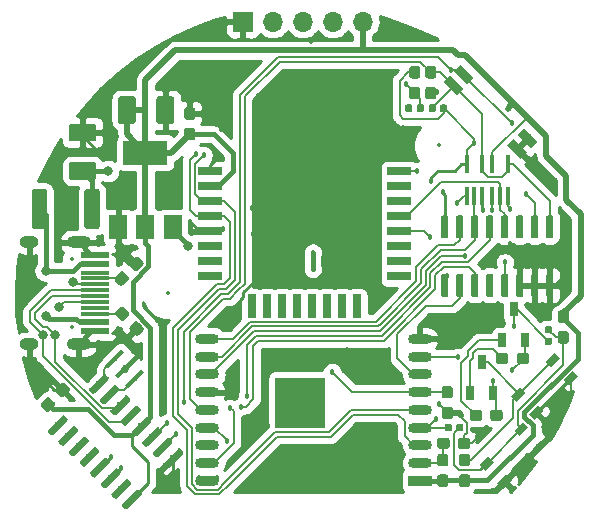
<source format=gbr>
%TF.GenerationSoftware,KiCad,Pcbnew,(5.1.4-0-10_14)*%
%TF.CreationDate,2019-11-29T01:48:41+08:00*%
%TF.ProjectId,z2m_partner,7a326d5f-7061-4727-946e-65722e6b6963,rev?*%
%TF.SameCoordinates,Original*%
%TF.FileFunction,Copper,L1,Top*%
%TF.FilePolarity,Positive*%
%FSLAX46Y46*%
G04 Gerber Fmt 4.6, Leading zero omitted, Abs format (unit mm)*
G04 Created by KiCad (PCBNEW (5.1.4-0-10_14)) date 2019-11-29 01:48:41*
%MOMM*%
%LPD*%
G04 APERTURE LIST*
%ADD10R,4.300000X4.300000*%
%ADD11O,2.000000X0.900000*%
%ADD12R,2.000000X0.900000*%
%ADD13C,0.350000*%
%ADD14C,0.950000*%
%ADD15C,1.500000*%
%ADD16C,1.300000*%
%ADD17O,1.700000X1.700000*%
%ADD18R,1.700000X1.700000*%
%ADD19C,0.760000*%
%ADD20C,0.650000*%
%ADD21C,0.600000*%
%ADD22R,2.000000X0.700000*%
%ADD23R,0.700000X2.000000*%
%ADD24R,0.400000X1.500000*%
%ADD25R,1.500000X2.000000*%
%ADD26R,3.800000X2.000000*%
%ADD27R,2.450000X0.600000*%
%ADD28R,2.450000X0.300000*%
%ADD29O,2.100000X1.000000*%
%ADD30O,1.600000X1.000000*%
%ADD31C,0.400000*%
%ADD32C,0.590000*%
%ADD33R,0.650000X1.220000*%
%ADD34C,0.457200*%
%ADD35C,0.800000*%
%ADD36C,0.381000*%
%ADD37C,0.250000*%
%ADD38C,0.203200*%
%ADD39C,0.508000*%
%ADD40C,0.254000*%
%ADD41C,0.254000*%
%ADD42C,0.350000*%
%ADD43O,1.700000X0.600000*%
%ADD44O,1.200000X0.600000*%
G04 APERTURE END LIST*
D10*
X184317000Y-112165000D03*
D11*
X176437000Y-118745000D03*
X176437000Y-117245000D03*
X176437000Y-115745000D03*
X176437000Y-114245000D03*
X176437000Y-112745000D03*
X176437000Y-111245000D03*
X176437000Y-109745000D03*
X176437000Y-108245000D03*
X194437000Y-108245000D03*
X194437000Y-109745000D03*
X194437000Y-111245000D03*
X194437000Y-112745000D03*
X194437000Y-114245000D03*
X194437000Y-115745000D03*
X194437000Y-117245000D03*
D12*
X194437000Y-118745000D03*
D11*
X194437000Y-106745000D03*
X176437000Y-106745000D03*
D13*
G36*
X164237352Y-110443695D02*
G01*
X164260407Y-110447114D01*
X164283016Y-110452778D01*
X164304960Y-110460630D01*
X164326030Y-110470595D01*
X164346021Y-110482577D01*
X164364741Y-110496461D01*
X164382011Y-110512113D01*
X164717887Y-110847989D01*
X164733539Y-110865259D01*
X164747423Y-110883979D01*
X164759405Y-110903970D01*
X164769370Y-110925040D01*
X164777222Y-110946984D01*
X164782886Y-110969593D01*
X164786305Y-110992648D01*
X164787449Y-111015927D01*
X164786305Y-111039206D01*
X164782886Y-111062261D01*
X164777222Y-111084870D01*
X164769370Y-111106814D01*
X164759405Y-111127884D01*
X164747423Y-111147875D01*
X164733539Y-111166595D01*
X164717887Y-111183865D01*
X164311301Y-111590451D01*
X164294031Y-111606103D01*
X164275311Y-111619987D01*
X164255320Y-111631969D01*
X164234250Y-111641934D01*
X164212306Y-111649786D01*
X164189697Y-111655450D01*
X164166642Y-111658869D01*
X164143363Y-111660013D01*
X164120084Y-111658869D01*
X164097029Y-111655450D01*
X164074420Y-111649786D01*
X164052476Y-111641934D01*
X164031406Y-111631969D01*
X164011415Y-111619987D01*
X163992695Y-111606103D01*
X163975425Y-111590451D01*
X163639549Y-111254575D01*
X163623897Y-111237305D01*
X163610013Y-111218585D01*
X163598031Y-111198594D01*
X163588066Y-111177524D01*
X163580214Y-111155580D01*
X163574550Y-111132971D01*
X163571131Y-111109916D01*
X163569987Y-111086637D01*
X163571131Y-111063358D01*
X163574550Y-111040303D01*
X163580214Y-111017694D01*
X163588066Y-110995750D01*
X163598031Y-110974680D01*
X163610013Y-110954689D01*
X163623897Y-110935969D01*
X163639549Y-110918699D01*
X164046135Y-110512113D01*
X164063405Y-110496461D01*
X164082125Y-110482577D01*
X164102116Y-110470595D01*
X164123186Y-110460630D01*
X164145130Y-110452778D01*
X164167739Y-110447114D01*
X164190794Y-110443695D01*
X164214073Y-110442551D01*
X164237352Y-110443695D01*
X164237352Y-110443695D01*
G37*
D14*
X164178718Y-111051282D03*
D13*
G36*
X162999916Y-111681131D02*
G01*
X163022971Y-111684550D01*
X163045580Y-111690214D01*
X163067524Y-111698066D01*
X163088594Y-111708031D01*
X163108585Y-111720013D01*
X163127305Y-111733897D01*
X163144575Y-111749549D01*
X163480451Y-112085425D01*
X163496103Y-112102695D01*
X163509987Y-112121415D01*
X163521969Y-112141406D01*
X163531934Y-112162476D01*
X163539786Y-112184420D01*
X163545450Y-112207029D01*
X163548869Y-112230084D01*
X163550013Y-112253363D01*
X163548869Y-112276642D01*
X163545450Y-112299697D01*
X163539786Y-112322306D01*
X163531934Y-112344250D01*
X163521969Y-112365320D01*
X163509987Y-112385311D01*
X163496103Y-112404031D01*
X163480451Y-112421301D01*
X163073865Y-112827887D01*
X163056595Y-112843539D01*
X163037875Y-112857423D01*
X163017884Y-112869405D01*
X162996814Y-112879370D01*
X162974870Y-112887222D01*
X162952261Y-112892886D01*
X162929206Y-112896305D01*
X162905927Y-112897449D01*
X162882648Y-112896305D01*
X162859593Y-112892886D01*
X162836984Y-112887222D01*
X162815040Y-112879370D01*
X162793970Y-112869405D01*
X162773979Y-112857423D01*
X162755259Y-112843539D01*
X162737989Y-112827887D01*
X162402113Y-112492011D01*
X162386461Y-112474741D01*
X162372577Y-112456021D01*
X162360595Y-112436030D01*
X162350630Y-112414960D01*
X162342778Y-112393016D01*
X162337114Y-112370407D01*
X162333695Y-112347352D01*
X162332551Y-112324073D01*
X162333695Y-112300794D01*
X162337114Y-112277739D01*
X162342778Y-112255130D01*
X162350630Y-112233186D01*
X162360595Y-112212116D01*
X162372577Y-112192125D01*
X162386461Y-112173405D01*
X162402113Y-112156135D01*
X162808699Y-111749549D01*
X162825969Y-111733897D01*
X162844689Y-111720013D01*
X162864680Y-111708031D01*
X162885750Y-111698066D01*
X162907694Y-111690214D01*
X162930303Y-111684550D01*
X162953358Y-111681131D01*
X162976637Y-111679987D01*
X162999916Y-111681131D01*
X162999916Y-111681131D01*
G37*
D14*
X162941282Y-112288718D03*
D13*
G36*
X198490779Y-115106144D02*
G01*
X198513834Y-115109563D01*
X198536443Y-115115227D01*
X198558387Y-115123079D01*
X198579457Y-115133044D01*
X198599448Y-115145026D01*
X198618168Y-115158910D01*
X198635438Y-115174562D01*
X198651090Y-115191832D01*
X198664974Y-115210552D01*
X198676956Y-115230543D01*
X198686921Y-115251613D01*
X198694773Y-115273557D01*
X198700437Y-115296166D01*
X198703856Y-115319221D01*
X198705000Y-115342500D01*
X198705000Y-115817500D01*
X198703856Y-115840779D01*
X198700437Y-115863834D01*
X198694773Y-115886443D01*
X198686921Y-115908387D01*
X198676956Y-115929457D01*
X198664974Y-115949448D01*
X198651090Y-115968168D01*
X198635438Y-115985438D01*
X198618168Y-116001090D01*
X198599448Y-116014974D01*
X198579457Y-116026956D01*
X198558387Y-116036921D01*
X198536443Y-116044773D01*
X198513834Y-116050437D01*
X198490779Y-116053856D01*
X198467500Y-116055000D01*
X197892500Y-116055000D01*
X197869221Y-116053856D01*
X197846166Y-116050437D01*
X197823557Y-116044773D01*
X197801613Y-116036921D01*
X197780543Y-116026956D01*
X197760552Y-116014974D01*
X197741832Y-116001090D01*
X197724562Y-115985438D01*
X197708910Y-115968168D01*
X197695026Y-115949448D01*
X197683044Y-115929457D01*
X197673079Y-115908387D01*
X197665227Y-115886443D01*
X197659563Y-115863834D01*
X197656144Y-115840779D01*
X197655000Y-115817500D01*
X197655000Y-115342500D01*
X197656144Y-115319221D01*
X197659563Y-115296166D01*
X197665227Y-115273557D01*
X197673079Y-115251613D01*
X197683044Y-115230543D01*
X197695026Y-115210552D01*
X197708910Y-115191832D01*
X197724562Y-115174562D01*
X197741832Y-115158910D01*
X197760552Y-115145026D01*
X197780543Y-115133044D01*
X197801613Y-115123079D01*
X197823557Y-115115227D01*
X197846166Y-115109563D01*
X197869221Y-115106144D01*
X197892500Y-115105000D01*
X198467500Y-115105000D01*
X198490779Y-115106144D01*
X198490779Y-115106144D01*
G37*
D14*
X198180000Y-115580000D03*
D13*
G36*
X196740779Y-115106144D02*
G01*
X196763834Y-115109563D01*
X196786443Y-115115227D01*
X196808387Y-115123079D01*
X196829457Y-115133044D01*
X196849448Y-115145026D01*
X196868168Y-115158910D01*
X196885438Y-115174562D01*
X196901090Y-115191832D01*
X196914974Y-115210552D01*
X196926956Y-115230543D01*
X196936921Y-115251613D01*
X196944773Y-115273557D01*
X196950437Y-115296166D01*
X196953856Y-115319221D01*
X196955000Y-115342500D01*
X196955000Y-115817500D01*
X196953856Y-115840779D01*
X196950437Y-115863834D01*
X196944773Y-115886443D01*
X196936921Y-115908387D01*
X196926956Y-115929457D01*
X196914974Y-115949448D01*
X196901090Y-115968168D01*
X196885438Y-115985438D01*
X196868168Y-116001090D01*
X196849448Y-116014974D01*
X196829457Y-116026956D01*
X196808387Y-116036921D01*
X196786443Y-116044773D01*
X196763834Y-116050437D01*
X196740779Y-116053856D01*
X196717500Y-116055000D01*
X196142500Y-116055000D01*
X196119221Y-116053856D01*
X196096166Y-116050437D01*
X196073557Y-116044773D01*
X196051613Y-116036921D01*
X196030543Y-116026956D01*
X196010552Y-116014974D01*
X195991832Y-116001090D01*
X195974562Y-115985438D01*
X195958910Y-115968168D01*
X195945026Y-115949448D01*
X195933044Y-115929457D01*
X195923079Y-115908387D01*
X195915227Y-115886443D01*
X195909563Y-115863834D01*
X195906144Y-115840779D01*
X195905000Y-115817500D01*
X195905000Y-115342500D01*
X195906144Y-115319221D01*
X195909563Y-115296166D01*
X195915227Y-115273557D01*
X195923079Y-115251613D01*
X195933044Y-115230543D01*
X195945026Y-115210552D01*
X195958910Y-115191832D01*
X195974562Y-115174562D01*
X195991832Y-115158910D01*
X196010552Y-115145026D01*
X196030543Y-115133044D01*
X196051613Y-115123079D01*
X196073557Y-115115227D01*
X196096166Y-115109563D01*
X196119221Y-115106144D01*
X196142500Y-115105000D01*
X196717500Y-115105000D01*
X196740779Y-115106144D01*
X196740779Y-115106144D01*
G37*
D14*
X196430000Y-115580000D03*
D13*
G36*
X166809504Y-88516204D02*
G01*
X166833773Y-88519804D01*
X166857571Y-88525765D01*
X166880671Y-88534030D01*
X166902849Y-88544520D01*
X166923893Y-88557133D01*
X166943598Y-88571747D01*
X166961777Y-88588223D01*
X166978253Y-88606402D01*
X166992867Y-88626107D01*
X167005480Y-88647151D01*
X167015970Y-88669329D01*
X167024235Y-88692429D01*
X167030196Y-88716227D01*
X167033796Y-88740496D01*
X167035000Y-88765000D01*
X167035000Y-89765000D01*
X167033796Y-89789504D01*
X167030196Y-89813773D01*
X167024235Y-89837571D01*
X167015970Y-89860671D01*
X167005480Y-89882849D01*
X166992867Y-89903893D01*
X166978253Y-89923598D01*
X166961777Y-89941777D01*
X166943598Y-89958253D01*
X166923893Y-89972867D01*
X166902849Y-89985480D01*
X166880671Y-89995970D01*
X166857571Y-90004235D01*
X166833773Y-90010196D01*
X166809504Y-90013796D01*
X166785000Y-90015000D01*
X164935000Y-90015000D01*
X164910496Y-90013796D01*
X164886227Y-90010196D01*
X164862429Y-90004235D01*
X164839329Y-89995970D01*
X164817151Y-89985480D01*
X164796107Y-89972867D01*
X164776402Y-89958253D01*
X164758223Y-89941777D01*
X164741747Y-89923598D01*
X164727133Y-89903893D01*
X164714520Y-89882849D01*
X164704030Y-89860671D01*
X164695765Y-89837571D01*
X164689804Y-89813773D01*
X164686204Y-89789504D01*
X164685000Y-89765000D01*
X164685000Y-88765000D01*
X164686204Y-88740496D01*
X164689804Y-88716227D01*
X164695765Y-88692429D01*
X164704030Y-88669329D01*
X164714520Y-88647151D01*
X164727133Y-88626107D01*
X164741747Y-88606402D01*
X164758223Y-88588223D01*
X164776402Y-88571747D01*
X164796107Y-88557133D01*
X164817151Y-88544520D01*
X164839329Y-88534030D01*
X164862429Y-88525765D01*
X164886227Y-88519804D01*
X164910496Y-88516204D01*
X164935000Y-88515000D01*
X166785000Y-88515000D01*
X166809504Y-88516204D01*
X166809504Y-88516204D01*
G37*
D15*
X165860000Y-89265000D03*
D13*
G36*
X166809504Y-91766204D02*
G01*
X166833773Y-91769804D01*
X166857571Y-91775765D01*
X166880671Y-91784030D01*
X166902849Y-91794520D01*
X166923893Y-91807133D01*
X166943598Y-91821747D01*
X166961777Y-91838223D01*
X166978253Y-91856402D01*
X166992867Y-91876107D01*
X167005480Y-91897151D01*
X167015970Y-91919329D01*
X167024235Y-91942429D01*
X167030196Y-91966227D01*
X167033796Y-91990496D01*
X167035000Y-92015000D01*
X167035000Y-93015000D01*
X167033796Y-93039504D01*
X167030196Y-93063773D01*
X167024235Y-93087571D01*
X167015970Y-93110671D01*
X167005480Y-93132849D01*
X166992867Y-93153893D01*
X166978253Y-93173598D01*
X166961777Y-93191777D01*
X166943598Y-93208253D01*
X166923893Y-93222867D01*
X166902849Y-93235480D01*
X166880671Y-93245970D01*
X166857571Y-93254235D01*
X166833773Y-93260196D01*
X166809504Y-93263796D01*
X166785000Y-93265000D01*
X164935000Y-93265000D01*
X164910496Y-93263796D01*
X164886227Y-93260196D01*
X164862429Y-93254235D01*
X164839329Y-93245970D01*
X164817151Y-93235480D01*
X164796107Y-93222867D01*
X164776402Y-93208253D01*
X164758223Y-93191777D01*
X164741747Y-93173598D01*
X164727133Y-93153893D01*
X164714520Y-93132849D01*
X164704030Y-93110671D01*
X164695765Y-93087571D01*
X164689804Y-93063773D01*
X164686204Y-93039504D01*
X164685000Y-93015000D01*
X164685000Y-92015000D01*
X164686204Y-91990496D01*
X164689804Y-91966227D01*
X164695765Y-91942429D01*
X164704030Y-91919329D01*
X164714520Y-91897151D01*
X164727133Y-91876107D01*
X164741747Y-91856402D01*
X164758223Y-91838223D01*
X164776402Y-91821747D01*
X164796107Y-91807133D01*
X164817151Y-91794520D01*
X164839329Y-91784030D01*
X164862429Y-91775765D01*
X164886227Y-91769804D01*
X164910496Y-91766204D01*
X164935000Y-91765000D01*
X166785000Y-91765000D01*
X166809504Y-91766204D01*
X166809504Y-91766204D01*
G37*
D15*
X165860000Y-92515000D03*
D13*
G36*
X173399504Y-86186204D02*
G01*
X173423773Y-86189804D01*
X173447571Y-86195765D01*
X173470671Y-86204030D01*
X173492849Y-86214520D01*
X173513893Y-86227133D01*
X173533598Y-86241747D01*
X173551777Y-86258223D01*
X173568253Y-86276402D01*
X173582867Y-86296107D01*
X173595480Y-86317151D01*
X173605970Y-86339329D01*
X173614235Y-86362429D01*
X173620196Y-86386227D01*
X173623796Y-86410496D01*
X173625000Y-86435000D01*
X173625000Y-88285000D01*
X173623796Y-88309504D01*
X173620196Y-88333773D01*
X173614235Y-88357571D01*
X173605970Y-88380671D01*
X173595480Y-88402849D01*
X173582867Y-88423893D01*
X173568253Y-88443598D01*
X173551777Y-88461777D01*
X173533598Y-88478253D01*
X173513893Y-88492867D01*
X173492849Y-88505480D01*
X173470671Y-88515970D01*
X173447571Y-88524235D01*
X173423773Y-88530196D01*
X173399504Y-88533796D01*
X173375000Y-88535000D01*
X172375000Y-88535000D01*
X172350496Y-88533796D01*
X172326227Y-88530196D01*
X172302429Y-88524235D01*
X172279329Y-88515970D01*
X172257151Y-88505480D01*
X172236107Y-88492867D01*
X172216402Y-88478253D01*
X172198223Y-88461777D01*
X172181747Y-88443598D01*
X172167133Y-88423893D01*
X172154520Y-88402849D01*
X172144030Y-88380671D01*
X172135765Y-88357571D01*
X172129804Y-88333773D01*
X172126204Y-88309504D01*
X172125000Y-88285000D01*
X172125000Y-86435000D01*
X172126204Y-86410496D01*
X172129804Y-86386227D01*
X172135765Y-86362429D01*
X172144030Y-86339329D01*
X172154520Y-86317151D01*
X172167133Y-86296107D01*
X172181747Y-86276402D01*
X172198223Y-86258223D01*
X172216402Y-86241747D01*
X172236107Y-86227133D01*
X172257151Y-86214520D01*
X172279329Y-86204030D01*
X172302429Y-86195765D01*
X172326227Y-86189804D01*
X172350496Y-86186204D01*
X172375000Y-86185000D01*
X173375000Y-86185000D01*
X173399504Y-86186204D01*
X173399504Y-86186204D01*
G37*
D15*
X172875000Y-87360000D03*
D13*
G36*
X170149504Y-86186204D02*
G01*
X170173773Y-86189804D01*
X170197571Y-86195765D01*
X170220671Y-86204030D01*
X170242849Y-86214520D01*
X170263893Y-86227133D01*
X170283598Y-86241747D01*
X170301777Y-86258223D01*
X170318253Y-86276402D01*
X170332867Y-86296107D01*
X170345480Y-86317151D01*
X170355970Y-86339329D01*
X170364235Y-86362429D01*
X170370196Y-86386227D01*
X170373796Y-86410496D01*
X170375000Y-86435000D01*
X170375000Y-88285000D01*
X170373796Y-88309504D01*
X170370196Y-88333773D01*
X170364235Y-88357571D01*
X170355970Y-88380671D01*
X170345480Y-88402849D01*
X170332867Y-88423893D01*
X170318253Y-88443598D01*
X170301777Y-88461777D01*
X170283598Y-88478253D01*
X170263893Y-88492867D01*
X170242849Y-88505480D01*
X170220671Y-88515970D01*
X170197571Y-88524235D01*
X170173773Y-88530196D01*
X170149504Y-88533796D01*
X170125000Y-88535000D01*
X169125000Y-88535000D01*
X169100496Y-88533796D01*
X169076227Y-88530196D01*
X169052429Y-88524235D01*
X169029329Y-88515970D01*
X169007151Y-88505480D01*
X168986107Y-88492867D01*
X168966402Y-88478253D01*
X168948223Y-88461777D01*
X168931747Y-88443598D01*
X168917133Y-88423893D01*
X168904520Y-88402849D01*
X168894030Y-88380671D01*
X168885765Y-88357571D01*
X168879804Y-88333773D01*
X168876204Y-88309504D01*
X168875000Y-88285000D01*
X168875000Y-86435000D01*
X168876204Y-86410496D01*
X168879804Y-86386227D01*
X168885765Y-86362429D01*
X168894030Y-86339329D01*
X168904520Y-86317151D01*
X168917133Y-86296107D01*
X168931747Y-86276402D01*
X168948223Y-86258223D01*
X168966402Y-86241747D01*
X168986107Y-86227133D01*
X169007151Y-86214520D01*
X169029329Y-86204030D01*
X169052429Y-86195765D01*
X169076227Y-86189804D01*
X169100496Y-86186204D01*
X169125000Y-86185000D01*
X170125000Y-86185000D01*
X170149504Y-86186204D01*
X170149504Y-86186204D01*
G37*
D15*
X169625000Y-87360000D03*
D13*
G36*
X175200779Y-87131144D02*
G01*
X175223834Y-87134563D01*
X175246443Y-87140227D01*
X175268387Y-87148079D01*
X175289457Y-87158044D01*
X175309448Y-87170026D01*
X175328168Y-87183910D01*
X175345438Y-87199562D01*
X175361090Y-87216832D01*
X175374974Y-87235552D01*
X175386956Y-87255543D01*
X175396921Y-87276613D01*
X175404773Y-87298557D01*
X175410437Y-87321166D01*
X175413856Y-87344221D01*
X175415000Y-87367500D01*
X175415000Y-87942500D01*
X175413856Y-87965779D01*
X175410437Y-87988834D01*
X175404773Y-88011443D01*
X175396921Y-88033387D01*
X175386956Y-88054457D01*
X175374974Y-88074448D01*
X175361090Y-88093168D01*
X175345438Y-88110438D01*
X175328168Y-88126090D01*
X175309448Y-88139974D01*
X175289457Y-88151956D01*
X175268387Y-88161921D01*
X175246443Y-88169773D01*
X175223834Y-88175437D01*
X175200779Y-88178856D01*
X175177500Y-88180000D01*
X174702500Y-88180000D01*
X174679221Y-88178856D01*
X174656166Y-88175437D01*
X174633557Y-88169773D01*
X174611613Y-88161921D01*
X174590543Y-88151956D01*
X174570552Y-88139974D01*
X174551832Y-88126090D01*
X174534562Y-88110438D01*
X174518910Y-88093168D01*
X174505026Y-88074448D01*
X174493044Y-88054457D01*
X174483079Y-88033387D01*
X174475227Y-88011443D01*
X174469563Y-87988834D01*
X174466144Y-87965779D01*
X174465000Y-87942500D01*
X174465000Y-87367500D01*
X174466144Y-87344221D01*
X174469563Y-87321166D01*
X174475227Y-87298557D01*
X174483079Y-87276613D01*
X174493044Y-87255543D01*
X174505026Y-87235552D01*
X174518910Y-87216832D01*
X174534562Y-87199562D01*
X174551832Y-87183910D01*
X174570552Y-87170026D01*
X174590543Y-87158044D01*
X174611613Y-87148079D01*
X174633557Y-87140227D01*
X174656166Y-87134563D01*
X174679221Y-87131144D01*
X174702500Y-87130000D01*
X175177500Y-87130000D01*
X175200779Y-87131144D01*
X175200779Y-87131144D01*
G37*
D14*
X174940000Y-87655000D03*
D13*
G36*
X175200779Y-88881144D02*
G01*
X175223834Y-88884563D01*
X175246443Y-88890227D01*
X175268387Y-88898079D01*
X175289457Y-88908044D01*
X175309448Y-88920026D01*
X175328168Y-88933910D01*
X175345438Y-88949562D01*
X175361090Y-88966832D01*
X175374974Y-88985552D01*
X175386956Y-89005543D01*
X175396921Y-89026613D01*
X175404773Y-89048557D01*
X175410437Y-89071166D01*
X175413856Y-89094221D01*
X175415000Y-89117500D01*
X175415000Y-89692500D01*
X175413856Y-89715779D01*
X175410437Y-89738834D01*
X175404773Y-89761443D01*
X175396921Y-89783387D01*
X175386956Y-89804457D01*
X175374974Y-89824448D01*
X175361090Y-89843168D01*
X175345438Y-89860438D01*
X175328168Y-89876090D01*
X175309448Y-89889974D01*
X175289457Y-89901956D01*
X175268387Y-89911921D01*
X175246443Y-89919773D01*
X175223834Y-89925437D01*
X175200779Y-89928856D01*
X175177500Y-89930000D01*
X174702500Y-89930000D01*
X174679221Y-89928856D01*
X174656166Y-89925437D01*
X174633557Y-89919773D01*
X174611613Y-89911921D01*
X174590543Y-89901956D01*
X174570552Y-89889974D01*
X174551832Y-89876090D01*
X174534562Y-89860438D01*
X174518910Y-89843168D01*
X174505026Y-89824448D01*
X174493044Y-89804457D01*
X174483079Y-89783387D01*
X174475227Y-89761443D01*
X174469563Y-89738834D01*
X174466144Y-89715779D01*
X174465000Y-89692500D01*
X174465000Y-89117500D01*
X174466144Y-89094221D01*
X174469563Y-89071166D01*
X174475227Y-89048557D01*
X174483079Y-89026613D01*
X174493044Y-89005543D01*
X174505026Y-88985552D01*
X174518910Y-88966832D01*
X174534562Y-88949562D01*
X174551832Y-88933910D01*
X174570552Y-88920026D01*
X174590543Y-88908044D01*
X174611613Y-88898079D01*
X174633557Y-88890227D01*
X174656166Y-88884563D01*
X174679221Y-88881144D01*
X174702500Y-88880000D01*
X175177500Y-88880000D01*
X175200779Y-88881144D01*
X175200779Y-88881144D01*
G37*
D14*
X174940000Y-89405000D03*
D13*
G36*
X162659504Y-94031204D02*
G01*
X162683773Y-94034804D01*
X162707571Y-94040765D01*
X162730671Y-94049030D01*
X162752849Y-94059520D01*
X162773893Y-94072133D01*
X162793598Y-94086747D01*
X162811777Y-94103223D01*
X162828253Y-94121402D01*
X162842867Y-94141107D01*
X162855480Y-94162151D01*
X162865970Y-94184329D01*
X162874235Y-94207429D01*
X162880196Y-94231227D01*
X162883796Y-94255496D01*
X162885000Y-94280000D01*
X162885000Y-97180000D01*
X162883796Y-97204504D01*
X162880196Y-97228773D01*
X162874235Y-97252571D01*
X162865970Y-97275671D01*
X162855480Y-97297849D01*
X162842867Y-97318893D01*
X162828253Y-97338598D01*
X162811777Y-97356777D01*
X162793598Y-97373253D01*
X162773893Y-97387867D01*
X162752849Y-97400480D01*
X162730671Y-97410970D01*
X162707571Y-97419235D01*
X162683773Y-97425196D01*
X162659504Y-97428796D01*
X162635000Y-97430000D01*
X161835000Y-97430000D01*
X161810496Y-97428796D01*
X161786227Y-97425196D01*
X161762429Y-97419235D01*
X161739329Y-97410970D01*
X161717151Y-97400480D01*
X161696107Y-97387867D01*
X161676402Y-97373253D01*
X161658223Y-97356777D01*
X161641747Y-97338598D01*
X161627133Y-97318893D01*
X161614520Y-97297849D01*
X161604030Y-97275671D01*
X161595765Y-97252571D01*
X161589804Y-97228773D01*
X161586204Y-97204504D01*
X161585000Y-97180000D01*
X161585000Y-94280000D01*
X161586204Y-94255496D01*
X161589804Y-94231227D01*
X161595765Y-94207429D01*
X161604030Y-94184329D01*
X161614520Y-94162151D01*
X161627133Y-94141107D01*
X161641747Y-94121402D01*
X161658223Y-94103223D01*
X161676402Y-94086747D01*
X161696107Y-94072133D01*
X161717151Y-94059520D01*
X161739329Y-94049030D01*
X161762429Y-94040765D01*
X161786227Y-94034804D01*
X161810496Y-94031204D01*
X161835000Y-94030000D01*
X162635000Y-94030000D01*
X162659504Y-94031204D01*
X162659504Y-94031204D01*
G37*
D16*
X162235000Y-95730000D03*
D13*
G36*
X167109504Y-94031204D02*
G01*
X167133773Y-94034804D01*
X167157571Y-94040765D01*
X167180671Y-94049030D01*
X167202849Y-94059520D01*
X167223893Y-94072133D01*
X167243598Y-94086747D01*
X167261777Y-94103223D01*
X167278253Y-94121402D01*
X167292867Y-94141107D01*
X167305480Y-94162151D01*
X167315970Y-94184329D01*
X167324235Y-94207429D01*
X167330196Y-94231227D01*
X167333796Y-94255496D01*
X167335000Y-94280000D01*
X167335000Y-97180000D01*
X167333796Y-97204504D01*
X167330196Y-97228773D01*
X167324235Y-97252571D01*
X167315970Y-97275671D01*
X167305480Y-97297849D01*
X167292867Y-97318893D01*
X167278253Y-97338598D01*
X167261777Y-97356777D01*
X167243598Y-97373253D01*
X167223893Y-97387867D01*
X167202849Y-97400480D01*
X167180671Y-97410970D01*
X167157571Y-97419235D01*
X167133773Y-97425196D01*
X167109504Y-97428796D01*
X167085000Y-97430000D01*
X166285000Y-97430000D01*
X166260496Y-97428796D01*
X166236227Y-97425196D01*
X166212429Y-97419235D01*
X166189329Y-97410970D01*
X166167151Y-97400480D01*
X166146107Y-97387867D01*
X166126402Y-97373253D01*
X166108223Y-97356777D01*
X166091747Y-97338598D01*
X166077133Y-97318893D01*
X166064520Y-97297849D01*
X166054030Y-97275671D01*
X166045765Y-97252571D01*
X166039804Y-97228773D01*
X166036204Y-97204504D01*
X166035000Y-97180000D01*
X166035000Y-94280000D01*
X166036204Y-94255496D01*
X166039804Y-94231227D01*
X166045765Y-94207429D01*
X166054030Y-94184329D01*
X166064520Y-94162151D01*
X166077133Y-94141107D01*
X166091747Y-94121402D01*
X166108223Y-94103223D01*
X166126402Y-94086747D01*
X166146107Y-94072133D01*
X166167151Y-94059520D01*
X166189329Y-94049030D01*
X166212429Y-94040765D01*
X166236227Y-94034804D01*
X166260496Y-94031204D01*
X166285000Y-94030000D01*
X167085000Y-94030000D01*
X167109504Y-94031204D01*
X167109504Y-94031204D01*
G37*
D16*
X166685000Y-95730000D03*
D17*
X189610000Y-79900000D03*
X187070000Y-79900000D03*
X184530000Y-79900000D03*
X181990000Y-79900000D03*
D18*
X179450000Y-79900000D03*
D13*
G36*
X194250779Y-85391144D02*
G01*
X194273834Y-85394563D01*
X194296443Y-85400227D01*
X194318387Y-85408079D01*
X194339457Y-85418044D01*
X194359448Y-85430026D01*
X194378168Y-85443910D01*
X194395438Y-85459562D01*
X194411090Y-85476832D01*
X194424974Y-85495552D01*
X194436956Y-85515543D01*
X194446921Y-85536613D01*
X194454773Y-85558557D01*
X194460437Y-85581166D01*
X194463856Y-85604221D01*
X194465000Y-85627500D01*
X194465000Y-86202500D01*
X194463856Y-86225779D01*
X194460437Y-86248834D01*
X194454773Y-86271443D01*
X194446921Y-86293387D01*
X194436956Y-86314457D01*
X194424974Y-86334448D01*
X194411090Y-86353168D01*
X194395438Y-86370438D01*
X194378168Y-86386090D01*
X194359448Y-86399974D01*
X194339457Y-86411956D01*
X194318387Y-86421921D01*
X194296443Y-86429773D01*
X194273834Y-86435437D01*
X194250779Y-86438856D01*
X194227500Y-86440000D01*
X193752500Y-86440000D01*
X193729221Y-86438856D01*
X193706166Y-86435437D01*
X193683557Y-86429773D01*
X193661613Y-86421921D01*
X193640543Y-86411956D01*
X193620552Y-86399974D01*
X193601832Y-86386090D01*
X193584562Y-86370438D01*
X193568910Y-86353168D01*
X193555026Y-86334448D01*
X193543044Y-86314457D01*
X193533079Y-86293387D01*
X193525227Y-86271443D01*
X193519563Y-86248834D01*
X193516144Y-86225779D01*
X193515000Y-86202500D01*
X193515000Y-85627500D01*
X193516144Y-85604221D01*
X193519563Y-85581166D01*
X193525227Y-85558557D01*
X193533079Y-85536613D01*
X193543044Y-85515543D01*
X193555026Y-85495552D01*
X193568910Y-85476832D01*
X193584562Y-85459562D01*
X193601832Y-85443910D01*
X193620552Y-85430026D01*
X193640543Y-85418044D01*
X193661613Y-85408079D01*
X193683557Y-85400227D01*
X193706166Y-85394563D01*
X193729221Y-85391144D01*
X193752500Y-85390000D01*
X194227500Y-85390000D01*
X194250779Y-85391144D01*
X194250779Y-85391144D01*
G37*
D14*
X193990000Y-85915000D03*
D13*
G36*
X194250779Y-83641144D02*
G01*
X194273834Y-83644563D01*
X194296443Y-83650227D01*
X194318387Y-83658079D01*
X194339457Y-83668044D01*
X194359448Y-83680026D01*
X194378168Y-83693910D01*
X194395438Y-83709562D01*
X194411090Y-83726832D01*
X194424974Y-83745552D01*
X194436956Y-83765543D01*
X194446921Y-83786613D01*
X194454773Y-83808557D01*
X194460437Y-83831166D01*
X194463856Y-83854221D01*
X194465000Y-83877500D01*
X194465000Y-84452500D01*
X194463856Y-84475779D01*
X194460437Y-84498834D01*
X194454773Y-84521443D01*
X194446921Y-84543387D01*
X194436956Y-84564457D01*
X194424974Y-84584448D01*
X194411090Y-84603168D01*
X194395438Y-84620438D01*
X194378168Y-84636090D01*
X194359448Y-84649974D01*
X194339457Y-84661956D01*
X194318387Y-84671921D01*
X194296443Y-84679773D01*
X194273834Y-84685437D01*
X194250779Y-84688856D01*
X194227500Y-84690000D01*
X193752500Y-84690000D01*
X193729221Y-84688856D01*
X193706166Y-84685437D01*
X193683557Y-84679773D01*
X193661613Y-84671921D01*
X193640543Y-84661956D01*
X193620552Y-84649974D01*
X193601832Y-84636090D01*
X193584562Y-84620438D01*
X193568910Y-84603168D01*
X193555026Y-84584448D01*
X193543044Y-84564457D01*
X193533079Y-84543387D01*
X193525227Y-84521443D01*
X193519563Y-84498834D01*
X193516144Y-84475779D01*
X193515000Y-84452500D01*
X193515000Y-83877500D01*
X193516144Y-83854221D01*
X193519563Y-83831166D01*
X193525227Y-83808557D01*
X193533079Y-83786613D01*
X193543044Y-83765543D01*
X193555026Y-83745552D01*
X193568910Y-83726832D01*
X193584562Y-83709562D01*
X193601832Y-83693910D01*
X193620552Y-83680026D01*
X193640543Y-83668044D01*
X193661613Y-83658079D01*
X193683557Y-83650227D01*
X193706166Y-83644563D01*
X193729221Y-83641144D01*
X193752500Y-83640000D01*
X194227500Y-83640000D01*
X194250779Y-83641144D01*
X194250779Y-83641144D01*
G37*
D14*
X193990000Y-84165000D03*
D13*
G36*
X206840779Y-106081144D02*
G01*
X206863834Y-106084563D01*
X206886443Y-106090227D01*
X206908387Y-106098079D01*
X206929457Y-106108044D01*
X206949448Y-106120026D01*
X206968168Y-106133910D01*
X206985438Y-106149562D01*
X207001090Y-106166832D01*
X207014974Y-106185552D01*
X207026956Y-106205543D01*
X207036921Y-106226613D01*
X207044773Y-106248557D01*
X207050437Y-106271166D01*
X207053856Y-106294221D01*
X207055000Y-106317500D01*
X207055000Y-106892500D01*
X207053856Y-106915779D01*
X207050437Y-106938834D01*
X207044773Y-106961443D01*
X207036921Y-106983387D01*
X207026956Y-107004457D01*
X207014974Y-107024448D01*
X207001090Y-107043168D01*
X206985438Y-107060438D01*
X206968168Y-107076090D01*
X206949448Y-107089974D01*
X206929457Y-107101956D01*
X206908387Y-107111921D01*
X206886443Y-107119773D01*
X206863834Y-107125437D01*
X206840779Y-107128856D01*
X206817500Y-107130000D01*
X206342500Y-107130000D01*
X206319221Y-107128856D01*
X206296166Y-107125437D01*
X206273557Y-107119773D01*
X206251613Y-107111921D01*
X206230543Y-107101956D01*
X206210552Y-107089974D01*
X206191832Y-107076090D01*
X206174562Y-107060438D01*
X206158910Y-107043168D01*
X206145026Y-107024448D01*
X206133044Y-107004457D01*
X206123079Y-106983387D01*
X206115227Y-106961443D01*
X206109563Y-106938834D01*
X206106144Y-106915779D01*
X206105000Y-106892500D01*
X206105000Y-106317500D01*
X206106144Y-106294221D01*
X206109563Y-106271166D01*
X206115227Y-106248557D01*
X206123079Y-106226613D01*
X206133044Y-106205543D01*
X206145026Y-106185552D01*
X206158910Y-106166832D01*
X206174562Y-106149562D01*
X206191832Y-106133910D01*
X206210552Y-106120026D01*
X206230543Y-106108044D01*
X206251613Y-106098079D01*
X206273557Y-106090227D01*
X206296166Y-106084563D01*
X206319221Y-106081144D01*
X206342500Y-106080000D01*
X206817500Y-106080000D01*
X206840779Y-106081144D01*
X206840779Y-106081144D01*
G37*
D14*
X206580000Y-106605000D03*
D13*
G36*
X206840779Y-104331144D02*
G01*
X206863834Y-104334563D01*
X206886443Y-104340227D01*
X206908387Y-104348079D01*
X206929457Y-104358044D01*
X206949448Y-104370026D01*
X206968168Y-104383910D01*
X206985438Y-104399562D01*
X207001090Y-104416832D01*
X207014974Y-104435552D01*
X207026956Y-104455543D01*
X207036921Y-104476613D01*
X207044773Y-104498557D01*
X207050437Y-104521166D01*
X207053856Y-104544221D01*
X207055000Y-104567500D01*
X207055000Y-105142500D01*
X207053856Y-105165779D01*
X207050437Y-105188834D01*
X207044773Y-105211443D01*
X207036921Y-105233387D01*
X207026956Y-105254457D01*
X207014974Y-105274448D01*
X207001090Y-105293168D01*
X206985438Y-105310438D01*
X206968168Y-105326090D01*
X206949448Y-105339974D01*
X206929457Y-105351956D01*
X206908387Y-105361921D01*
X206886443Y-105369773D01*
X206863834Y-105375437D01*
X206840779Y-105378856D01*
X206817500Y-105380000D01*
X206342500Y-105380000D01*
X206319221Y-105378856D01*
X206296166Y-105375437D01*
X206273557Y-105369773D01*
X206251613Y-105361921D01*
X206230543Y-105351956D01*
X206210552Y-105339974D01*
X206191832Y-105326090D01*
X206174562Y-105310438D01*
X206158910Y-105293168D01*
X206145026Y-105274448D01*
X206133044Y-105254457D01*
X206123079Y-105233387D01*
X206115227Y-105211443D01*
X206109563Y-105188834D01*
X206106144Y-105165779D01*
X206105000Y-105142500D01*
X206105000Y-104567500D01*
X206106144Y-104544221D01*
X206109563Y-104521166D01*
X206115227Y-104498557D01*
X206123079Y-104476613D01*
X206133044Y-104455543D01*
X206145026Y-104435552D01*
X206158910Y-104416832D01*
X206174562Y-104399562D01*
X206191832Y-104383910D01*
X206210552Y-104370026D01*
X206230543Y-104358044D01*
X206251613Y-104348079D01*
X206273557Y-104340227D01*
X206296166Y-104334563D01*
X206319221Y-104331144D01*
X206342500Y-104330000D01*
X206817500Y-104330000D01*
X206840779Y-104331144D01*
X206840779Y-104331144D01*
G37*
D14*
X206580000Y-104855000D03*
D13*
G36*
X196640779Y-116466144D02*
G01*
X196663834Y-116469563D01*
X196686443Y-116475227D01*
X196708387Y-116483079D01*
X196729457Y-116493044D01*
X196749448Y-116505026D01*
X196768168Y-116518910D01*
X196785438Y-116534562D01*
X196801090Y-116551832D01*
X196814974Y-116570552D01*
X196826956Y-116590543D01*
X196836921Y-116611613D01*
X196844773Y-116633557D01*
X196850437Y-116656166D01*
X196853856Y-116679221D01*
X196855000Y-116702500D01*
X196855000Y-117277500D01*
X196853856Y-117300779D01*
X196850437Y-117323834D01*
X196844773Y-117346443D01*
X196836921Y-117368387D01*
X196826956Y-117389457D01*
X196814974Y-117409448D01*
X196801090Y-117428168D01*
X196785438Y-117445438D01*
X196768168Y-117461090D01*
X196749448Y-117474974D01*
X196729457Y-117486956D01*
X196708387Y-117496921D01*
X196686443Y-117504773D01*
X196663834Y-117510437D01*
X196640779Y-117513856D01*
X196617500Y-117515000D01*
X196142500Y-117515000D01*
X196119221Y-117513856D01*
X196096166Y-117510437D01*
X196073557Y-117504773D01*
X196051613Y-117496921D01*
X196030543Y-117486956D01*
X196010552Y-117474974D01*
X195991832Y-117461090D01*
X195974562Y-117445438D01*
X195958910Y-117428168D01*
X195945026Y-117409448D01*
X195933044Y-117389457D01*
X195923079Y-117368387D01*
X195915227Y-117346443D01*
X195909563Y-117323834D01*
X195906144Y-117300779D01*
X195905000Y-117277500D01*
X195905000Y-116702500D01*
X195906144Y-116679221D01*
X195909563Y-116656166D01*
X195915227Y-116633557D01*
X195923079Y-116611613D01*
X195933044Y-116590543D01*
X195945026Y-116570552D01*
X195958910Y-116551832D01*
X195974562Y-116534562D01*
X195991832Y-116518910D01*
X196010552Y-116505026D01*
X196030543Y-116493044D01*
X196051613Y-116483079D01*
X196073557Y-116475227D01*
X196096166Y-116469563D01*
X196119221Y-116466144D01*
X196142500Y-116465000D01*
X196617500Y-116465000D01*
X196640779Y-116466144D01*
X196640779Y-116466144D01*
G37*
D14*
X196380000Y-116990000D03*
D13*
G36*
X196640779Y-118216144D02*
G01*
X196663834Y-118219563D01*
X196686443Y-118225227D01*
X196708387Y-118233079D01*
X196729457Y-118243044D01*
X196749448Y-118255026D01*
X196768168Y-118268910D01*
X196785438Y-118284562D01*
X196801090Y-118301832D01*
X196814974Y-118320552D01*
X196826956Y-118340543D01*
X196836921Y-118361613D01*
X196844773Y-118383557D01*
X196850437Y-118406166D01*
X196853856Y-118429221D01*
X196855000Y-118452500D01*
X196855000Y-119027500D01*
X196853856Y-119050779D01*
X196850437Y-119073834D01*
X196844773Y-119096443D01*
X196836921Y-119118387D01*
X196826956Y-119139457D01*
X196814974Y-119159448D01*
X196801090Y-119178168D01*
X196785438Y-119195438D01*
X196768168Y-119211090D01*
X196749448Y-119224974D01*
X196729457Y-119236956D01*
X196708387Y-119246921D01*
X196686443Y-119254773D01*
X196663834Y-119260437D01*
X196640779Y-119263856D01*
X196617500Y-119265000D01*
X196142500Y-119265000D01*
X196119221Y-119263856D01*
X196096166Y-119260437D01*
X196073557Y-119254773D01*
X196051613Y-119246921D01*
X196030543Y-119236956D01*
X196010552Y-119224974D01*
X195991832Y-119211090D01*
X195974562Y-119195438D01*
X195958910Y-119178168D01*
X195945026Y-119159448D01*
X195933044Y-119139457D01*
X195923079Y-119118387D01*
X195915227Y-119096443D01*
X195909563Y-119073834D01*
X195906144Y-119050779D01*
X195905000Y-119027500D01*
X195905000Y-118452500D01*
X195906144Y-118429221D01*
X195909563Y-118406166D01*
X195915227Y-118383557D01*
X195923079Y-118361613D01*
X195933044Y-118340543D01*
X195945026Y-118320552D01*
X195958910Y-118301832D01*
X195974562Y-118284562D01*
X195991832Y-118268910D01*
X196010552Y-118255026D01*
X196030543Y-118243044D01*
X196051613Y-118233079D01*
X196073557Y-118225227D01*
X196096166Y-118219563D01*
X196119221Y-118216144D01*
X196142500Y-118215000D01*
X196617500Y-118215000D01*
X196640779Y-118216144D01*
X196640779Y-118216144D01*
G37*
D14*
X196380000Y-118740000D03*
D13*
G36*
X198480779Y-116456144D02*
G01*
X198503834Y-116459563D01*
X198526443Y-116465227D01*
X198548387Y-116473079D01*
X198569457Y-116483044D01*
X198589448Y-116495026D01*
X198608168Y-116508910D01*
X198625438Y-116524562D01*
X198641090Y-116541832D01*
X198654974Y-116560552D01*
X198666956Y-116580543D01*
X198676921Y-116601613D01*
X198684773Y-116623557D01*
X198690437Y-116646166D01*
X198693856Y-116669221D01*
X198695000Y-116692500D01*
X198695000Y-117267500D01*
X198693856Y-117290779D01*
X198690437Y-117313834D01*
X198684773Y-117336443D01*
X198676921Y-117358387D01*
X198666956Y-117379457D01*
X198654974Y-117399448D01*
X198641090Y-117418168D01*
X198625438Y-117435438D01*
X198608168Y-117451090D01*
X198589448Y-117464974D01*
X198569457Y-117476956D01*
X198548387Y-117486921D01*
X198526443Y-117494773D01*
X198503834Y-117500437D01*
X198480779Y-117503856D01*
X198457500Y-117505000D01*
X197982500Y-117505000D01*
X197959221Y-117503856D01*
X197936166Y-117500437D01*
X197913557Y-117494773D01*
X197891613Y-117486921D01*
X197870543Y-117476956D01*
X197850552Y-117464974D01*
X197831832Y-117451090D01*
X197814562Y-117435438D01*
X197798910Y-117418168D01*
X197785026Y-117399448D01*
X197773044Y-117379457D01*
X197763079Y-117358387D01*
X197755227Y-117336443D01*
X197749563Y-117313834D01*
X197746144Y-117290779D01*
X197745000Y-117267500D01*
X197745000Y-116692500D01*
X197746144Y-116669221D01*
X197749563Y-116646166D01*
X197755227Y-116623557D01*
X197763079Y-116601613D01*
X197773044Y-116580543D01*
X197785026Y-116560552D01*
X197798910Y-116541832D01*
X197814562Y-116524562D01*
X197831832Y-116508910D01*
X197850552Y-116495026D01*
X197870543Y-116483044D01*
X197891613Y-116473079D01*
X197913557Y-116465227D01*
X197936166Y-116459563D01*
X197959221Y-116456144D01*
X197982500Y-116455000D01*
X198457500Y-116455000D01*
X198480779Y-116456144D01*
X198480779Y-116456144D01*
G37*
D14*
X198220000Y-116980000D03*
D13*
G36*
X198480779Y-118206144D02*
G01*
X198503834Y-118209563D01*
X198526443Y-118215227D01*
X198548387Y-118223079D01*
X198569457Y-118233044D01*
X198589448Y-118245026D01*
X198608168Y-118258910D01*
X198625438Y-118274562D01*
X198641090Y-118291832D01*
X198654974Y-118310552D01*
X198666956Y-118330543D01*
X198676921Y-118351613D01*
X198684773Y-118373557D01*
X198690437Y-118396166D01*
X198693856Y-118419221D01*
X198695000Y-118442500D01*
X198695000Y-119017500D01*
X198693856Y-119040779D01*
X198690437Y-119063834D01*
X198684773Y-119086443D01*
X198676921Y-119108387D01*
X198666956Y-119129457D01*
X198654974Y-119149448D01*
X198641090Y-119168168D01*
X198625438Y-119185438D01*
X198608168Y-119201090D01*
X198589448Y-119214974D01*
X198569457Y-119226956D01*
X198548387Y-119236921D01*
X198526443Y-119244773D01*
X198503834Y-119250437D01*
X198480779Y-119253856D01*
X198457500Y-119255000D01*
X197982500Y-119255000D01*
X197959221Y-119253856D01*
X197936166Y-119250437D01*
X197913557Y-119244773D01*
X197891613Y-119236921D01*
X197870543Y-119226956D01*
X197850552Y-119214974D01*
X197831832Y-119201090D01*
X197814562Y-119185438D01*
X197798910Y-119168168D01*
X197785026Y-119149448D01*
X197773044Y-119129457D01*
X197763079Y-119108387D01*
X197755227Y-119086443D01*
X197749563Y-119063834D01*
X197746144Y-119040779D01*
X197745000Y-119017500D01*
X197745000Y-118442500D01*
X197746144Y-118419221D01*
X197749563Y-118396166D01*
X197755227Y-118373557D01*
X197763079Y-118351613D01*
X197773044Y-118330543D01*
X197785026Y-118310552D01*
X197798910Y-118291832D01*
X197814562Y-118274562D01*
X197831832Y-118258910D01*
X197850552Y-118245026D01*
X197870543Y-118233044D01*
X197891613Y-118223079D01*
X197913557Y-118215227D01*
X197936166Y-118209563D01*
X197959221Y-118206144D01*
X197982500Y-118205000D01*
X198457500Y-118205000D01*
X198480779Y-118206144D01*
X198480779Y-118206144D01*
G37*
D14*
X198220000Y-118730000D03*
D13*
G36*
X197000779Y-112471144D02*
G01*
X197023834Y-112474563D01*
X197046443Y-112480227D01*
X197068387Y-112488079D01*
X197089457Y-112498044D01*
X197109448Y-112510026D01*
X197128168Y-112523910D01*
X197145438Y-112539562D01*
X197161090Y-112556832D01*
X197174974Y-112575552D01*
X197186956Y-112595543D01*
X197196921Y-112616613D01*
X197204773Y-112638557D01*
X197210437Y-112661166D01*
X197213856Y-112684221D01*
X197215000Y-112707500D01*
X197215000Y-113282500D01*
X197213856Y-113305779D01*
X197210437Y-113328834D01*
X197204773Y-113351443D01*
X197196921Y-113373387D01*
X197186956Y-113394457D01*
X197174974Y-113414448D01*
X197161090Y-113433168D01*
X197145438Y-113450438D01*
X197128168Y-113466090D01*
X197109448Y-113479974D01*
X197089457Y-113491956D01*
X197068387Y-113501921D01*
X197046443Y-113509773D01*
X197023834Y-113515437D01*
X197000779Y-113518856D01*
X196977500Y-113520000D01*
X196502500Y-113520000D01*
X196479221Y-113518856D01*
X196456166Y-113515437D01*
X196433557Y-113509773D01*
X196411613Y-113501921D01*
X196390543Y-113491956D01*
X196370552Y-113479974D01*
X196351832Y-113466090D01*
X196334562Y-113450438D01*
X196318910Y-113433168D01*
X196305026Y-113414448D01*
X196293044Y-113394457D01*
X196283079Y-113373387D01*
X196275227Y-113351443D01*
X196269563Y-113328834D01*
X196266144Y-113305779D01*
X196265000Y-113282500D01*
X196265000Y-112707500D01*
X196266144Y-112684221D01*
X196269563Y-112661166D01*
X196275227Y-112638557D01*
X196283079Y-112616613D01*
X196293044Y-112595543D01*
X196305026Y-112575552D01*
X196318910Y-112556832D01*
X196334562Y-112539562D01*
X196351832Y-112523910D01*
X196370552Y-112510026D01*
X196390543Y-112498044D01*
X196411613Y-112488079D01*
X196433557Y-112480227D01*
X196456166Y-112474563D01*
X196479221Y-112471144D01*
X196502500Y-112470000D01*
X196977500Y-112470000D01*
X197000779Y-112471144D01*
X197000779Y-112471144D01*
G37*
D14*
X196740000Y-112995000D03*
D13*
G36*
X197000779Y-110721144D02*
G01*
X197023834Y-110724563D01*
X197046443Y-110730227D01*
X197068387Y-110738079D01*
X197089457Y-110748044D01*
X197109448Y-110760026D01*
X197128168Y-110773910D01*
X197145438Y-110789562D01*
X197161090Y-110806832D01*
X197174974Y-110825552D01*
X197186956Y-110845543D01*
X197196921Y-110866613D01*
X197204773Y-110888557D01*
X197210437Y-110911166D01*
X197213856Y-110934221D01*
X197215000Y-110957500D01*
X197215000Y-111532500D01*
X197213856Y-111555779D01*
X197210437Y-111578834D01*
X197204773Y-111601443D01*
X197196921Y-111623387D01*
X197186956Y-111644457D01*
X197174974Y-111664448D01*
X197161090Y-111683168D01*
X197145438Y-111700438D01*
X197128168Y-111716090D01*
X197109448Y-111729974D01*
X197089457Y-111741956D01*
X197068387Y-111751921D01*
X197046443Y-111759773D01*
X197023834Y-111765437D01*
X197000779Y-111768856D01*
X196977500Y-111770000D01*
X196502500Y-111770000D01*
X196479221Y-111768856D01*
X196456166Y-111765437D01*
X196433557Y-111759773D01*
X196411613Y-111751921D01*
X196390543Y-111741956D01*
X196370552Y-111729974D01*
X196351832Y-111716090D01*
X196334562Y-111700438D01*
X196318910Y-111683168D01*
X196305026Y-111664448D01*
X196293044Y-111644457D01*
X196283079Y-111623387D01*
X196275227Y-111601443D01*
X196269563Y-111578834D01*
X196266144Y-111555779D01*
X196265000Y-111532500D01*
X196265000Y-110957500D01*
X196266144Y-110934221D01*
X196269563Y-110911166D01*
X196275227Y-110888557D01*
X196283079Y-110866613D01*
X196293044Y-110845543D01*
X196305026Y-110825552D01*
X196318910Y-110806832D01*
X196334562Y-110789562D01*
X196351832Y-110773910D01*
X196370552Y-110760026D01*
X196390543Y-110748044D01*
X196411613Y-110738079D01*
X196433557Y-110730227D01*
X196456166Y-110724563D01*
X196479221Y-110721144D01*
X196502500Y-110720000D01*
X196977500Y-110720000D01*
X197000779Y-110721144D01*
X197000779Y-110721144D01*
G37*
D14*
X196740000Y-111245000D03*
D19*
X197262910Y-85257936D03*
D13*
G36*
X198097296Y-85554921D02*
G01*
X197559895Y-86092322D01*
X196428524Y-84960951D01*
X196965925Y-84423550D01*
X198097296Y-85554921D01*
X198097296Y-85554921D01*
G37*
D19*
X203549090Y-89748064D03*
D13*
G36*
X204383476Y-90045049D02*
G01*
X203846075Y-90582450D01*
X202714704Y-89451079D01*
X203252105Y-88913678D01*
X204383476Y-90045049D01*
X204383476Y-90045049D01*
G37*
D19*
X198160936Y-84359910D03*
D13*
G36*
X198995322Y-84656895D02*
G01*
X198457921Y-85194296D01*
X197326550Y-84062925D01*
X197863951Y-83525524D01*
X198995322Y-84656895D01*
X198995322Y-84656895D01*
G37*
D19*
X202651064Y-90646090D03*
D13*
G36*
X203485450Y-90943075D02*
G01*
X202948049Y-91480476D01*
X201816678Y-90349105D01*
X202354079Y-89811704D01*
X203485450Y-90943075D01*
X203485450Y-90943075D01*
G37*
D20*
X204538386Y-115878893D03*
D13*
G36*
X204396965Y-116479934D02*
G01*
X203937345Y-116020314D01*
X204679807Y-115277852D01*
X205139427Y-115737472D01*
X204396965Y-116479934D01*
X204396965Y-116479934D01*
G37*
D20*
X201603893Y-118813386D03*
D13*
G36*
X201462472Y-119414427D02*
G01*
X201002852Y-118954807D01*
X201745314Y-118212345D01*
X202204934Y-118671965D01*
X201462472Y-119414427D01*
X201462472Y-119414427D01*
G37*
D20*
X203018107Y-114358614D03*
D13*
G36*
X202876686Y-114959655D02*
G01*
X202417066Y-114500035D01*
X203159528Y-113757573D01*
X203619148Y-114217193D01*
X202876686Y-114959655D01*
X202876686Y-114959655D01*
G37*
D20*
X200083614Y-117293107D03*
D13*
G36*
X199942193Y-117894148D02*
G01*
X199482573Y-117434528D01*
X200225035Y-116692066D01*
X200684655Y-117151686D01*
X199942193Y-117894148D01*
X199942193Y-117894148D01*
G37*
D20*
X207205386Y-110036893D03*
D13*
G36*
X207063965Y-110637934D02*
G01*
X206604345Y-110178314D01*
X207346807Y-109435852D01*
X207806427Y-109895472D01*
X207063965Y-110637934D01*
X207063965Y-110637934D01*
G37*
D20*
X204270893Y-112971386D03*
D13*
G36*
X204129472Y-113572427D02*
G01*
X203669852Y-113112807D01*
X204412314Y-112370345D01*
X204871934Y-112829965D01*
X204129472Y-113572427D01*
X204129472Y-113572427D01*
G37*
D20*
X205685107Y-108516614D03*
D13*
G36*
X205543686Y-109117655D02*
G01*
X205084066Y-108658035D01*
X205826528Y-107915573D01*
X206286148Y-108375193D01*
X205543686Y-109117655D01*
X205543686Y-109117655D01*
G37*
D20*
X202750614Y-111451107D03*
D13*
G36*
X202609193Y-112052148D02*
G01*
X202149573Y-111592528D01*
X202892035Y-110850066D01*
X203351655Y-111309686D01*
X202609193Y-112052148D01*
X202609193Y-112052148D01*
G37*
G36*
X170541000Y-119497472D02*
G01*
X170555561Y-119499632D01*
X170569840Y-119503209D01*
X170583700Y-119508168D01*
X170597007Y-119514462D01*
X170609633Y-119522030D01*
X170621456Y-119530798D01*
X170632363Y-119540684D01*
X170844495Y-119752816D01*
X170854381Y-119763723D01*
X170863149Y-119775546D01*
X170870717Y-119788172D01*
X170877011Y-119801479D01*
X170881970Y-119815339D01*
X170885547Y-119829618D01*
X170887707Y-119844179D01*
X170888429Y-119858882D01*
X170887707Y-119873585D01*
X170885547Y-119888146D01*
X170881970Y-119902425D01*
X170877011Y-119916285D01*
X170870717Y-119929592D01*
X170863149Y-119942218D01*
X170854381Y-119954041D01*
X170844495Y-119964948D01*
X169677769Y-121131674D01*
X169666862Y-121141560D01*
X169655039Y-121150328D01*
X169642413Y-121157896D01*
X169629106Y-121164190D01*
X169615246Y-121169149D01*
X169600967Y-121172726D01*
X169586406Y-121174886D01*
X169571703Y-121175608D01*
X169557000Y-121174886D01*
X169542439Y-121172726D01*
X169528160Y-121169149D01*
X169514300Y-121164190D01*
X169500993Y-121157896D01*
X169488367Y-121150328D01*
X169476544Y-121141560D01*
X169465637Y-121131674D01*
X169253505Y-120919542D01*
X169243619Y-120908635D01*
X169234851Y-120896812D01*
X169227283Y-120884186D01*
X169220989Y-120870879D01*
X169216030Y-120857019D01*
X169212453Y-120842740D01*
X169210293Y-120828179D01*
X169209571Y-120813476D01*
X169210293Y-120798773D01*
X169212453Y-120784212D01*
X169216030Y-120769933D01*
X169220989Y-120756073D01*
X169227283Y-120742766D01*
X169234851Y-120730140D01*
X169243619Y-120718317D01*
X169253505Y-120707410D01*
X170420231Y-119540684D01*
X170431138Y-119530798D01*
X170442961Y-119522030D01*
X170455587Y-119514462D01*
X170468894Y-119508168D01*
X170482754Y-119503209D01*
X170497033Y-119499632D01*
X170511594Y-119497472D01*
X170526297Y-119496750D01*
X170541000Y-119497472D01*
X170541000Y-119497472D01*
G37*
D21*
X170049000Y-120336179D03*
D13*
G36*
X169642975Y-118599446D02*
G01*
X169657536Y-118601606D01*
X169671815Y-118605183D01*
X169685675Y-118610142D01*
X169698982Y-118616436D01*
X169711608Y-118624004D01*
X169723431Y-118632772D01*
X169734338Y-118642658D01*
X169946470Y-118854790D01*
X169956356Y-118865697D01*
X169965124Y-118877520D01*
X169972692Y-118890146D01*
X169978986Y-118903453D01*
X169983945Y-118917313D01*
X169987522Y-118931592D01*
X169989682Y-118946153D01*
X169990404Y-118960856D01*
X169989682Y-118975559D01*
X169987522Y-118990120D01*
X169983945Y-119004399D01*
X169978986Y-119018259D01*
X169972692Y-119031566D01*
X169965124Y-119044192D01*
X169956356Y-119056015D01*
X169946470Y-119066922D01*
X168779744Y-120233648D01*
X168768837Y-120243534D01*
X168757014Y-120252302D01*
X168744388Y-120259870D01*
X168731081Y-120266164D01*
X168717221Y-120271123D01*
X168702942Y-120274700D01*
X168688381Y-120276860D01*
X168673678Y-120277582D01*
X168658975Y-120276860D01*
X168644414Y-120274700D01*
X168630135Y-120271123D01*
X168616275Y-120266164D01*
X168602968Y-120259870D01*
X168590342Y-120252302D01*
X168578519Y-120243534D01*
X168567612Y-120233648D01*
X168355480Y-120021516D01*
X168345594Y-120010609D01*
X168336826Y-119998786D01*
X168329258Y-119986160D01*
X168322964Y-119972853D01*
X168318005Y-119958993D01*
X168314428Y-119944714D01*
X168312268Y-119930153D01*
X168311546Y-119915450D01*
X168312268Y-119900747D01*
X168314428Y-119886186D01*
X168318005Y-119871907D01*
X168322964Y-119858047D01*
X168329258Y-119844740D01*
X168336826Y-119832114D01*
X168345594Y-119820291D01*
X168355480Y-119809384D01*
X169522206Y-118642658D01*
X169533113Y-118632772D01*
X169544936Y-118624004D01*
X169557562Y-118616436D01*
X169570869Y-118610142D01*
X169584729Y-118605183D01*
X169599008Y-118601606D01*
X169613569Y-118599446D01*
X169628272Y-118598724D01*
X169642975Y-118599446D01*
X169642975Y-118599446D01*
G37*
D21*
X169150975Y-119438153D03*
D13*
G36*
X168744949Y-117701421D02*
G01*
X168759510Y-117703581D01*
X168773789Y-117707158D01*
X168787649Y-117712117D01*
X168800956Y-117718411D01*
X168813582Y-117725979D01*
X168825405Y-117734747D01*
X168836312Y-117744633D01*
X169048444Y-117956765D01*
X169058330Y-117967672D01*
X169067098Y-117979495D01*
X169074666Y-117992121D01*
X169080960Y-118005428D01*
X169085919Y-118019288D01*
X169089496Y-118033567D01*
X169091656Y-118048128D01*
X169092378Y-118062831D01*
X169091656Y-118077534D01*
X169089496Y-118092095D01*
X169085919Y-118106374D01*
X169080960Y-118120234D01*
X169074666Y-118133541D01*
X169067098Y-118146167D01*
X169058330Y-118157990D01*
X169048444Y-118168897D01*
X167881718Y-119335623D01*
X167870811Y-119345509D01*
X167858988Y-119354277D01*
X167846362Y-119361845D01*
X167833055Y-119368139D01*
X167819195Y-119373098D01*
X167804916Y-119376675D01*
X167790355Y-119378835D01*
X167775652Y-119379557D01*
X167760949Y-119378835D01*
X167746388Y-119376675D01*
X167732109Y-119373098D01*
X167718249Y-119368139D01*
X167704942Y-119361845D01*
X167692316Y-119354277D01*
X167680493Y-119345509D01*
X167669586Y-119335623D01*
X167457454Y-119123491D01*
X167447568Y-119112584D01*
X167438800Y-119100761D01*
X167431232Y-119088135D01*
X167424938Y-119074828D01*
X167419979Y-119060968D01*
X167416402Y-119046689D01*
X167414242Y-119032128D01*
X167413520Y-119017425D01*
X167414242Y-119002722D01*
X167416402Y-118988161D01*
X167419979Y-118973882D01*
X167424938Y-118960022D01*
X167431232Y-118946715D01*
X167438800Y-118934089D01*
X167447568Y-118922266D01*
X167457454Y-118911359D01*
X168624180Y-117744633D01*
X168635087Y-117734747D01*
X168646910Y-117725979D01*
X168659536Y-117718411D01*
X168672843Y-117712117D01*
X168686703Y-117707158D01*
X168700982Y-117703581D01*
X168715543Y-117701421D01*
X168730246Y-117700699D01*
X168744949Y-117701421D01*
X168744949Y-117701421D01*
G37*
D21*
X168252949Y-118540128D03*
D13*
G36*
X167846924Y-116803395D02*
G01*
X167861485Y-116805555D01*
X167875764Y-116809132D01*
X167889624Y-116814091D01*
X167902931Y-116820385D01*
X167915557Y-116827953D01*
X167927380Y-116836721D01*
X167938287Y-116846607D01*
X168150419Y-117058739D01*
X168160305Y-117069646D01*
X168169073Y-117081469D01*
X168176641Y-117094095D01*
X168182935Y-117107402D01*
X168187894Y-117121262D01*
X168191471Y-117135541D01*
X168193631Y-117150102D01*
X168194353Y-117164805D01*
X168193631Y-117179508D01*
X168191471Y-117194069D01*
X168187894Y-117208348D01*
X168182935Y-117222208D01*
X168176641Y-117235515D01*
X168169073Y-117248141D01*
X168160305Y-117259964D01*
X168150419Y-117270871D01*
X166983693Y-118437597D01*
X166972786Y-118447483D01*
X166960963Y-118456251D01*
X166948337Y-118463819D01*
X166935030Y-118470113D01*
X166921170Y-118475072D01*
X166906891Y-118478649D01*
X166892330Y-118480809D01*
X166877627Y-118481531D01*
X166862924Y-118480809D01*
X166848363Y-118478649D01*
X166834084Y-118475072D01*
X166820224Y-118470113D01*
X166806917Y-118463819D01*
X166794291Y-118456251D01*
X166782468Y-118447483D01*
X166771561Y-118437597D01*
X166559429Y-118225465D01*
X166549543Y-118214558D01*
X166540775Y-118202735D01*
X166533207Y-118190109D01*
X166526913Y-118176802D01*
X166521954Y-118162942D01*
X166518377Y-118148663D01*
X166516217Y-118134102D01*
X166515495Y-118119399D01*
X166516217Y-118104696D01*
X166518377Y-118090135D01*
X166521954Y-118075856D01*
X166526913Y-118061996D01*
X166533207Y-118048689D01*
X166540775Y-118036063D01*
X166549543Y-118024240D01*
X166559429Y-118013333D01*
X167726155Y-116846607D01*
X167737062Y-116836721D01*
X167748885Y-116827953D01*
X167761511Y-116820385D01*
X167774818Y-116814091D01*
X167788678Y-116809132D01*
X167802957Y-116805555D01*
X167817518Y-116803395D01*
X167832221Y-116802673D01*
X167846924Y-116803395D01*
X167846924Y-116803395D01*
G37*
D21*
X167354924Y-117642102D03*
D13*
G36*
X166948898Y-115905369D02*
G01*
X166963459Y-115907529D01*
X166977738Y-115911106D01*
X166991598Y-115916065D01*
X167004905Y-115922359D01*
X167017531Y-115929927D01*
X167029354Y-115938695D01*
X167040261Y-115948581D01*
X167252393Y-116160713D01*
X167262279Y-116171620D01*
X167271047Y-116183443D01*
X167278615Y-116196069D01*
X167284909Y-116209376D01*
X167289868Y-116223236D01*
X167293445Y-116237515D01*
X167295605Y-116252076D01*
X167296327Y-116266779D01*
X167295605Y-116281482D01*
X167293445Y-116296043D01*
X167289868Y-116310322D01*
X167284909Y-116324182D01*
X167278615Y-116337489D01*
X167271047Y-116350115D01*
X167262279Y-116361938D01*
X167252393Y-116372845D01*
X166085667Y-117539571D01*
X166074760Y-117549457D01*
X166062937Y-117558225D01*
X166050311Y-117565793D01*
X166037004Y-117572087D01*
X166023144Y-117577046D01*
X166008865Y-117580623D01*
X165994304Y-117582783D01*
X165979601Y-117583505D01*
X165964898Y-117582783D01*
X165950337Y-117580623D01*
X165936058Y-117577046D01*
X165922198Y-117572087D01*
X165908891Y-117565793D01*
X165896265Y-117558225D01*
X165884442Y-117549457D01*
X165873535Y-117539571D01*
X165661403Y-117327439D01*
X165651517Y-117316532D01*
X165642749Y-117304709D01*
X165635181Y-117292083D01*
X165628887Y-117278776D01*
X165623928Y-117264916D01*
X165620351Y-117250637D01*
X165618191Y-117236076D01*
X165617469Y-117221373D01*
X165618191Y-117206670D01*
X165620351Y-117192109D01*
X165623928Y-117177830D01*
X165628887Y-117163970D01*
X165635181Y-117150663D01*
X165642749Y-117138037D01*
X165651517Y-117126214D01*
X165661403Y-117115307D01*
X166828129Y-115948581D01*
X166839036Y-115938695D01*
X166850859Y-115929927D01*
X166863485Y-115922359D01*
X166876792Y-115916065D01*
X166890652Y-115911106D01*
X166904931Y-115907529D01*
X166919492Y-115905369D01*
X166934195Y-115904647D01*
X166948898Y-115905369D01*
X166948898Y-115905369D01*
G37*
D21*
X166456898Y-116744076D03*
D13*
G36*
X166050872Y-115007344D02*
G01*
X166065433Y-115009504D01*
X166079712Y-115013081D01*
X166093572Y-115018040D01*
X166106879Y-115024334D01*
X166119505Y-115031902D01*
X166131328Y-115040670D01*
X166142235Y-115050556D01*
X166354367Y-115262688D01*
X166364253Y-115273595D01*
X166373021Y-115285418D01*
X166380589Y-115298044D01*
X166386883Y-115311351D01*
X166391842Y-115325211D01*
X166395419Y-115339490D01*
X166397579Y-115354051D01*
X166398301Y-115368754D01*
X166397579Y-115383457D01*
X166395419Y-115398018D01*
X166391842Y-115412297D01*
X166386883Y-115426157D01*
X166380589Y-115439464D01*
X166373021Y-115452090D01*
X166364253Y-115463913D01*
X166354367Y-115474820D01*
X165187641Y-116641546D01*
X165176734Y-116651432D01*
X165164911Y-116660200D01*
X165152285Y-116667768D01*
X165138978Y-116674062D01*
X165125118Y-116679021D01*
X165110839Y-116682598D01*
X165096278Y-116684758D01*
X165081575Y-116685480D01*
X165066872Y-116684758D01*
X165052311Y-116682598D01*
X165038032Y-116679021D01*
X165024172Y-116674062D01*
X165010865Y-116667768D01*
X164998239Y-116660200D01*
X164986416Y-116651432D01*
X164975509Y-116641546D01*
X164763377Y-116429414D01*
X164753491Y-116418507D01*
X164744723Y-116406684D01*
X164737155Y-116394058D01*
X164730861Y-116380751D01*
X164725902Y-116366891D01*
X164722325Y-116352612D01*
X164720165Y-116338051D01*
X164719443Y-116323348D01*
X164720165Y-116308645D01*
X164722325Y-116294084D01*
X164725902Y-116279805D01*
X164730861Y-116265945D01*
X164737155Y-116252638D01*
X164744723Y-116240012D01*
X164753491Y-116228189D01*
X164763377Y-116217282D01*
X165930103Y-115050556D01*
X165941010Y-115040670D01*
X165952833Y-115031902D01*
X165965459Y-115024334D01*
X165978766Y-115018040D01*
X165992626Y-115013081D01*
X166006905Y-115009504D01*
X166021466Y-115007344D01*
X166036169Y-115006622D01*
X166050872Y-115007344D01*
X166050872Y-115007344D01*
G37*
D21*
X165558872Y-115846051D03*
D13*
G36*
X165152847Y-114109318D02*
G01*
X165167408Y-114111478D01*
X165181687Y-114115055D01*
X165195547Y-114120014D01*
X165208854Y-114126308D01*
X165221480Y-114133876D01*
X165233303Y-114142644D01*
X165244210Y-114152530D01*
X165456342Y-114364662D01*
X165466228Y-114375569D01*
X165474996Y-114387392D01*
X165482564Y-114400018D01*
X165488858Y-114413325D01*
X165493817Y-114427185D01*
X165497394Y-114441464D01*
X165499554Y-114456025D01*
X165500276Y-114470728D01*
X165499554Y-114485431D01*
X165497394Y-114499992D01*
X165493817Y-114514271D01*
X165488858Y-114528131D01*
X165482564Y-114541438D01*
X165474996Y-114554064D01*
X165466228Y-114565887D01*
X165456342Y-114576794D01*
X164289616Y-115743520D01*
X164278709Y-115753406D01*
X164266886Y-115762174D01*
X164254260Y-115769742D01*
X164240953Y-115776036D01*
X164227093Y-115780995D01*
X164212814Y-115784572D01*
X164198253Y-115786732D01*
X164183550Y-115787454D01*
X164168847Y-115786732D01*
X164154286Y-115784572D01*
X164140007Y-115780995D01*
X164126147Y-115776036D01*
X164112840Y-115769742D01*
X164100214Y-115762174D01*
X164088391Y-115753406D01*
X164077484Y-115743520D01*
X163865352Y-115531388D01*
X163855466Y-115520481D01*
X163846698Y-115508658D01*
X163839130Y-115496032D01*
X163832836Y-115482725D01*
X163827877Y-115468865D01*
X163824300Y-115454586D01*
X163822140Y-115440025D01*
X163821418Y-115425322D01*
X163822140Y-115410619D01*
X163824300Y-115396058D01*
X163827877Y-115381779D01*
X163832836Y-115367919D01*
X163839130Y-115354612D01*
X163846698Y-115341986D01*
X163855466Y-115330163D01*
X163865352Y-115319256D01*
X165032078Y-114152530D01*
X165042985Y-114142644D01*
X165054808Y-114133876D01*
X165067434Y-114126308D01*
X165080741Y-114120014D01*
X165094601Y-114115055D01*
X165108880Y-114111478D01*
X165123441Y-114109318D01*
X165138144Y-114108596D01*
X165152847Y-114109318D01*
X165152847Y-114109318D01*
G37*
D21*
X164660847Y-114948025D03*
D13*
G36*
X164254821Y-113211293D02*
G01*
X164269382Y-113213453D01*
X164283661Y-113217030D01*
X164297521Y-113221989D01*
X164310828Y-113228283D01*
X164323454Y-113235851D01*
X164335277Y-113244619D01*
X164346184Y-113254505D01*
X164558316Y-113466637D01*
X164568202Y-113477544D01*
X164576970Y-113489367D01*
X164584538Y-113501993D01*
X164590832Y-113515300D01*
X164595791Y-113529160D01*
X164599368Y-113543439D01*
X164601528Y-113558000D01*
X164602250Y-113572703D01*
X164601528Y-113587406D01*
X164599368Y-113601967D01*
X164595791Y-113616246D01*
X164590832Y-113630106D01*
X164584538Y-113643413D01*
X164576970Y-113656039D01*
X164568202Y-113667862D01*
X164558316Y-113678769D01*
X163391590Y-114845495D01*
X163380683Y-114855381D01*
X163368860Y-114864149D01*
X163356234Y-114871717D01*
X163342927Y-114878011D01*
X163329067Y-114882970D01*
X163314788Y-114886547D01*
X163300227Y-114888707D01*
X163285524Y-114889429D01*
X163270821Y-114888707D01*
X163256260Y-114886547D01*
X163241981Y-114882970D01*
X163228121Y-114878011D01*
X163214814Y-114871717D01*
X163202188Y-114864149D01*
X163190365Y-114855381D01*
X163179458Y-114845495D01*
X162967326Y-114633363D01*
X162957440Y-114622456D01*
X162948672Y-114610633D01*
X162941104Y-114598007D01*
X162934810Y-114584700D01*
X162929851Y-114570840D01*
X162926274Y-114556561D01*
X162924114Y-114542000D01*
X162923392Y-114527297D01*
X162924114Y-114512594D01*
X162926274Y-114498033D01*
X162929851Y-114483754D01*
X162934810Y-114469894D01*
X162941104Y-114456587D01*
X162948672Y-114443961D01*
X162957440Y-114432138D01*
X162967326Y-114421231D01*
X164134052Y-113254505D01*
X164144959Y-113244619D01*
X164156782Y-113235851D01*
X164169408Y-113228283D01*
X164182715Y-113221989D01*
X164196575Y-113217030D01*
X164210854Y-113213453D01*
X164225415Y-113211293D01*
X164240118Y-113210571D01*
X164254821Y-113211293D01*
X164254821Y-113211293D01*
G37*
D21*
X163762821Y-114050000D03*
D13*
G36*
X167755000Y-109711114D02*
G01*
X167769561Y-109713274D01*
X167783840Y-109716851D01*
X167797700Y-109721810D01*
X167811007Y-109728104D01*
X167823633Y-109735672D01*
X167835456Y-109744440D01*
X167846363Y-109754326D01*
X168058495Y-109966458D01*
X168068381Y-109977365D01*
X168077149Y-109989188D01*
X168084717Y-110001814D01*
X168091011Y-110015121D01*
X168095970Y-110028981D01*
X168099547Y-110043260D01*
X168101707Y-110057821D01*
X168102429Y-110072524D01*
X168101707Y-110087227D01*
X168099547Y-110101788D01*
X168095970Y-110116067D01*
X168091011Y-110129927D01*
X168084717Y-110143234D01*
X168077149Y-110155860D01*
X168068381Y-110167683D01*
X168058495Y-110178590D01*
X166891769Y-111345316D01*
X166880862Y-111355202D01*
X166869039Y-111363970D01*
X166856413Y-111371538D01*
X166843106Y-111377832D01*
X166829246Y-111382791D01*
X166814967Y-111386368D01*
X166800406Y-111388528D01*
X166785703Y-111389250D01*
X166771000Y-111388528D01*
X166756439Y-111386368D01*
X166742160Y-111382791D01*
X166728300Y-111377832D01*
X166714993Y-111371538D01*
X166702367Y-111363970D01*
X166690544Y-111355202D01*
X166679637Y-111345316D01*
X166467505Y-111133184D01*
X166457619Y-111122277D01*
X166448851Y-111110454D01*
X166441283Y-111097828D01*
X166434989Y-111084521D01*
X166430030Y-111070661D01*
X166426453Y-111056382D01*
X166424293Y-111041821D01*
X166423571Y-111027118D01*
X166424293Y-111012415D01*
X166426453Y-110997854D01*
X166430030Y-110983575D01*
X166434989Y-110969715D01*
X166441283Y-110956408D01*
X166448851Y-110943782D01*
X166457619Y-110931959D01*
X166467505Y-110921052D01*
X167634231Y-109754326D01*
X167645138Y-109744440D01*
X167656961Y-109735672D01*
X167669587Y-109728104D01*
X167682894Y-109721810D01*
X167696754Y-109716851D01*
X167711033Y-109713274D01*
X167725594Y-109711114D01*
X167740297Y-109710392D01*
X167755000Y-109711114D01*
X167755000Y-109711114D01*
G37*
D21*
X167263000Y-110549821D03*
D13*
G36*
X168653025Y-110609140D02*
G01*
X168667586Y-110611300D01*
X168681865Y-110614877D01*
X168695725Y-110619836D01*
X168709032Y-110626130D01*
X168721658Y-110633698D01*
X168733481Y-110642466D01*
X168744388Y-110652352D01*
X168956520Y-110864484D01*
X168966406Y-110875391D01*
X168975174Y-110887214D01*
X168982742Y-110899840D01*
X168989036Y-110913147D01*
X168993995Y-110927007D01*
X168997572Y-110941286D01*
X168999732Y-110955847D01*
X169000454Y-110970550D01*
X168999732Y-110985253D01*
X168997572Y-110999814D01*
X168993995Y-111014093D01*
X168989036Y-111027953D01*
X168982742Y-111041260D01*
X168975174Y-111053886D01*
X168966406Y-111065709D01*
X168956520Y-111076616D01*
X167789794Y-112243342D01*
X167778887Y-112253228D01*
X167767064Y-112261996D01*
X167754438Y-112269564D01*
X167741131Y-112275858D01*
X167727271Y-112280817D01*
X167712992Y-112284394D01*
X167698431Y-112286554D01*
X167683728Y-112287276D01*
X167669025Y-112286554D01*
X167654464Y-112284394D01*
X167640185Y-112280817D01*
X167626325Y-112275858D01*
X167613018Y-112269564D01*
X167600392Y-112261996D01*
X167588569Y-112253228D01*
X167577662Y-112243342D01*
X167365530Y-112031210D01*
X167355644Y-112020303D01*
X167346876Y-112008480D01*
X167339308Y-111995854D01*
X167333014Y-111982547D01*
X167328055Y-111968687D01*
X167324478Y-111954408D01*
X167322318Y-111939847D01*
X167321596Y-111925144D01*
X167322318Y-111910441D01*
X167324478Y-111895880D01*
X167328055Y-111881601D01*
X167333014Y-111867741D01*
X167339308Y-111854434D01*
X167346876Y-111841808D01*
X167355644Y-111829985D01*
X167365530Y-111819078D01*
X168532256Y-110652352D01*
X168543163Y-110642466D01*
X168554986Y-110633698D01*
X168567612Y-110626130D01*
X168580919Y-110619836D01*
X168594779Y-110614877D01*
X168609058Y-110611300D01*
X168623619Y-110609140D01*
X168638322Y-110608418D01*
X168653025Y-110609140D01*
X168653025Y-110609140D01*
G37*
D21*
X168161025Y-111447847D03*
D13*
G36*
X169551051Y-111507165D02*
G01*
X169565612Y-111509325D01*
X169579891Y-111512902D01*
X169593751Y-111517861D01*
X169607058Y-111524155D01*
X169619684Y-111531723D01*
X169631507Y-111540491D01*
X169642414Y-111550377D01*
X169854546Y-111762509D01*
X169864432Y-111773416D01*
X169873200Y-111785239D01*
X169880768Y-111797865D01*
X169887062Y-111811172D01*
X169892021Y-111825032D01*
X169895598Y-111839311D01*
X169897758Y-111853872D01*
X169898480Y-111868575D01*
X169897758Y-111883278D01*
X169895598Y-111897839D01*
X169892021Y-111912118D01*
X169887062Y-111925978D01*
X169880768Y-111939285D01*
X169873200Y-111951911D01*
X169864432Y-111963734D01*
X169854546Y-111974641D01*
X168687820Y-113141367D01*
X168676913Y-113151253D01*
X168665090Y-113160021D01*
X168652464Y-113167589D01*
X168639157Y-113173883D01*
X168625297Y-113178842D01*
X168611018Y-113182419D01*
X168596457Y-113184579D01*
X168581754Y-113185301D01*
X168567051Y-113184579D01*
X168552490Y-113182419D01*
X168538211Y-113178842D01*
X168524351Y-113173883D01*
X168511044Y-113167589D01*
X168498418Y-113160021D01*
X168486595Y-113151253D01*
X168475688Y-113141367D01*
X168263556Y-112929235D01*
X168253670Y-112918328D01*
X168244902Y-112906505D01*
X168237334Y-112893879D01*
X168231040Y-112880572D01*
X168226081Y-112866712D01*
X168222504Y-112852433D01*
X168220344Y-112837872D01*
X168219622Y-112823169D01*
X168220344Y-112808466D01*
X168222504Y-112793905D01*
X168226081Y-112779626D01*
X168231040Y-112765766D01*
X168237334Y-112752459D01*
X168244902Y-112739833D01*
X168253670Y-112728010D01*
X168263556Y-112717103D01*
X169430282Y-111550377D01*
X169441189Y-111540491D01*
X169453012Y-111531723D01*
X169465638Y-111524155D01*
X169478945Y-111517861D01*
X169492805Y-111512902D01*
X169507084Y-111509325D01*
X169521645Y-111507165D01*
X169536348Y-111506443D01*
X169551051Y-111507165D01*
X169551051Y-111507165D01*
G37*
D21*
X169059051Y-112345872D03*
D13*
G36*
X170449076Y-112405191D02*
G01*
X170463637Y-112407351D01*
X170477916Y-112410928D01*
X170491776Y-112415887D01*
X170505083Y-112422181D01*
X170517709Y-112429749D01*
X170529532Y-112438517D01*
X170540439Y-112448403D01*
X170752571Y-112660535D01*
X170762457Y-112671442D01*
X170771225Y-112683265D01*
X170778793Y-112695891D01*
X170785087Y-112709198D01*
X170790046Y-112723058D01*
X170793623Y-112737337D01*
X170795783Y-112751898D01*
X170796505Y-112766601D01*
X170795783Y-112781304D01*
X170793623Y-112795865D01*
X170790046Y-112810144D01*
X170785087Y-112824004D01*
X170778793Y-112837311D01*
X170771225Y-112849937D01*
X170762457Y-112861760D01*
X170752571Y-112872667D01*
X169585845Y-114039393D01*
X169574938Y-114049279D01*
X169563115Y-114058047D01*
X169550489Y-114065615D01*
X169537182Y-114071909D01*
X169523322Y-114076868D01*
X169509043Y-114080445D01*
X169494482Y-114082605D01*
X169479779Y-114083327D01*
X169465076Y-114082605D01*
X169450515Y-114080445D01*
X169436236Y-114076868D01*
X169422376Y-114071909D01*
X169409069Y-114065615D01*
X169396443Y-114058047D01*
X169384620Y-114049279D01*
X169373713Y-114039393D01*
X169161581Y-113827261D01*
X169151695Y-113816354D01*
X169142927Y-113804531D01*
X169135359Y-113791905D01*
X169129065Y-113778598D01*
X169124106Y-113764738D01*
X169120529Y-113750459D01*
X169118369Y-113735898D01*
X169117647Y-113721195D01*
X169118369Y-113706492D01*
X169120529Y-113691931D01*
X169124106Y-113677652D01*
X169129065Y-113663792D01*
X169135359Y-113650485D01*
X169142927Y-113637859D01*
X169151695Y-113626036D01*
X169161581Y-113615129D01*
X170328307Y-112448403D01*
X170339214Y-112438517D01*
X170351037Y-112429749D01*
X170363663Y-112422181D01*
X170376970Y-112415887D01*
X170390830Y-112410928D01*
X170405109Y-112407351D01*
X170419670Y-112405191D01*
X170434373Y-112404469D01*
X170449076Y-112405191D01*
X170449076Y-112405191D01*
G37*
D21*
X169957076Y-113243898D03*
D13*
G36*
X171347102Y-113303217D02*
G01*
X171361663Y-113305377D01*
X171375942Y-113308954D01*
X171389802Y-113313913D01*
X171403109Y-113320207D01*
X171415735Y-113327775D01*
X171427558Y-113336543D01*
X171438465Y-113346429D01*
X171650597Y-113558561D01*
X171660483Y-113569468D01*
X171669251Y-113581291D01*
X171676819Y-113593917D01*
X171683113Y-113607224D01*
X171688072Y-113621084D01*
X171691649Y-113635363D01*
X171693809Y-113649924D01*
X171694531Y-113664627D01*
X171693809Y-113679330D01*
X171691649Y-113693891D01*
X171688072Y-113708170D01*
X171683113Y-113722030D01*
X171676819Y-113735337D01*
X171669251Y-113747963D01*
X171660483Y-113759786D01*
X171650597Y-113770693D01*
X170483871Y-114937419D01*
X170472964Y-114947305D01*
X170461141Y-114956073D01*
X170448515Y-114963641D01*
X170435208Y-114969935D01*
X170421348Y-114974894D01*
X170407069Y-114978471D01*
X170392508Y-114980631D01*
X170377805Y-114981353D01*
X170363102Y-114980631D01*
X170348541Y-114978471D01*
X170334262Y-114974894D01*
X170320402Y-114969935D01*
X170307095Y-114963641D01*
X170294469Y-114956073D01*
X170282646Y-114947305D01*
X170271739Y-114937419D01*
X170059607Y-114725287D01*
X170049721Y-114714380D01*
X170040953Y-114702557D01*
X170033385Y-114689931D01*
X170027091Y-114676624D01*
X170022132Y-114662764D01*
X170018555Y-114648485D01*
X170016395Y-114633924D01*
X170015673Y-114619221D01*
X170016395Y-114604518D01*
X170018555Y-114589957D01*
X170022132Y-114575678D01*
X170027091Y-114561818D01*
X170033385Y-114548511D01*
X170040953Y-114535885D01*
X170049721Y-114524062D01*
X170059607Y-114513155D01*
X171226333Y-113346429D01*
X171237240Y-113336543D01*
X171249063Y-113327775D01*
X171261689Y-113320207D01*
X171274996Y-113313913D01*
X171288856Y-113308954D01*
X171303135Y-113305377D01*
X171317696Y-113303217D01*
X171332399Y-113302495D01*
X171347102Y-113303217D01*
X171347102Y-113303217D01*
G37*
D21*
X170855102Y-114141924D03*
D13*
G36*
X172245128Y-114201242D02*
G01*
X172259689Y-114203402D01*
X172273968Y-114206979D01*
X172287828Y-114211938D01*
X172301135Y-114218232D01*
X172313761Y-114225800D01*
X172325584Y-114234568D01*
X172336491Y-114244454D01*
X172548623Y-114456586D01*
X172558509Y-114467493D01*
X172567277Y-114479316D01*
X172574845Y-114491942D01*
X172581139Y-114505249D01*
X172586098Y-114519109D01*
X172589675Y-114533388D01*
X172591835Y-114547949D01*
X172592557Y-114562652D01*
X172591835Y-114577355D01*
X172589675Y-114591916D01*
X172586098Y-114606195D01*
X172581139Y-114620055D01*
X172574845Y-114633362D01*
X172567277Y-114645988D01*
X172558509Y-114657811D01*
X172548623Y-114668718D01*
X171381897Y-115835444D01*
X171370990Y-115845330D01*
X171359167Y-115854098D01*
X171346541Y-115861666D01*
X171333234Y-115867960D01*
X171319374Y-115872919D01*
X171305095Y-115876496D01*
X171290534Y-115878656D01*
X171275831Y-115879378D01*
X171261128Y-115878656D01*
X171246567Y-115876496D01*
X171232288Y-115872919D01*
X171218428Y-115867960D01*
X171205121Y-115861666D01*
X171192495Y-115854098D01*
X171180672Y-115845330D01*
X171169765Y-115835444D01*
X170957633Y-115623312D01*
X170947747Y-115612405D01*
X170938979Y-115600582D01*
X170931411Y-115587956D01*
X170925117Y-115574649D01*
X170920158Y-115560789D01*
X170916581Y-115546510D01*
X170914421Y-115531949D01*
X170913699Y-115517246D01*
X170914421Y-115502543D01*
X170916581Y-115487982D01*
X170920158Y-115473703D01*
X170925117Y-115459843D01*
X170931411Y-115446536D01*
X170938979Y-115433910D01*
X170947747Y-115422087D01*
X170957633Y-115411180D01*
X172124359Y-114244454D01*
X172135266Y-114234568D01*
X172147089Y-114225800D01*
X172159715Y-114218232D01*
X172173022Y-114211938D01*
X172186882Y-114206979D01*
X172201161Y-114203402D01*
X172215722Y-114201242D01*
X172230425Y-114200520D01*
X172245128Y-114201242D01*
X172245128Y-114201242D01*
G37*
D21*
X171753128Y-115039949D03*
D13*
G36*
X173143153Y-115099268D02*
G01*
X173157714Y-115101428D01*
X173171993Y-115105005D01*
X173185853Y-115109964D01*
X173199160Y-115116258D01*
X173211786Y-115123826D01*
X173223609Y-115132594D01*
X173234516Y-115142480D01*
X173446648Y-115354612D01*
X173456534Y-115365519D01*
X173465302Y-115377342D01*
X173472870Y-115389968D01*
X173479164Y-115403275D01*
X173484123Y-115417135D01*
X173487700Y-115431414D01*
X173489860Y-115445975D01*
X173490582Y-115460678D01*
X173489860Y-115475381D01*
X173487700Y-115489942D01*
X173484123Y-115504221D01*
X173479164Y-115518081D01*
X173472870Y-115531388D01*
X173465302Y-115544014D01*
X173456534Y-115555837D01*
X173446648Y-115566744D01*
X172279922Y-116733470D01*
X172269015Y-116743356D01*
X172257192Y-116752124D01*
X172244566Y-116759692D01*
X172231259Y-116765986D01*
X172217399Y-116770945D01*
X172203120Y-116774522D01*
X172188559Y-116776682D01*
X172173856Y-116777404D01*
X172159153Y-116776682D01*
X172144592Y-116774522D01*
X172130313Y-116770945D01*
X172116453Y-116765986D01*
X172103146Y-116759692D01*
X172090520Y-116752124D01*
X172078697Y-116743356D01*
X172067790Y-116733470D01*
X171855658Y-116521338D01*
X171845772Y-116510431D01*
X171837004Y-116498608D01*
X171829436Y-116485982D01*
X171823142Y-116472675D01*
X171818183Y-116458815D01*
X171814606Y-116444536D01*
X171812446Y-116429975D01*
X171811724Y-116415272D01*
X171812446Y-116400569D01*
X171814606Y-116386008D01*
X171818183Y-116371729D01*
X171823142Y-116357869D01*
X171829436Y-116344562D01*
X171837004Y-116331936D01*
X171845772Y-116320113D01*
X171855658Y-116309206D01*
X173022384Y-115142480D01*
X173033291Y-115132594D01*
X173045114Y-115123826D01*
X173057740Y-115116258D01*
X173071047Y-115109964D01*
X173084907Y-115105005D01*
X173099186Y-115101428D01*
X173113747Y-115099268D01*
X173128450Y-115098546D01*
X173143153Y-115099268D01*
X173143153Y-115099268D01*
G37*
D21*
X172651153Y-115937975D03*
D13*
G36*
X174041179Y-115997293D02*
G01*
X174055740Y-115999453D01*
X174070019Y-116003030D01*
X174083879Y-116007989D01*
X174097186Y-116014283D01*
X174109812Y-116021851D01*
X174121635Y-116030619D01*
X174132542Y-116040505D01*
X174344674Y-116252637D01*
X174354560Y-116263544D01*
X174363328Y-116275367D01*
X174370896Y-116287993D01*
X174377190Y-116301300D01*
X174382149Y-116315160D01*
X174385726Y-116329439D01*
X174387886Y-116344000D01*
X174388608Y-116358703D01*
X174387886Y-116373406D01*
X174385726Y-116387967D01*
X174382149Y-116402246D01*
X174377190Y-116416106D01*
X174370896Y-116429413D01*
X174363328Y-116442039D01*
X174354560Y-116453862D01*
X174344674Y-116464769D01*
X173177948Y-117631495D01*
X173167041Y-117641381D01*
X173155218Y-117650149D01*
X173142592Y-117657717D01*
X173129285Y-117664011D01*
X173115425Y-117668970D01*
X173101146Y-117672547D01*
X173086585Y-117674707D01*
X173071882Y-117675429D01*
X173057179Y-117674707D01*
X173042618Y-117672547D01*
X173028339Y-117668970D01*
X173014479Y-117664011D01*
X173001172Y-117657717D01*
X172988546Y-117650149D01*
X172976723Y-117641381D01*
X172965816Y-117631495D01*
X172753684Y-117419363D01*
X172743798Y-117408456D01*
X172735030Y-117396633D01*
X172727462Y-117384007D01*
X172721168Y-117370700D01*
X172716209Y-117356840D01*
X172712632Y-117342561D01*
X172710472Y-117328000D01*
X172709750Y-117313297D01*
X172710472Y-117298594D01*
X172712632Y-117284033D01*
X172716209Y-117269754D01*
X172721168Y-117255894D01*
X172727462Y-117242587D01*
X172735030Y-117229961D01*
X172743798Y-117218138D01*
X172753684Y-117207231D01*
X173920410Y-116040505D01*
X173931317Y-116030619D01*
X173943140Y-116021851D01*
X173955766Y-116014283D01*
X173969073Y-116007989D01*
X173982933Y-116003030D01*
X173997212Y-115999453D01*
X174011773Y-115997293D01*
X174026476Y-115996571D01*
X174041179Y-115997293D01*
X174041179Y-115997293D01*
G37*
D21*
X173549179Y-116836000D03*
D13*
G36*
X196709703Y-96280722D02*
G01*
X196724264Y-96282882D01*
X196738543Y-96286459D01*
X196752403Y-96291418D01*
X196765710Y-96297712D01*
X196778336Y-96305280D01*
X196790159Y-96314048D01*
X196801066Y-96323934D01*
X196810952Y-96334841D01*
X196819720Y-96346664D01*
X196827288Y-96359290D01*
X196833582Y-96372597D01*
X196838541Y-96386457D01*
X196842118Y-96400736D01*
X196844278Y-96415297D01*
X196845000Y-96430000D01*
X196845000Y-98080000D01*
X196844278Y-98094703D01*
X196842118Y-98109264D01*
X196838541Y-98123543D01*
X196833582Y-98137403D01*
X196827288Y-98150710D01*
X196819720Y-98163336D01*
X196810952Y-98175159D01*
X196801066Y-98186066D01*
X196790159Y-98195952D01*
X196778336Y-98204720D01*
X196765710Y-98212288D01*
X196752403Y-98218582D01*
X196738543Y-98223541D01*
X196724264Y-98227118D01*
X196709703Y-98229278D01*
X196695000Y-98230000D01*
X196395000Y-98230000D01*
X196380297Y-98229278D01*
X196365736Y-98227118D01*
X196351457Y-98223541D01*
X196337597Y-98218582D01*
X196324290Y-98212288D01*
X196311664Y-98204720D01*
X196299841Y-98195952D01*
X196288934Y-98186066D01*
X196279048Y-98175159D01*
X196270280Y-98163336D01*
X196262712Y-98150710D01*
X196256418Y-98137403D01*
X196251459Y-98123543D01*
X196247882Y-98109264D01*
X196245722Y-98094703D01*
X196245000Y-98080000D01*
X196245000Y-96430000D01*
X196245722Y-96415297D01*
X196247882Y-96400736D01*
X196251459Y-96386457D01*
X196256418Y-96372597D01*
X196262712Y-96359290D01*
X196270280Y-96346664D01*
X196279048Y-96334841D01*
X196288934Y-96323934D01*
X196299841Y-96314048D01*
X196311664Y-96305280D01*
X196324290Y-96297712D01*
X196337597Y-96291418D01*
X196351457Y-96286459D01*
X196365736Y-96282882D01*
X196380297Y-96280722D01*
X196395000Y-96280000D01*
X196695000Y-96280000D01*
X196709703Y-96280722D01*
X196709703Y-96280722D01*
G37*
D21*
X196545000Y-97255000D03*
D13*
G36*
X197979703Y-96280722D02*
G01*
X197994264Y-96282882D01*
X198008543Y-96286459D01*
X198022403Y-96291418D01*
X198035710Y-96297712D01*
X198048336Y-96305280D01*
X198060159Y-96314048D01*
X198071066Y-96323934D01*
X198080952Y-96334841D01*
X198089720Y-96346664D01*
X198097288Y-96359290D01*
X198103582Y-96372597D01*
X198108541Y-96386457D01*
X198112118Y-96400736D01*
X198114278Y-96415297D01*
X198115000Y-96430000D01*
X198115000Y-98080000D01*
X198114278Y-98094703D01*
X198112118Y-98109264D01*
X198108541Y-98123543D01*
X198103582Y-98137403D01*
X198097288Y-98150710D01*
X198089720Y-98163336D01*
X198080952Y-98175159D01*
X198071066Y-98186066D01*
X198060159Y-98195952D01*
X198048336Y-98204720D01*
X198035710Y-98212288D01*
X198022403Y-98218582D01*
X198008543Y-98223541D01*
X197994264Y-98227118D01*
X197979703Y-98229278D01*
X197965000Y-98230000D01*
X197665000Y-98230000D01*
X197650297Y-98229278D01*
X197635736Y-98227118D01*
X197621457Y-98223541D01*
X197607597Y-98218582D01*
X197594290Y-98212288D01*
X197581664Y-98204720D01*
X197569841Y-98195952D01*
X197558934Y-98186066D01*
X197549048Y-98175159D01*
X197540280Y-98163336D01*
X197532712Y-98150710D01*
X197526418Y-98137403D01*
X197521459Y-98123543D01*
X197517882Y-98109264D01*
X197515722Y-98094703D01*
X197515000Y-98080000D01*
X197515000Y-96430000D01*
X197515722Y-96415297D01*
X197517882Y-96400736D01*
X197521459Y-96386457D01*
X197526418Y-96372597D01*
X197532712Y-96359290D01*
X197540280Y-96346664D01*
X197549048Y-96334841D01*
X197558934Y-96323934D01*
X197569841Y-96314048D01*
X197581664Y-96305280D01*
X197594290Y-96297712D01*
X197607597Y-96291418D01*
X197621457Y-96286459D01*
X197635736Y-96282882D01*
X197650297Y-96280722D01*
X197665000Y-96280000D01*
X197965000Y-96280000D01*
X197979703Y-96280722D01*
X197979703Y-96280722D01*
G37*
D21*
X197815000Y-97255000D03*
D13*
G36*
X199249703Y-96280722D02*
G01*
X199264264Y-96282882D01*
X199278543Y-96286459D01*
X199292403Y-96291418D01*
X199305710Y-96297712D01*
X199318336Y-96305280D01*
X199330159Y-96314048D01*
X199341066Y-96323934D01*
X199350952Y-96334841D01*
X199359720Y-96346664D01*
X199367288Y-96359290D01*
X199373582Y-96372597D01*
X199378541Y-96386457D01*
X199382118Y-96400736D01*
X199384278Y-96415297D01*
X199385000Y-96430000D01*
X199385000Y-98080000D01*
X199384278Y-98094703D01*
X199382118Y-98109264D01*
X199378541Y-98123543D01*
X199373582Y-98137403D01*
X199367288Y-98150710D01*
X199359720Y-98163336D01*
X199350952Y-98175159D01*
X199341066Y-98186066D01*
X199330159Y-98195952D01*
X199318336Y-98204720D01*
X199305710Y-98212288D01*
X199292403Y-98218582D01*
X199278543Y-98223541D01*
X199264264Y-98227118D01*
X199249703Y-98229278D01*
X199235000Y-98230000D01*
X198935000Y-98230000D01*
X198920297Y-98229278D01*
X198905736Y-98227118D01*
X198891457Y-98223541D01*
X198877597Y-98218582D01*
X198864290Y-98212288D01*
X198851664Y-98204720D01*
X198839841Y-98195952D01*
X198828934Y-98186066D01*
X198819048Y-98175159D01*
X198810280Y-98163336D01*
X198802712Y-98150710D01*
X198796418Y-98137403D01*
X198791459Y-98123543D01*
X198787882Y-98109264D01*
X198785722Y-98094703D01*
X198785000Y-98080000D01*
X198785000Y-96430000D01*
X198785722Y-96415297D01*
X198787882Y-96400736D01*
X198791459Y-96386457D01*
X198796418Y-96372597D01*
X198802712Y-96359290D01*
X198810280Y-96346664D01*
X198819048Y-96334841D01*
X198828934Y-96323934D01*
X198839841Y-96314048D01*
X198851664Y-96305280D01*
X198864290Y-96297712D01*
X198877597Y-96291418D01*
X198891457Y-96286459D01*
X198905736Y-96282882D01*
X198920297Y-96280722D01*
X198935000Y-96280000D01*
X199235000Y-96280000D01*
X199249703Y-96280722D01*
X199249703Y-96280722D01*
G37*
D21*
X199085000Y-97255000D03*
D13*
G36*
X200519703Y-96280722D02*
G01*
X200534264Y-96282882D01*
X200548543Y-96286459D01*
X200562403Y-96291418D01*
X200575710Y-96297712D01*
X200588336Y-96305280D01*
X200600159Y-96314048D01*
X200611066Y-96323934D01*
X200620952Y-96334841D01*
X200629720Y-96346664D01*
X200637288Y-96359290D01*
X200643582Y-96372597D01*
X200648541Y-96386457D01*
X200652118Y-96400736D01*
X200654278Y-96415297D01*
X200655000Y-96430000D01*
X200655000Y-98080000D01*
X200654278Y-98094703D01*
X200652118Y-98109264D01*
X200648541Y-98123543D01*
X200643582Y-98137403D01*
X200637288Y-98150710D01*
X200629720Y-98163336D01*
X200620952Y-98175159D01*
X200611066Y-98186066D01*
X200600159Y-98195952D01*
X200588336Y-98204720D01*
X200575710Y-98212288D01*
X200562403Y-98218582D01*
X200548543Y-98223541D01*
X200534264Y-98227118D01*
X200519703Y-98229278D01*
X200505000Y-98230000D01*
X200205000Y-98230000D01*
X200190297Y-98229278D01*
X200175736Y-98227118D01*
X200161457Y-98223541D01*
X200147597Y-98218582D01*
X200134290Y-98212288D01*
X200121664Y-98204720D01*
X200109841Y-98195952D01*
X200098934Y-98186066D01*
X200089048Y-98175159D01*
X200080280Y-98163336D01*
X200072712Y-98150710D01*
X200066418Y-98137403D01*
X200061459Y-98123543D01*
X200057882Y-98109264D01*
X200055722Y-98094703D01*
X200055000Y-98080000D01*
X200055000Y-96430000D01*
X200055722Y-96415297D01*
X200057882Y-96400736D01*
X200061459Y-96386457D01*
X200066418Y-96372597D01*
X200072712Y-96359290D01*
X200080280Y-96346664D01*
X200089048Y-96334841D01*
X200098934Y-96323934D01*
X200109841Y-96314048D01*
X200121664Y-96305280D01*
X200134290Y-96297712D01*
X200147597Y-96291418D01*
X200161457Y-96286459D01*
X200175736Y-96282882D01*
X200190297Y-96280722D01*
X200205000Y-96280000D01*
X200505000Y-96280000D01*
X200519703Y-96280722D01*
X200519703Y-96280722D01*
G37*
D21*
X200355000Y-97255000D03*
D13*
G36*
X201789703Y-96280722D02*
G01*
X201804264Y-96282882D01*
X201818543Y-96286459D01*
X201832403Y-96291418D01*
X201845710Y-96297712D01*
X201858336Y-96305280D01*
X201870159Y-96314048D01*
X201881066Y-96323934D01*
X201890952Y-96334841D01*
X201899720Y-96346664D01*
X201907288Y-96359290D01*
X201913582Y-96372597D01*
X201918541Y-96386457D01*
X201922118Y-96400736D01*
X201924278Y-96415297D01*
X201925000Y-96430000D01*
X201925000Y-98080000D01*
X201924278Y-98094703D01*
X201922118Y-98109264D01*
X201918541Y-98123543D01*
X201913582Y-98137403D01*
X201907288Y-98150710D01*
X201899720Y-98163336D01*
X201890952Y-98175159D01*
X201881066Y-98186066D01*
X201870159Y-98195952D01*
X201858336Y-98204720D01*
X201845710Y-98212288D01*
X201832403Y-98218582D01*
X201818543Y-98223541D01*
X201804264Y-98227118D01*
X201789703Y-98229278D01*
X201775000Y-98230000D01*
X201475000Y-98230000D01*
X201460297Y-98229278D01*
X201445736Y-98227118D01*
X201431457Y-98223541D01*
X201417597Y-98218582D01*
X201404290Y-98212288D01*
X201391664Y-98204720D01*
X201379841Y-98195952D01*
X201368934Y-98186066D01*
X201359048Y-98175159D01*
X201350280Y-98163336D01*
X201342712Y-98150710D01*
X201336418Y-98137403D01*
X201331459Y-98123543D01*
X201327882Y-98109264D01*
X201325722Y-98094703D01*
X201325000Y-98080000D01*
X201325000Y-96430000D01*
X201325722Y-96415297D01*
X201327882Y-96400736D01*
X201331459Y-96386457D01*
X201336418Y-96372597D01*
X201342712Y-96359290D01*
X201350280Y-96346664D01*
X201359048Y-96334841D01*
X201368934Y-96323934D01*
X201379841Y-96314048D01*
X201391664Y-96305280D01*
X201404290Y-96297712D01*
X201417597Y-96291418D01*
X201431457Y-96286459D01*
X201445736Y-96282882D01*
X201460297Y-96280722D01*
X201475000Y-96280000D01*
X201775000Y-96280000D01*
X201789703Y-96280722D01*
X201789703Y-96280722D01*
G37*
D21*
X201625000Y-97255000D03*
D13*
G36*
X203059703Y-96280722D02*
G01*
X203074264Y-96282882D01*
X203088543Y-96286459D01*
X203102403Y-96291418D01*
X203115710Y-96297712D01*
X203128336Y-96305280D01*
X203140159Y-96314048D01*
X203151066Y-96323934D01*
X203160952Y-96334841D01*
X203169720Y-96346664D01*
X203177288Y-96359290D01*
X203183582Y-96372597D01*
X203188541Y-96386457D01*
X203192118Y-96400736D01*
X203194278Y-96415297D01*
X203195000Y-96430000D01*
X203195000Y-98080000D01*
X203194278Y-98094703D01*
X203192118Y-98109264D01*
X203188541Y-98123543D01*
X203183582Y-98137403D01*
X203177288Y-98150710D01*
X203169720Y-98163336D01*
X203160952Y-98175159D01*
X203151066Y-98186066D01*
X203140159Y-98195952D01*
X203128336Y-98204720D01*
X203115710Y-98212288D01*
X203102403Y-98218582D01*
X203088543Y-98223541D01*
X203074264Y-98227118D01*
X203059703Y-98229278D01*
X203045000Y-98230000D01*
X202745000Y-98230000D01*
X202730297Y-98229278D01*
X202715736Y-98227118D01*
X202701457Y-98223541D01*
X202687597Y-98218582D01*
X202674290Y-98212288D01*
X202661664Y-98204720D01*
X202649841Y-98195952D01*
X202638934Y-98186066D01*
X202629048Y-98175159D01*
X202620280Y-98163336D01*
X202612712Y-98150710D01*
X202606418Y-98137403D01*
X202601459Y-98123543D01*
X202597882Y-98109264D01*
X202595722Y-98094703D01*
X202595000Y-98080000D01*
X202595000Y-96430000D01*
X202595722Y-96415297D01*
X202597882Y-96400736D01*
X202601459Y-96386457D01*
X202606418Y-96372597D01*
X202612712Y-96359290D01*
X202620280Y-96346664D01*
X202629048Y-96334841D01*
X202638934Y-96323934D01*
X202649841Y-96314048D01*
X202661664Y-96305280D01*
X202674290Y-96297712D01*
X202687597Y-96291418D01*
X202701457Y-96286459D01*
X202715736Y-96282882D01*
X202730297Y-96280722D01*
X202745000Y-96280000D01*
X203045000Y-96280000D01*
X203059703Y-96280722D01*
X203059703Y-96280722D01*
G37*
D21*
X202895000Y-97255000D03*
D13*
G36*
X204329703Y-96280722D02*
G01*
X204344264Y-96282882D01*
X204358543Y-96286459D01*
X204372403Y-96291418D01*
X204385710Y-96297712D01*
X204398336Y-96305280D01*
X204410159Y-96314048D01*
X204421066Y-96323934D01*
X204430952Y-96334841D01*
X204439720Y-96346664D01*
X204447288Y-96359290D01*
X204453582Y-96372597D01*
X204458541Y-96386457D01*
X204462118Y-96400736D01*
X204464278Y-96415297D01*
X204465000Y-96430000D01*
X204465000Y-98080000D01*
X204464278Y-98094703D01*
X204462118Y-98109264D01*
X204458541Y-98123543D01*
X204453582Y-98137403D01*
X204447288Y-98150710D01*
X204439720Y-98163336D01*
X204430952Y-98175159D01*
X204421066Y-98186066D01*
X204410159Y-98195952D01*
X204398336Y-98204720D01*
X204385710Y-98212288D01*
X204372403Y-98218582D01*
X204358543Y-98223541D01*
X204344264Y-98227118D01*
X204329703Y-98229278D01*
X204315000Y-98230000D01*
X204015000Y-98230000D01*
X204000297Y-98229278D01*
X203985736Y-98227118D01*
X203971457Y-98223541D01*
X203957597Y-98218582D01*
X203944290Y-98212288D01*
X203931664Y-98204720D01*
X203919841Y-98195952D01*
X203908934Y-98186066D01*
X203899048Y-98175159D01*
X203890280Y-98163336D01*
X203882712Y-98150710D01*
X203876418Y-98137403D01*
X203871459Y-98123543D01*
X203867882Y-98109264D01*
X203865722Y-98094703D01*
X203865000Y-98080000D01*
X203865000Y-96430000D01*
X203865722Y-96415297D01*
X203867882Y-96400736D01*
X203871459Y-96386457D01*
X203876418Y-96372597D01*
X203882712Y-96359290D01*
X203890280Y-96346664D01*
X203899048Y-96334841D01*
X203908934Y-96323934D01*
X203919841Y-96314048D01*
X203931664Y-96305280D01*
X203944290Y-96297712D01*
X203957597Y-96291418D01*
X203971457Y-96286459D01*
X203985736Y-96282882D01*
X204000297Y-96280722D01*
X204015000Y-96280000D01*
X204315000Y-96280000D01*
X204329703Y-96280722D01*
X204329703Y-96280722D01*
G37*
D21*
X204165000Y-97255000D03*
D13*
G36*
X205599703Y-96280722D02*
G01*
X205614264Y-96282882D01*
X205628543Y-96286459D01*
X205642403Y-96291418D01*
X205655710Y-96297712D01*
X205668336Y-96305280D01*
X205680159Y-96314048D01*
X205691066Y-96323934D01*
X205700952Y-96334841D01*
X205709720Y-96346664D01*
X205717288Y-96359290D01*
X205723582Y-96372597D01*
X205728541Y-96386457D01*
X205732118Y-96400736D01*
X205734278Y-96415297D01*
X205735000Y-96430000D01*
X205735000Y-98080000D01*
X205734278Y-98094703D01*
X205732118Y-98109264D01*
X205728541Y-98123543D01*
X205723582Y-98137403D01*
X205717288Y-98150710D01*
X205709720Y-98163336D01*
X205700952Y-98175159D01*
X205691066Y-98186066D01*
X205680159Y-98195952D01*
X205668336Y-98204720D01*
X205655710Y-98212288D01*
X205642403Y-98218582D01*
X205628543Y-98223541D01*
X205614264Y-98227118D01*
X205599703Y-98229278D01*
X205585000Y-98230000D01*
X205285000Y-98230000D01*
X205270297Y-98229278D01*
X205255736Y-98227118D01*
X205241457Y-98223541D01*
X205227597Y-98218582D01*
X205214290Y-98212288D01*
X205201664Y-98204720D01*
X205189841Y-98195952D01*
X205178934Y-98186066D01*
X205169048Y-98175159D01*
X205160280Y-98163336D01*
X205152712Y-98150710D01*
X205146418Y-98137403D01*
X205141459Y-98123543D01*
X205137882Y-98109264D01*
X205135722Y-98094703D01*
X205135000Y-98080000D01*
X205135000Y-96430000D01*
X205135722Y-96415297D01*
X205137882Y-96400736D01*
X205141459Y-96386457D01*
X205146418Y-96372597D01*
X205152712Y-96359290D01*
X205160280Y-96346664D01*
X205169048Y-96334841D01*
X205178934Y-96323934D01*
X205189841Y-96314048D01*
X205201664Y-96305280D01*
X205214290Y-96297712D01*
X205227597Y-96291418D01*
X205241457Y-96286459D01*
X205255736Y-96282882D01*
X205270297Y-96280722D01*
X205285000Y-96280000D01*
X205585000Y-96280000D01*
X205599703Y-96280722D01*
X205599703Y-96280722D01*
G37*
D21*
X205435000Y-97255000D03*
D13*
G36*
X205599703Y-101230722D02*
G01*
X205614264Y-101232882D01*
X205628543Y-101236459D01*
X205642403Y-101241418D01*
X205655710Y-101247712D01*
X205668336Y-101255280D01*
X205680159Y-101264048D01*
X205691066Y-101273934D01*
X205700952Y-101284841D01*
X205709720Y-101296664D01*
X205717288Y-101309290D01*
X205723582Y-101322597D01*
X205728541Y-101336457D01*
X205732118Y-101350736D01*
X205734278Y-101365297D01*
X205735000Y-101380000D01*
X205735000Y-103030000D01*
X205734278Y-103044703D01*
X205732118Y-103059264D01*
X205728541Y-103073543D01*
X205723582Y-103087403D01*
X205717288Y-103100710D01*
X205709720Y-103113336D01*
X205700952Y-103125159D01*
X205691066Y-103136066D01*
X205680159Y-103145952D01*
X205668336Y-103154720D01*
X205655710Y-103162288D01*
X205642403Y-103168582D01*
X205628543Y-103173541D01*
X205614264Y-103177118D01*
X205599703Y-103179278D01*
X205585000Y-103180000D01*
X205285000Y-103180000D01*
X205270297Y-103179278D01*
X205255736Y-103177118D01*
X205241457Y-103173541D01*
X205227597Y-103168582D01*
X205214290Y-103162288D01*
X205201664Y-103154720D01*
X205189841Y-103145952D01*
X205178934Y-103136066D01*
X205169048Y-103125159D01*
X205160280Y-103113336D01*
X205152712Y-103100710D01*
X205146418Y-103087403D01*
X205141459Y-103073543D01*
X205137882Y-103059264D01*
X205135722Y-103044703D01*
X205135000Y-103030000D01*
X205135000Y-101380000D01*
X205135722Y-101365297D01*
X205137882Y-101350736D01*
X205141459Y-101336457D01*
X205146418Y-101322597D01*
X205152712Y-101309290D01*
X205160280Y-101296664D01*
X205169048Y-101284841D01*
X205178934Y-101273934D01*
X205189841Y-101264048D01*
X205201664Y-101255280D01*
X205214290Y-101247712D01*
X205227597Y-101241418D01*
X205241457Y-101236459D01*
X205255736Y-101232882D01*
X205270297Y-101230722D01*
X205285000Y-101230000D01*
X205585000Y-101230000D01*
X205599703Y-101230722D01*
X205599703Y-101230722D01*
G37*
D21*
X205435000Y-102205000D03*
D13*
G36*
X204329703Y-101230722D02*
G01*
X204344264Y-101232882D01*
X204358543Y-101236459D01*
X204372403Y-101241418D01*
X204385710Y-101247712D01*
X204398336Y-101255280D01*
X204410159Y-101264048D01*
X204421066Y-101273934D01*
X204430952Y-101284841D01*
X204439720Y-101296664D01*
X204447288Y-101309290D01*
X204453582Y-101322597D01*
X204458541Y-101336457D01*
X204462118Y-101350736D01*
X204464278Y-101365297D01*
X204465000Y-101380000D01*
X204465000Y-103030000D01*
X204464278Y-103044703D01*
X204462118Y-103059264D01*
X204458541Y-103073543D01*
X204453582Y-103087403D01*
X204447288Y-103100710D01*
X204439720Y-103113336D01*
X204430952Y-103125159D01*
X204421066Y-103136066D01*
X204410159Y-103145952D01*
X204398336Y-103154720D01*
X204385710Y-103162288D01*
X204372403Y-103168582D01*
X204358543Y-103173541D01*
X204344264Y-103177118D01*
X204329703Y-103179278D01*
X204315000Y-103180000D01*
X204015000Y-103180000D01*
X204000297Y-103179278D01*
X203985736Y-103177118D01*
X203971457Y-103173541D01*
X203957597Y-103168582D01*
X203944290Y-103162288D01*
X203931664Y-103154720D01*
X203919841Y-103145952D01*
X203908934Y-103136066D01*
X203899048Y-103125159D01*
X203890280Y-103113336D01*
X203882712Y-103100710D01*
X203876418Y-103087403D01*
X203871459Y-103073543D01*
X203867882Y-103059264D01*
X203865722Y-103044703D01*
X203865000Y-103030000D01*
X203865000Y-101380000D01*
X203865722Y-101365297D01*
X203867882Y-101350736D01*
X203871459Y-101336457D01*
X203876418Y-101322597D01*
X203882712Y-101309290D01*
X203890280Y-101296664D01*
X203899048Y-101284841D01*
X203908934Y-101273934D01*
X203919841Y-101264048D01*
X203931664Y-101255280D01*
X203944290Y-101247712D01*
X203957597Y-101241418D01*
X203971457Y-101236459D01*
X203985736Y-101232882D01*
X204000297Y-101230722D01*
X204015000Y-101230000D01*
X204315000Y-101230000D01*
X204329703Y-101230722D01*
X204329703Y-101230722D01*
G37*
D21*
X204165000Y-102205000D03*
D13*
G36*
X203059703Y-101230722D02*
G01*
X203074264Y-101232882D01*
X203088543Y-101236459D01*
X203102403Y-101241418D01*
X203115710Y-101247712D01*
X203128336Y-101255280D01*
X203140159Y-101264048D01*
X203151066Y-101273934D01*
X203160952Y-101284841D01*
X203169720Y-101296664D01*
X203177288Y-101309290D01*
X203183582Y-101322597D01*
X203188541Y-101336457D01*
X203192118Y-101350736D01*
X203194278Y-101365297D01*
X203195000Y-101380000D01*
X203195000Y-103030000D01*
X203194278Y-103044703D01*
X203192118Y-103059264D01*
X203188541Y-103073543D01*
X203183582Y-103087403D01*
X203177288Y-103100710D01*
X203169720Y-103113336D01*
X203160952Y-103125159D01*
X203151066Y-103136066D01*
X203140159Y-103145952D01*
X203128336Y-103154720D01*
X203115710Y-103162288D01*
X203102403Y-103168582D01*
X203088543Y-103173541D01*
X203074264Y-103177118D01*
X203059703Y-103179278D01*
X203045000Y-103180000D01*
X202745000Y-103180000D01*
X202730297Y-103179278D01*
X202715736Y-103177118D01*
X202701457Y-103173541D01*
X202687597Y-103168582D01*
X202674290Y-103162288D01*
X202661664Y-103154720D01*
X202649841Y-103145952D01*
X202638934Y-103136066D01*
X202629048Y-103125159D01*
X202620280Y-103113336D01*
X202612712Y-103100710D01*
X202606418Y-103087403D01*
X202601459Y-103073543D01*
X202597882Y-103059264D01*
X202595722Y-103044703D01*
X202595000Y-103030000D01*
X202595000Y-101380000D01*
X202595722Y-101365297D01*
X202597882Y-101350736D01*
X202601459Y-101336457D01*
X202606418Y-101322597D01*
X202612712Y-101309290D01*
X202620280Y-101296664D01*
X202629048Y-101284841D01*
X202638934Y-101273934D01*
X202649841Y-101264048D01*
X202661664Y-101255280D01*
X202674290Y-101247712D01*
X202687597Y-101241418D01*
X202701457Y-101236459D01*
X202715736Y-101232882D01*
X202730297Y-101230722D01*
X202745000Y-101230000D01*
X203045000Y-101230000D01*
X203059703Y-101230722D01*
X203059703Y-101230722D01*
G37*
D21*
X202895000Y-102205000D03*
D13*
G36*
X201789703Y-101230722D02*
G01*
X201804264Y-101232882D01*
X201818543Y-101236459D01*
X201832403Y-101241418D01*
X201845710Y-101247712D01*
X201858336Y-101255280D01*
X201870159Y-101264048D01*
X201881066Y-101273934D01*
X201890952Y-101284841D01*
X201899720Y-101296664D01*
X201907288Y-101309290D01*
X201913582Y-101322597D01*
X201918541Y-101336457D01*
X201922118Y-101350736D01*
X201924278Y-101365297D01*
X201925000Y-101380000D01*
X201925000Y-103030000D01*
X201924278Y-103044703D01*
X201922118Y-103059264D01*
X201918541Y-103073543D01*
X201913582Y-103087403D01*
X201907288Y-103100710D01*
X201899720Y-103113336D01*
X201890952Y-103125159D01*
X201881066Y-103136066D01*
X201870159Y-103145952D01*
X201858336Y-103154720D01*
X201845710Y-103162288D01*
X201832403Y-103168582D01*
X201818543Y-103173541D01*
X201804264Y-103177118D01*
X201789703Y-103179278D01*
X201775000Y-103180000D01*
X201475000Y-103180000D01*
X201460297Y-103179278D01*
X201445736Y-103177118D01*
X201431457Y-103173541D01*
X201417597Y-103168582D01*
X201404290Y-103162288D01*
X201391664Y-103154720D01*
X201379841Y-103145952D01*
X201368934Y-103136066D01*
X201359048Y-103125159D01*
X201350280Y-103113336D01*
X201342712Y-103100710D01*
X201336418Y-103087403D01*
X201331459Y-103073543D01*
X201327882Y-103059264D01*
X201325722Y-103044703D01*
X201325000Y-103030000D01*
X201325000Y-101380000D01*
X201325722Y-101365297D01*
X201327882Y-101350736D01*
X201331459Y-101336457D01*
X201336418Y-101322597D01*
X201342712Y-101309290D01*
X201350280Y-101296664D01*
X201359048Y-101284841D01*
X201368934Y-101273934D01*
X201379841Y-101264048D01*
X201391664Y-101255280D01*
X201404290Y-101247712D01*
X201417597Y-101241418D01*
X201431457Y-101236459D01*
X201445736Y-101232882D01*
X201460297Y-101230722D01*
X201475000Y-101230000D01*
X201775000Y-101230000D01*
X201789703Y-101230722D01*
X201789703Y-101230722D01*
G37*
D21*
X201625000Y-102205000D03*
D13*
G36*
X200519703Y-101230722D02*
G01*
X200534264Y-101232882D01*
X200548543Y-101236459D01*
X200562403Y-101241418D01*
X200575710Y-101247712D01*
X200588336Y-101255280D01*
X200600159Y-101264048D01*
X200611066Y-101273934D01*
X200620952Y-101284841D01*
X200629720Y-101296664D01*
X200637288Y-101309290D01*
X200643582Y-101322597D01*
X200648541Y-101336457D01*
X200652118Y-101350736D01*
X200654278Y-101365297D01*
X200655000Y-101380000D01*
X200655000Y-103030000D01*
X200654278Y-103044703D01*
X200652118Y-103059264D01*
X200648541Y-103073543D01*
X200643582Y-103087403D01*
X200637288Y-103100710D01*
X200629720Y-103113336D01*
X200620952Y-103125159D01*
X200611066Y-103136066D01*
X200600159Y-103145952D01*
X200588336Y-103154720D01*
X200575710Y-103162288D01*
X200562403Y-103168582D01*
X200548543Y-103173541D01*
X200534264Y-103177118D01*
X200519703Y-103179278D01*
X200505000Y-103180000D01*
X200205000Y-103180000D01*
X200190297Y-103179278D01*
X200175736Y-103177118D01*
X200161457Y-103173541D01*
X200147597Y-103168582D01*
X200134290Y-103162288D01*
X200121664Y-103154720D01*
X200109841Y-103145952D01*
X200098934Y-103136066D01*
X200089048Y-103125159D01*
X200080280Y-103113336D01*
X200072712Y-103100710D01*
X200066418Y-103087403D01*
X200061459Y-103073543D01*
X200057882Y-103059264D01*
X200055722Y-103044703D01*
X200055000Y-103030000D01*
X200055000Y-101380000D01*
X200055722Y-101365297D01*
X200057882Y-101350736D01*
X200061459Y-101336457D01*
X200066418Y-101322597D01*
X200072712Y-101309290D01*
X200080280Y-101296664D01*
X200089048Y-101284841D01*
X200098934Y-101273934D01*
X200109841Y-101264048D01*
X200121664Y-101255280D01*
X200134290Y-101247712D01*
X200147597Y-101241418D01*
X200161457Y-101236459D01*
X200175736Y-101232882D01*
X200190297Y-101230722D01*
X200205000Y-101230000D01*
X200505000Y-101230000D01*
X200519703Y-101230722D01*
X200519703Y-101230722D01*
G37*
D21*
X200355000Y-102205000D03*
D13*
G36*
X199249703Y-101230722D02*
G01*
X199264264Y-101232882D01*
X199278543Y-101236459D01*
X199292403Y-101241418D01*
X199305710Y-101247712D01*
X199318336Y-101255280D01*
X199330159Y-101264048D01*
X199341066Y-101273934D01*
X199350952Y-101284841D01*
X199359720Y-101296664D01*
X199367288Y-101309290D01*
X199373582Y-101322597D01*
X199378541Y-101336457D01*
X199382118Y-101350736D01*
X199384278Y-101365297D01*
X199385000Y-101380000D01*
X199385000Y-103030000D01*
X199384278Y-103044703D01*
X199382118Y-103059264D01*
X199378541Y-103073543D01*
X199373582Y-103087403D01*
X199367288Y-103100710D01*
X199359720Y-103113336D01*
X199350952Y-103125159D01*
X199341066Y-103136066D01*
X199330159Y-103145952D01*
X199318336Y-103154720D01*
X199305710Y-103162288D01*
X199292403Y-103168582D01*
X199278543Y-103173541D01*
X199264264Y-103177118D01*
X199249703Y-103179278D01*
X199235000Y-103180000D01*
X198935000Y-103180000D01*
X198920297Y-103179278D01*
X198905736Y-103177118D01*
X198891457Y-103173541D01*
X198877597Y-103168582D01*
X198864290Y-103162288D01*
X198851664Y-103154720D01*
X198839841Y-103145952D01*
X198828934Y-103136066D01*
X198819048Y-103125159D01*
X198810280Y-103113336D01*
X198802712Y-103100710D01*
X198796418Y-103087403D01*
X198791459Y-103073543D01*
X198787882Y-103059264D01*
X198785722Y-103044703D01*
X198785000Y-103030000D01*
X198785000Y-101380000D01*
X198785722Y-101365297D01*
X198787882Y-101350736D01*
X198791459Y-101336457D01*
X198796418Y-101322597D01*
X198802712Y-101309290D01*
X198810280Y-101296664D01*
X198819048Y-101284841D01*
X198828934Y-101273934D01*
X198839841Y-101264048D01*
X198851664Y-101255280D01*
X198864290Y-101247712D01*
X198877597Y-101241418D01*
X198891457Y-101236459D01*
X198905736Y-101232882D01*
X198920297Y-101230722D01*
X198935000Y-101230000D01*
X199235000Y-101230000D01*
X199249703Y-101230722D01*
X199249703Y-101230722D01*
G37*
D21*
X199085000Y-102205000D03*
D13*
G36*
X197979703Y-101230722D02*
G01*
X197994264Y-101232882D01*
X198008543Y-101236459D01*
X198022403Y-101241418D01*
X198035710Y-101247712D01*
X198048336Y-101255280D01*
X198060159Y-101264048D01*
X198071066Y-101273934D01*
X198080952Y-101284841D01*
X198089720Y-101296664D01*
X198097288Y-101309290D01*
X198103582Y-101322597D01*
X198108541Y-101336457D01*
X198112118Y-101350736D01*
X198114278Y-101365297D01*
X198115000Y-101380000D01*
X198115000Y-103030000D01*
X198114278Y-103044703D01*
X198112118Y-103059264D01*
X198108541Y-103073543D01*
X198103582Y-103087403D01*
X198097288Y-103100710D01*
X198089720Y-103113336D01*
X198080952Y-103125159D01*
X198071066Y-103136066D01*
X198060159Y-103145952D01*
X198048336Y-103154720D01*
X198035710Y-103162288D01*
X198022403Y-103168582D01*
X198008543Y-103173541D01*
X197994264Y-103177118D01*
X197979703Y-103179278D01*
X197965000Y-103180000D01*
X197665000Y-103180000D01*
X197650297Y-103179278D01*
X197635736Y-103177118D01*
X197621457Y-103173541D01*
X197607597Y-103168582D01*
X197594290Y-103162288D01*
X197581664Y-103154720D01*
X197569841Y-103145952D01*
X197558934Y-103136066D01*
X197549048Y-103125159D01*
X197540280Y-103113336D01*
X197532712Y-103100710D01*
X197526418Y-103087403D01*
X197521459Y-103073543D01*
X197517882Y-103059264D01*
X197515722Y-103044703D01*
X197515000Y-103030000D01*
X197515000Y-101380000D01*
X197515722Y-101365297D01*
X197517882Y-101350736D01*
X197521459Y-101336457D01*
X197526418Y-101322597D01*
X197532712Y-101309290D01*
X197540280Y-101296664D01*
X197549048Y-101284841D01*
X197558934Y-101273934D01*
X197569841Y-101264048D01*
X197581664Y-101255280D01*
X197594290Y-101247712D01*
X197607597Y-101241418D01*
X197621457Y-101236459D01*
X197635736Y-101232882D01*
X197650297Y-101230722D01*
X197665000Y-101230000D01*
X197965000Y-101230000D01*
X197979703Y-101230722D01*
X197979703Y-101230722D01*
G37*
D21*
X197815000Y-102205000D03*
D13*
G36*
X196709703Y-101230722D02*
G01*
X196724264Y-101232882D01*
X196738543Y-101236459D01*
X196752403Y-101241418D01*
X196765710Y-101247712D01*
X196778336Y-101255280D01*
X196790159Y-101264048D01*
X196801066Y-101273934D01*
X196810952Y-101284841D01*
X196819720Y-101296664D01*
X196827288Y-101309290D01*
X196833582Y-101322597D01*
X196838541Y-101336457D01*
X196842118Y-101350736D01*
X196844278Y-101365297D01*
X196845000Y-101380000D01*
X196845000Y-103030000D01*
X196844278Y-103044703D01*
X196842118Y-103059264D01*
X196838541Y-103073543D01*
X196833582Y-103087403D01*
X196827288Y-103100710D01*
X196819720Y-103113336D01*
X196810952Y-103125159D01*
X196801066Y-103136066D01*
X196790159Y-103145952D01*
X196778336Y-103154720D01*
X196765710Y-103162288D01*
X196752403Y-103168582D01*
X196738543Y-103173541D01*
X196724264Y-103177118D01*
X196709703Y-103179278D01*
X196695000Y-103180000D01*
X196395000Y-103180000D01*
X196380297Y-103179278D01*
X196365736Y-103177118D01*
X196351457Y-103173541D01*
X196337597Y-103168582D01*
X196324290Y-103162288D01*
X196311664Y-103154720D01*
X196299841Y-103145952D01*
X196288934Y-103136066D01*
X196279048Y-103125159D01*
X196270280Y-103113336D01*
X196262712Y-103100710D01*
X196256418Y-103087403D01*
X196251459Y-103073543D01*
X196247882Y-103059264D01*
X196245722Y-103044703D01*
X196245000Y-103030000D01*
X196245000Y-101380000D01*
X196245722Y-101365297D01*
X196247882Y-101350736D01*
X196251459Y-101336457D01*
X196256418Y-101322597D01*
X196262712Y-101309290D01*
X196270280Y-101296664D01*
X196279048Y-101284841D01*
X196288934Y-101273934D01*
X196299841Y-101264048D01*
X196311664Y-101255280D01*
X196324290Y-101247712D01*
X196337597Y-101241418D01*
X196351457Y-101236459D01*
X196365736Y-101232882D01*
X196380297Y-101230722D01*
X196395000Y-101230000D01*
X196695000Y-101230000D01*
X196709703Y-101230722D01*
X196709703Y-101230722D01*
G37*
D21*
X196545000Y-102205000D03*
D22*
X176657000Y-101431000D03*
X176657000Y-100161000D03*
X176657000Y-98891000D03*
X176657000Y-97621000D03*
X176657000Y-96351000D03*
X176657000Y-95081000D03*
X176657000Y-93811000D03*
X176657000Y-92541000D03*
D23*
X189097000Y-103981000D03*
X187827000Y-103981000D03*
X186557000Y-103981000D03*
X185287000Y-103981000D03*
X184017000Y-103981000D03*
X182747000Y-103981000D03*
X181477000Y-103981000D03*
X180207000Y-103981000D03*
D22*
X192657000Y-92541000D03*
X192657000Y-93811000D03*
X192657000Y-95081000D03*
X192657000Y-96351000D03*
X192657000Y-97621000D03*
X192657000Y-98891000D03*
X192657000Y-100161000D03*
X192657000Y-101431000D03*
D24*
X198400000Y-91940000D03*
X199700000Y-91940000D03*
X199700000Y-94600000D03*
X199050000Y-94600000D03*
X198400000Y-94600000D03*
X200580000Y-91940000D03*
X201880000Y-91940000D03*
X201880000Y-94600000D03*
X201230000Y-94600000D03*
X200580000Y-94600000D03*
D25*
X168896000Y-97257000D03*
X173496000Y-97257000D03*
X171196000Y-97257000D03*
D26*
X171196000Y-90957000D03*
D27*
X166945000Y-106095000D03*
X166945000Y-99645000D03*
X166945000Y-105320000D03*
X166945000Y-100420000D03*
D28*
X166945000Y-101120000D03*
X166945000Y-104620000D03*
X166945000Y-101620000D03*
X166945000Y-104120000D03*
X166945000Y-102120000D03*
X166945000Y-103620000D03*
X166945000Y-103120000D03*
X166945000Y-102620000D03*
D29*
X165530000Y-98550000D03*
X165530000Y-107190000D03*
D30*
X161350000Y-98550000D03*
X161350000Y-107190000D03*
D13*
G36*
X169249916Y-101011131D02*
G01*
X169272971Y-101014550D01*
X169295580Y-101020214D01*
X169317524Y-101028066D01*
X169338594Y-101038031D01*
X169358585Y-101050013D01*
X169377305Y-101063897D01*
X169394575Y-101079549D01*
X169730451Y-101415425D01*
X169746103Y-101432695D01*
X169759987Y-101451415D01*
X169771969Y-101471406D01*
X169781934Y-101492476D01*
X169789786Y-101514420D01*
X169795450Y-101537029D01*
X169798869Y-101560084D01*
X169800013Y-101583363D01*
X169798869Y-101606642D01*
X169795450Y-101629697D01*
X169789786Y-101652306D01*
X169781934Y-101674250D01*
X169771969Y-101695320D01*
X169759987Y-101715311D01*
X169746103Y-101734031D01*
X169730451Y-101751301D01*
X169323865Y-102157887D01*
X169306595Y-102173539D01*
X169287875Y-102187423D01*
X169267884Y-102199405D01*
X169246814Y-102209370D01*
X169224870Y-102217222D01*
X169202261Y-102222886D01*
X169179206Y-102226305D01*
X169155927Y-102227449D01*
X169132648Y-102226305D01*
X169109593Y-102222886D01*
X169086984Y-102217222D01*
X169065040Y-102209370D01*
X169043970Y-102199405D01*
X169023979Y-102187423D01*
X169005259Y-102173539D01*
X168987989Y-102157887D01*
X168652113Y-101822011D01*
X168636461Y-101804741D01*
X168622577Y-101786021D01*
X168610595Y-101766030D01*
X168600630Y-101744960D01*
X168592778Y-101723016D01*
X168587114Y-101700407D01*
X168583695Y-101677352D01*
X168582551Y-101654073D01*
X168583695Y-101630794D01*
X168587114Y-101607739D01*
X168592778Y-101585130D01*
X168600630Y-101563186D01*
X168610595Y-101542116D01*
X168622577Y-101522125D01*
X168636461Y-101503405D01*
X168652113Y-101486135D01*
X169058699Y-101079549D01*
X169075969Y-101063897D01*
X169094689Y-101050013D01*
X169114680Y-101038031D01*
X169135750Y-101028066D01*
X169157694Y-101020214D01*
X169180303Y-101014550D01*
X169203358Y-101011131D01*
X169226637Y-101009987D01*
X169249916Y-101011131D01*
X169249916Y-101011131D01*
G37*
D14*
X169191282Y-101618718D03*
D13*
G36*
X170487352Y-99773695D02*
G01*
X170510407Y-99777114D01*
X170533016Y-99782778D01*
X170554960Y-99790630D01*
X170576030Y-99800595D01*
X170596021Y-99812577D01*
X170614741Y-99826461D01*
X170632011Y-99842113D01*
X170967887Y-100177989D01*
X170983539Y-100195259D01*
X170997423Y-100213979D01*
X171009405Y-100233970D01*
X171019370Y-100255040D01*
X171027222Y-100276984D01*
X171032886Y-100299593D01*
X171036305Y-100322648D01*
X171037449Y-100345927D01*
X171036305Y-100369206D01*
X171032886Y-100392261D01*
X171027222Y-100414870D01*
X171019370Y-100436814D01*
X171009405Y-100457884D01*
X170997423Y-100477875D01*
X170983539Y-100496595D01*
X170967887Y-100513865D01*
X170561301Y-100920451D01*
X170544031Y-100936103D01*
X170525311Y-100949987D01*
X170505320Y-100961969D01*
X170484250Y-100971934D01*
X170462306Y-100979786D01*
X170439697Y-100985450D01*
X170416642Y-100988869D01*
X170393363Y-100990013D01*
X170370084Y-100988869D01*
X170347029Y-100985450D01*
X170324420Y-100979786D01*
X170302476Y-100971934D01*
X170281406Y-100961969D01*
X170261415Y-100949987D01*
X170242695Y-100936103D01*
X170225425Y-100920451D01*
X169889549Y-100584575D01*
X169873897Y-100567305D01*
X169860013Y-100548585D01*
X169848031Y-100528594D01*
X169838066Y-100507524D01*
X169830214Y-100485580D01*
X169824550Y-100462971D01*
X169821131Y-100439916D01*
X169819987Y-100416637D01*
X169821131Y-100393358D01*
X169824550Y-100370303D01*
X169830214Y-100347694D01*
X169838066Y-100325750D01*
X169848031Y-100304680D01*
X169860013Y-100284689D01*
X169873897Y-100265969D01*
X169889549Y-100248699D01*
X170296135Y-99842113D01*
X170313405Y-99826461D01*
X170332125Y-99812577D01*
X170352116Y-99800595D01*
X170373186Y-99790630D01*
X170395130Y-99782778D01*
X170417739Y-99777114D01*
X170440794Y-99773695D01*
X170464073Y-99772551D01*
X170487352Y-99773695D01*
X170487352Y-99773695D01*
G37*
D14*
X170428718Y-100381282D03*
D13*
G36*
X169199206Y-104008695D02*
G01*
X169222261Y-104012114D01*
X169244870Y-104017778D01*
X169266814Y-104025630D01*
X169287884Y-104035595D01*
X169307875Y-104047577D01*
X169326595Y-104061461D01*
X169343865Y-104077113D01*
X169750451Y-104483699D01*
X169766103Y-104500969D01*
X169779987Y-104519689D01*
X169791969Y-104539680D01*
X169801934Y-104560750D01*
X169809786Y-104582694D01*
X169815450Y-104605303D01*
X169818869Y-104628358D01*
X169820013Y-104651637D01*
X169818869Y-104674916D01*
X169815450Y-104697971D01*
X169809786Y-104720580D01*
X169801934Y-104742524D01*
X169791969Y-104763594D01*
X169779987Y-104783585D01*
X169766103Y-104802305D01*
X169750451Y-104819575D01*
X169414575Y-105155451D01*
X169397305Y-105171103D01*
X169378585Y-105184987D01*
X169358594Y-105196969D01*
X169337524Y-105206934D01*
X169315580Y-105214786D01*
X169292971Y-105220450D01*
X169269916Y-105223869D01*
X169246637Y-105225013D01*
X169223358Y-105223869D01*
X169200303Y-105220450D01*
X169177694Y-105214786D01*
X169155750Y-105206934D01*
X169134680Y-105196969D01*
X169114689Y-105184987D01*
X169095969Y-105171103D01*
X169078699Y-105155451D01*
X168672113Y-104748865D01*
X168656461Y-104731595D01*
X168642577Y-104712875D01*
X168630595Y-104692884D01*
X168620630Y-104671814D01*
X168612778Y-104649870D01*
X168607114Y-104627261D01*
X168603695Y-104604206D01*
X168602551Y-104580927D01*
X168603695Y-104557648D01*
X168607114Y-104534593D01*
X168612778Y-104511984D01*
X168620630Y-104490040D01*
X168630595Y-104468970D01*
X168642577Y-104448979D01*
X168656461Y-104430259D01*
X168672113Y-104412989D01*
X169007989Y-104077113D01*
X169025259Y-104061461D01*
X169043979Y-104047577D01*
X169063970Y-104035595D01*
X169085040Y-104025630D01*
X169106984Y-104017778D01*
X169129593Y-104012114D01*
X169152648Y-104008695D01*
X169175927Y-104007551D01*
X169199206Y-104008695D01*
X169199206Y-104008695D01*
G37*
D14*
X169211282Y-104616282D03*
D13*
G36*
X170436642Y-105246131D02*
G01*
X170459697Y-105249550D01*
X170482306Y-105255214D01*
X170504250Y-105263066D01*
X170525320Y-105273031D01*
X170545311Y-105285013D01*
X170564031Y-105298897D01*
X170581301Y-105314549D01*
X170987887Y-105721135D01*
X171003539Y-105738405D01*
X171017423Y-105757125D01*
X171029405Y-105777116D01*
X171039370Y-105798186D01*
X171047222Y-105820130D01*
X171052886Y-105842739D01*
X171056305Y-105865794D01*
X171057449Y-105889073D01*
X171056305Y-105912352D01*
X171052886Y-105935407D01*
X171047222Y-105958016D01*
X171039370Y-105979960D01*
X171029405Y-106001030D01*
X171017423Y-106021021D01*
X171003539Y-106039741D01*
X170987887Y-106057011D01*
X170652011Y-106392887D01*
X170634741Y-106408539D01*
X170616021Y-106422423D01*
X170596030Y-106434405D01*
X170574960Y-106444370D01*
X170553016Y-106452222D01*
X170530407Y-106457886D01*
X170507352Y-106461305D01*
X170484073Y-106462449D01*
X170460794Y-106461305D01*
X170437739Y-106457886D01*
X170415130Y-106452222D01*
X170393186Y-106444370D01*
X170372116Y-106434405D01*
X170352125Y-106422423D01*
X170333405Y-106408539D01*
X170316135Y-106392887D01*
X169909549Y-105986301D01*
X169893897Y-105969031D01*
X169880013Y-105950311D01*
X169868031Y-105930320D01*
X169858066Y-105909250D01*
X169850214Y-105887306D01*
X169844550Y-105864697D01*
X169841131Y-105841642D01*
X169839987Y-105818363D01*
X169841131Y-105795084D01*
X169844550Y-105772029D01*
X169850214Y-105749420D01*
X169858066Y-105727476D01*
X169868031Y-105706406D01*
X169880013Y-105686415D01*
X169893897Y-105667695D01*
X169909549Y-105650425D01*
X170245425Y-105314549D01*
X170262695Y-105298897D01*
X170281415Y-105285013D01*
X170301406Y-105273031D01*
X170322476Y-105263066D01*
X170344420Y-105255214D01*
X170367029Y-105249550D01*
X170390084Y-105246131D01*
X170413363Y-105244987D01*
X170436642Y-105246131D01*
X170436642Y-105246131D01*
G37*
D14*
X170448718Y-105853718D03*
D13*
G36*
X199475779Y-112726144D02*
G01*
X199498834Y-112729563D01*
X199521443Y-112735227D01*
X199543387Y-112743079D01*
X199564457Y-112753044D01*
X199584448Y-112765026D01*
X199603168Y-112778910D01*
X199620438Y-112794562D01*
X199636090Y-112811832D01*
X199649974Y-112830552D01*
X199661956Y-112850543D01*
X199671921Y-112871613D01*
X199679773Y-112893557D01*
X199685437Y-112916166D01*
X199688856Y-112939221D01*
X199690000Y-112962500D01*
X199690000Y-113437500D01*
X199688856Y-113460779D01*
X199685437Y-113483834D01*
X199679773Y-113506443D01*
X199671921Y-113528387D01*
X199661956Y-113549457D01*
X199649974Y-113569448D01*
X199636090Y-113588168D01*
X199620438Y-113605438D01*
X199603168Y-113621090D01*
X199584448Y-113634974D01*
X199564457Y-113646956D01*
X199543387Y-113656921D01*
X199521443Y-113664773D01*
X199498834Y-113670437D01*
X199475779Y-113673856D01*
X199452500Y-113675000D01*
X198877500Y-113675000D01*
X198854221Y-113673856D01*
X198831166Y-113670437D01*
X198808557Y-113664773D01*
X198786613Y-113656921D01*
X198765543Y-113646956D01*
X198745552Y-113634974D01*
X198726832Y-113621090D01*
X198709562Y-113605438D01*
X198693910Y-113588168D01*
X198680026Y-113569448D01*
X198668044Y-113549457D01*
X198658079Y-113528387D01*
X198650227Y-113506443D01*
X198644563Y-113483834D01*
X198641144Y-113460779D01*
X198640000Y-113437500D01*
X198640000Y-112962500D01*
X198641144Y-112939221D01*
X198644563Y-112916166D01*
X198650227Y-112893557D01*
X198658079Y-112871613D01*
X198668044Y-112850543D01*
X198680026Y-112830552D01*
X198693910Y-112811832D01*
X198709562Y-112794562D01*
X198726832Y-112778910D01*
X198745552Y-112765026D01*
X198765543Y-112753044D01*
X198786613Y-112743079D01*
X198808557Y-112735227D01*
X198831166Y-112729563D01*
X198854221Y-112726144D01*
X198877500Y-112725000D01*
X199452500Y-112725000D01*
X199475779Y-112726144D01*
X199475779Y-112726144D01*
G37*
D14*
X199165000Y-113200000D03*
D13*
G36*
X201225779Y-112726144D02*
G01*
X201248834Y-112729563D01*
X201271443Y-112735227D01*
X201293387Y-112743079D01*
X201314457Y-112753044D01*
X201334448Y-112765026D01*
X201353168Y-112778910D01*
X201370438Y-112794562D01*
X201386090Y-112811832D01*
X201399974Y-112830552D01*
X201411956Y-112850543D01*
X201421921Y-112871613D01*
X201429773Y-112893557D01*
X201435437Y-112916166D01*
X201438856Y-112939221D01*
X201440000Y-112962500D01*
X201440000Y-113437500D01*
X201438856Y-113460779D01*
X201435437Y-113483834D01*
X201429773Y-113506443D01*
X201421921Y-113528387D01*
X201411956Y-113549457D01*
X201399974Y-113569448D01*
X201386090Y-113588168D01*
X201370438Y-113605438D01*
X201353168Y-113621090D01*
X201334448Y-113634974D01*
X201314457Y-113646956D01*
X201293387Y-113656921D01*
X201271443Y-113664773D01*
X201248834Y-113670437D01*
X201225779Y-113673856D01*
X201202500Y-113675000D01*
X200627500Y-113675000D01*
X200604221Y-113673856D01*
X200581166Y-113670437D01*
X200558557Y-113664773D01*
X200536613Y-113656921D01*
X200515543Y-113646956D01*
X200495552Y-113634974D01*
X200476832Y-113621090D01*
X200459562Y-113605438D01*
X200443910Y-113588168D01*
X200430026Y-113569448D01*
X200418044Y-113549457D01*
X200408079Y-113528387D01*
X200400227Y-113506443D01*
X200394563Y-113483834D01*
X200391144Y-113460779D01*
X200390000Y-113437500D01*
X200390000Y-112962500D01*
X200391144Y-112939221D01*
X200394563Y-112916166D01*
X200400227Y-112893557D01*
X200408079Y-112871613D01*
X200418044Y-112850543D01*
X200430026Y-112830552D01*
X200443910Y-112811832D01*
X200459562Y-112794562D01*
X200476832Y-112778910D01*
X200495552Y-112765026D01*
X200515543Y-112753044D01*
X200536613Y-112743079D01*
X200558557Y-112735227D01*
X200581166Y-112729563D01*
X200604221Y-112726144D01*
X200627500Y-112725000D01*
X201202500Y-112725000D01*
X201225779Y-112726144D01*
X201225779Y-112726144D01*
G37*
D14*
X200915000Y-113200000D03*
D13*
G36*
X201720779Y-107906144D02*
G01*
X201743834Y-107909563D01*
X201766443Y-107915227D01*
X201788387Y-107923079D01*
X201809457Y-107933044D01*
X201829448Y-107945026D01*
X201848168Y-107958910D01*
X201865438Y-107974562D01*
X201881090Y-107991832D01*
X201894974Y-108010552D01*
X201906956Y-108030543D01*
X201916921Y-108051613D01*
X201924773Y-108073557D01*
X201930437Y-108096166D01*
X201933856Y-108119221D01*
X201935000Y-108142500D01*
X201935000Y-108617500D01*
X201933856Y-108640779D01*
X201930437Y-108663834D01*
X201924773Y-108686443D01*
X201916921Y-108708387D01*
X201906956Y-108729457D01*
X201894974Y-108749448D01*
X201881090Y-108768168D01*
X201865438Y-108785438D01*
X201848168Y-108801090D01*
X201829448Y-108814974D01*
X201809457Y-108826956D01*
X201788387Y-108836921D01*
X201766443Y-108844773D01*
X201743834Y-108850437D01*
X201720779Y-108853856D01*
X201697500Y-108855000D01*
X201122500Y-108855000D01*
X201099221Y-108853856D01*
X201076166Y-108850437D01*
X201053557Y-108844773D01*
X201031613Y-108836921D01*
X201010543Y-108826956D01*
X200990552Y-108814974D01*
X200971832Y-108801090D01*
X200954562Y-108785438D01*
X200938910Y-108768168D01*
X200925026Y-108749448D01*
X200913044Y-108729457D01*
X200903079Y-108708387D01*
X200895227Y-108686443D01*
X200889563Y-108663834D01*
X200886144Y-108640779D01*
X200885000Y-108617500D01*
X200885000Y-108142500D01*
X200886144Y-108119221D01*
X200889563Y-108096166D01*
X200895227Y-108073557D01*
X200903079Y-108051613D01*
X200913044Y-108030543D01*
X200925026Y-108010552D01*
X200938910Y-107991832D01*
X200954562Y-107974562D01*
X200971832Y-107958910D01*
X200990552Y-107945026D01*
X201010543Y-107933044D01*
X201031613Y-107923079D01*
X201053557Y-107915227D01*
X201076166Y-107909563D01*
X201099221Y-107906144D01*
X201122500Y-107905000D01*
X201697500Y-107905000D01*
X201720779Y-107906144D01*
X201720779Y-107906144D01*
G37*
D14*
X201410000Y-108380000D03*
D13*
G36*
X203470779Y-107906144D02*
G01*
X203493834Y-107909563D01*
X203516443Y-107915227D01*
X203538387Y-107923079D01*
X203559457Y-107933044D01*
X203579448Y-107945026D01*
X203598168Y-107958910D01*
X203615438Y-107974562D01*
X203631090Y-107991832D01*
X203644974Y-108010552D01*
X203656956Y-108030543D01*
X203666921Y-108051613D01*
X203674773Y-108073557D01*
X203680437Y-108096166D01*
X203683856Y-108119221D01*
X203685000Y-108142500D01*
X203685000Y-108617500D01*
X203683856Y-108640779D01*
X203680437Y-108663834D01*
X203674773Y-108686443D01*
X203666921Y-108708387D01*
X203656956Y-108729457D01*
X203644974Y-108749448D01*
X203631090Y-108768168D01*
X203615438Y-108785438D01*
X203598168Y-108801090D01*
X203579448Y-108814974D01*
X203559457Y-108826956D01*
X203538387Y-108836921D01*
X203516443Y-108844773D01*
X203493834Y-108850437D01*
X203470779Y-108853856D01*
X203447500Y-108855000D01*
X202872500Y-108855000D01*
X202849221Y-108853856D01*
X202826166Y-108850437D01*
X202803557Y-108844773D01*
X202781613Y-108836921D01*
X202760543Y-108826956D01*
X202740552Y-108814974D01*
X202721832Y-108801090D01*
X202704562Y-108785438D01*
X202688910Y-108768168D01*
X202675026Y-108749448D01*
X202663044Y-108729457D01*
X202653079Y-108708387D01*
X202645227Y-108686443D01*
X202639563Y-108663834D01*
X202636144Y-108640779D01*
X202635000Y-108617500D01*
X202635000Y-108142500D01*
X202636144Y-108119221D01*
X202639563Y-108096166D01*
X202645227Y-108073557D01*
X202653079Y-108051613D01*
X202663044Y-108030543D01*
X202675026Y-108010552D01*
X202688910Y-107991832D01*
X202704562Y-107974562D01*
X202721832Y-107958910D01*
X202740552Y-107945026D01*
X202760543Y-107933044D01*
X202781613Y-107923079D01*
X202803557Y-107915227D01*
X202826166Y-107909563D01*
X202849221Y-107906144D01*
X202872500Y-107905000D01*
X203447500Y-107905000D01*
X203470779Y-107906144D01*
X203470779Y-107906144D01*
G37*
D14*
X203160000Y-108380000D03*
D31*
X168581472Y-108411472D03*
D13*
G36*
X169394645Y-107881142D02*
G01*
X168051142Y-109224645D01*
X167768299Y-108941802D01*
X169111802Y-107598299D01*
X169394645Y-107881142D01*
X169394645Y-107881142D01*
G37*
D31*
X169430000Y-109260000D03*
D13*
G36*
X170243173Y-108729670D02*
G01*
X168899670Y-110073173D01*
X168616827Y-109790330D01*
X169960330Y-108446827D01*
X170243173Y-108729670D01*
X170243173Y-108729670D01*
G37*
D31*
X170278528Y-110108528D03*
D13*
G36*
X171091701Y-109578198D02*
G01*
X169748198Y-110921701D01*
X169465355Y-110638858D01*
X170808858Y-109295355D01*
X171091701Y-109578198D01*
X171091701Y-109578198D01*
G37*
G36*
X197006958Y-113920710D02*
G01*
X197021276Y-113922834D01*
X197035317Y-113926351D01*
X197048946Y-113931228D01*
X197062031Y-113937417D01*
X197074447Y-113944858D01*
X197086073Y-113953481D01*
X197096798Y-113963202D01*
X197106519Y-113973927D01*
X197115142Y-113985553D01*
X197122583Y-113997969D01*
X197128772Y-114011054D01*
X197133649Y-114024683D01*
X197137166Y-114038724D01*
X197139290Y-114053042D01*
X197140000Y-114067500D01*
X197140000Y-114412500D01*
X197139290Y-114426958D01*
X197137166Y-114441276D01*
X197133649Y-114455317D01*
X197128772Y-114468946D01*
X197122583Y-114482031D01*
X197115142Y-114494447D01*
X197106519Y-114506073D01*
X197096798Y-114516798D01*
X197086073Y-114526519D01*
X197074447Y-114535142D01*
X197062031Y-114542583D01*
X197048946Y-114548772D01*
X197035317Y-114553649D01*
X197021276Y-114557166D01*
X197006958Y-114559290D01*
X196992500Y-114560000D01*
X196697500Y-114560000D01*
X196683042Y-114559290D01*
X196668724Y-114557166D01*
X196654683Y-114553649D01*
X196641054Y-114548772D01*
X196627969Y-114542583D01*
X196615553Y-114535142D01*
X196603927Y-114526519D01*
X196593202Y-114516798D01*
X196583481Y-114506073D01*
X196574858Y-114494447D01*
X196567417Y-114482031D01*
X196561228Y-114468946D01*
X196556351Y-114455317D01*
X196552834Y-114441276D01*
X196550710Y-114426958D01*
X196550000Y-114412500D01*
X196550000Y-114067500D01*
X196550710Y-114053042D01*
X196552834Y-114038724D01*
X196556351Y-114024683D01*
X196561228Y-114011054D01*
X196567417Y-113997969D01*
X196574858Y-113985553D01*
X196583481Y-113973927D01*
X196593202Y-113963202D01*
X196603927Y-113953481D01*
X196615553Y-113944858D01*
X196627969Y-113937417D01*
X196641054Y-113931228D01*
X196654683Y-113926351D01*
X196668724Y-113922834D01*
X196683042Y-113920710D01*
X196697500Y-113920000D01*
X196992500Y-113920000D01*
X197006958Y-113920710D01*
X197006958Y-113920710D01*
G37*
D32*
X196845000Y-114240000D03*
D13*
G36*
X197976958Y-113920710D02*
G01*
X197991276Y-113922834D01*
X198005317Y-113926351D01*
X198018946Y-113931228D01*
X198032031Y-113937417D01*
X198044447Y-113944858D01*
X198056073Y-113953481D01*
X198066798Y-113963202D01*
X198076519Y-113973927D01*
X198085142Y-113985553D01*
X198092583Y-113997969D01*
X198098772Y-114011054D01*
X198103649Y-114024683D01*
X198107166Y-114038724D01*
X198109290Y-114053042D01*
X198110000Y-114067500D01*
X198110000Y-114412500D01*
X198109290Y-114426958D01*
X198107166Y-114441276D01*
X198103649Y-114455317D01*
X198098772Y-114468946D01*
X198092583Y-114482031D01*
X198085142Y-114494447D01*
X198076519Y-114506073D01*
X198066798Y-114516798D01*
X198056073Y-114526519D01*
X198044447Y-114535142D01*
X198032031Y-114542583D01*
X198018946Y-114548772D01*
X198005317Y-114553649D01*
X197991276Y-114557166D01*
X197976958Y-114559290D01*
X197962500Y-114560000D01*
X197667500Y-114560000D01*
X197653042Y-114559290D01*
X197638724Y-114557166D01*
X197624683Y-114553649D01*
X197611054Y-114548772D01*
X197597969Y-114542583D01*
X197585553Y-114535142D01*
X197573927Y-114526519D01*
X197563202Y-114516798D01*
X197553481Y-114506073D01*
X197544858Y-114494447D01*
X197537417Y-114482031D01*
X197531228Y-114468946D01*
X197526351Y-114455317D01*
X197522834Y-114441276D01*
X197520710Y-114426958D01*
X197520000Y-114412500D01*
X197520000Y-114067500D01*
X197520710Y-114053042D01*
X197522834Y-114038724D01*
X197526351Y-114024683D01*
X197531228Y-114011054D01*
X197537417Y-113997969D01*
X197544858Y-113985553D01*
X197553481Y-113973927D01*
X197563202Y-113963202D01*
X197573927Y-113953481D01*
X197585553Y-113944858D01*
X197597969Y-113937417D01*
X197611054Y-113931228D01*
X197624683Y-113926351D01*
X197638724Y-113922834D01*
X197653042Y-113920710D01*
X197667500Y-113920000D01*
X197962500Y-113920000D01*
X197976958Y-113920710D01*
X197976958Y-113920710D01*
G37*
D32*
X197815000Y-114240000D03*
D13*
G36*
X205496958Y-105670710D02*
G01*
X205511276Y-105672834D01*
X205525317Y-105676351D01*
X205538946Y-105681228D01*
X205552031Y-105687417D01*
X205564447Y-105694858D01*
X205576073Y-105703481D01*
X205586798Y-105713202D01*
X205596519Y-105723927D01*
X205605142Y-105735553D01*
X205612583Y-105747969D01*
X205618772Y-105761054D01*
X205623649Y-105774683D01*
X205627166Y-105788724D01*
X205629290Y-105803042D01*
X205630000Y-105817500D01*
X205630000Y-106112500D01*
X205629290Y-106126958D01*
X205627166Y-106141276D01*
X205623649Y-106155317D01*
X205618772Y-106168946D01*
X205612583Y-106182031D01*
X205605142Y-106194447D01*
X205596519Y-106206073D01*
X205586798Y-106216798D01*
X205576073Y-106226519D01*
X205564447Y-106235142D01*
X205552031Y-106242583D01*
X205538946Y-106248772D01*
X205525317Y-106253649D01*
X205511276Y-106257166D01*
X205496958Y-106259290D01*
X205482500Y-106260000D01*
X205137500Y-106260000D01*
X205123042Y-106259290D01*
X205108724Y-106257166D01*
X205094683Y-106253649D01*
X205081054Y-106248772D01*
X205067969Y-106242583D01*
X205055553Y-106235142D01*
X205043927Y-106226519D01*
X205033202Y-106216798D01*
X205023481Y-106206073D01*
X205014858Y-106194447D01*
X205007417Y-106182031D01*
X205001228Y-106168946D01*
X204996351Y-106155317D01*
X204992834Y-106141276D01*
X204990710Y-106126958D01*
X204990000Y-106112500D01*
X204990000Y-105817500D01*
X204990710Y-105803042D01*
X204992834Y-105788724D01*
X204996351Y-105774683D01*
X205001228Y-105761054D01*
X205007417Y-105747969D01*
X205014858Y-105735553D01*
X205023481Y-105723927D01*
X205033202Y-105713202D01*
X205043927Y-105703481D01*
X205055553Y-105694858D01*
X205067969Y-105687417D01*
X205081054Y-105681228D01*
X205094683Y-105676351D01*
X205108724Y-105672834D01*
X205123042Y-105670710D01*
X205137500Y-105670000D01*
X205482500Y-105670000D01*
X205496958Y-105670710D01*
X205496958Y-105670710D01*
G37*
D32*
X205310000Y-105965000D03*
D13*
G36*
X205496958Y-106640710D02*
G01*
X205511276Y-106642834D01*
X205525317Y-106646351D01*
X205538946Y-106651228D01*
X205552031Y-106657417D01*
X205564447Y-106664858D01*
X205576073Y-106673481D01*
X205586798Y-106683202D01*
X205596519Y-106693927D01*
X205605142Y-106705553D01*
X205612583Y-106717969D01*
X205618772Y-106731054D01*
X205623649Y-106744683D01*
X205627166Y-106758724D01*
X205629290Y-106773042D01*
X205630000Y-106787500D01*
X205630000Y-107082500D01*
X205629290Y-107096958D01*
X205627166Y-107111276D01*
X205623649Y-107125317D01*
X205618772Y-107138946D01*
X205612583Y-107152031D01*
X205605142Y-107164447D01*
X205596519Y-107176073D01*
X205586798Y-107186798D01*
X205576073Y-107196519D01*
X205564447Y-107205142D01*
X205552031Y-107212583D01*
X205538946Y-107218772D01*
X205525317Y-107223649D01*
X205511276Y-107227166D01*
X205496958Y-107229290D01*
X205482500Y-107230000D01*
X205137500Y-107230000D01*
X205123042Y-107229290D01*
X205108724Y-107227166D01*
X205094683Y-107223649D01*
X205081054Y-107218772D01*
X205067969Y-107212583D01*
X205055553Y-107205142D01*
X205043927Y-107196519D01*
X205033202Y-107186798D01*
X205023481Y-107176073D01*
X205014858Y-107164447D01*
X205007417Y-107152031D01*
X205001228Y-107138946D01*
X204996351Y-107125317D01*
X204992834Y-107111276D01*
X204990710Y-107096958D01*
X204990000Y-107082500D01*
X204990000Y-106787500D01*
X204990710Y-106773042D01*
X204992834Y-106758724D01*
X204996351Y-106744683D01*
X205001228Y-106731054D01*
X205007417Y-106717969D01*
X205014858Y-106705553D01*
X205023481Y-106693927D01*
X205033202Y-106683202D01*
X205043927Y-106673481D01*
X205055553Y-106664858D01*
X205067969Y-106657417D01*
X205081054Y-106651228D01*
X205094683Y-106646351D01*
X205108724Y-106642834D01*
X205123042Y-106640710D01*
X205137500Y-106640000D01*
X205482500Y-106640000D01*
X205496958Y-106640710D01*
X205496958Y-106640710D01*
G37*
D32*
X205310000Y-106935000D03*
D13*
G36*
X193656958Y-86880710D02*
G01*
X193671276Y-86882834D01*
X193685317Y-86886351D01*
X193698946Y-86891228D01*
X193712031Y-86897417D01*
X193724447Y-86904858D01*
X193736073Y-86913481D01*
X193746798Y-86923202D01*
X193756519Y-86933927D01*
X193765142Y-86945553D01*
X193772583Y-86957969D01*
X193778772Y-86971054D01*
X193783649Y-86984683D01*
X193787166Y-86998724D01*
X193789290Y-87013042D01*
X193790000Y-87027500D01*
X193790000Y-87372500D01*
X193789290Y-87386958D01*
X193787166Y-87401276D01*
X193783649Y-87415317D01*
X193778772Y-87428946D01*
X193772583Y-87442031D01*
X193765142Y-87454447D01*
X193756519Y-87466073D01*
X193746798Y-87476798D01*
X193736073Y-87486519D01*
X193724447Y-87495142D01*
X193712031Y-87502583D01*
X193698946Y-87508772D01*
X193685317Y-87513649D01*
X193671276Y-87517166D01*
X193656958Y-87519290D01*
X193642500Y-87520000D01*
X193347500Y-87520000D01*
X193333042Y-87519290D01*
X193318724Y-87517166D01*
X193304683Y-87513649D01*
X193291054Y-87508772D01*
X193277969Y-87502583D01*
X193265553Y-87495142D01*
X193253927Y-87486519D01*
X193243202Y-87476798D01*
X193233481Y-87466073D01*
X193224858Y-87454447D01*
X193217417Y-87442031D01*
X193211228Y-87428946D01*
X193206351Y-87415317D01*
X193202834Y-87401276D01*
X193200710Y-87386958D01*
X193200000Y-87372500D01*
X193200000Y-87027500D01*
X193200710Y-87013042D01*
X193202834Y-86998724D01*
X193206351Y-86984683D01*
X193211228Y-86971054D01*
X193217417Y-86957969D01*
X193224858Y-86945553D01*
X193233481Y-86933927D01*
X193243202Y-86923202D01*
X193253927Y-86913481D01*
X193265553Y-86904858D01*
X193277969Y-86897417D01*
X193291054Y-86891228D01*
X193304683Y-86886351D01*
X193318724Y-86882834D01*
X193333042Y-86880710D01*
X193347500Y-86880000D01*
X193642500Y-86880000D01*
X193656958Y-86880710D01*
X193656958Y-86880710D01*
G37*
D32*
X193495000Y-87200000D03*
D13*
G36*
X194626958Y-86880710D02*
G01*
X194641276Y-86882834D01*
X194655317Y-86886351D01*
X194668946Y-86891228D01*
X194682031Y-86897417D01*
X194694447Y-86904858D01*
X194706073Y-86913481D01*
X194716798Y-86923202D01*
X194726519Y-86933927D01*
X194735142Y-86945553D01*
X194742583Y-86957969D01*
X194748772Y-86971054D01*
X194753649Y-86984683D01*
X194757166Y-86998724D01*
X194759290Y-87013042D01*
X194760000Y-87027500D01*
X194760000Y-87372500D01*
X194759290Y-87386958D01*
X194757166Y-87401276D01*
X194753649Y-87415317D01*
X194748772Y-87428946D01*
X194742583Y-87442031D01*
X194735142Y-87454447D01*
X194726519Y-87466073D01*
X194716798Y-87476798D01*
X194706073Y-87486519D01*
X194694447Y-87495142D01*
X194682031Y-87502583D01*
X194668946Y-87508772D01*
X194655317Y-87513649D01*
X194641276Y-87517166D01*
X194626958Y-87519290D01*
X194612500Y-87520000D01*
X194317500Y-87520000D01*
X194303042Y-87519290D01*
X194288724Y-87517166D01*
X194274683Y-87513649D01*
X194261054Y-87508772D01*
X194247969Y-87502583D01*
X194235553Y-87495142D01*
X194223927Y-87486519D01*
X194213202Y-87476798D01*
X194203481Y-87466073D01*
X194194858Y-87454447D01*
X194187417Y-87442031D01*
X194181228Y-87428946D01*
X194176351Y-87415317D01*
X194172834Y-87401276D01*
X194170710Y-87386958D01*
X194170000Y-87372500D01*
X194170000Y-87027500D01*
X194170710Y-87013042D01*
X194172834Y-86998724D01*
X194176351Y-86984683D01*
X194181228Y-86971054D01*
X194187417Y-86957969D01*
X194194858Y-86945553D01*
X194203481Y-86933927D01*
X194213202Y-86923202D01*
X194223927Y-86913481D01*
X194235553Y-86904858D01*
X194247969Y-86897417D01*
X194261054Y-86891228D01*
X194274683Y-86886351D01*
X194288724Y-86882834D01*
X194303042Y-86880710D01*
X194317500Y-86880000D01*
X194612500Y-86880000D01*
X194626958Y-86880710D01*
X194626958Y-86880710D01*
G37*
D32*
X194465000Y-87200000D03*
D33*
X202360000Y-104240000D03*
X203310000Y-106860000D03*
X201410000Y-106860000D03*
X198700000Y-111340000D03*
X200600000Y-111340000D03*
X199650000Y-108720000D03*
D13*
G36*
X195620779Y-83641144D02*
G01*
X195643834Y-83644563D01*
X195666443Y-83650227D01*
X195688387Y-83658079D01*
X195709457Y-83668044D01*
X195729448Y-83680026D01*
X195748168Y-83693910D01*
X195765438Y-83709562D01*
X195781090Y-83726832D01*
X195794974Y-83745552D01*
X195806956Y-83765543D01*
X195816921Y-83786613D01*
X195824773Y-83808557D01*
X195830437Y-83831166D01*
X195833856Y-83854221D01*
X195835000Y-83877500D01*
X195835000Y-84452500D01*
X195833856Y-84475779D01*
X195830437Y-84498834D01*
X195824773Y-84521443D01*
X195816921Y-84543387D01*
X195806956Y-84564457D01*
X195794974Y-84584448D01*
X195781090Y-84603168D01*
X195765438Y-84620438D01*
X195748168Y-84636090D01*
X195729448Y-84649974D01*
X195709457Y-84661956D01*
X195688387Y-84671921D01*
X195666443Y-84679773D01*
X195643834Y-84685437D01*
X195620779Y-84688856D01*
X195597500Y-84690000D01*
X195122500Y-84690000D01*
X195099221Y-84688856D01*
X195076166Y-84685437D01*
X195053557Y-84679773D01*
X195031613Y-84671921D01*
X195010543Y-84661956D01*
X194990552Y-84649974D01*
X194971832Y-84636090D01*
X194954562Y-84620438D01*
X194938910Y-84603168D01*
X194925026Y-84584448D01*
X194913044Y-84564457D01*
X194903079Y-84543387D01*
X194895227Y-84521443D01*
X194889563Y-84498834D01*
X194886144Y-84475779D01*
X194885000Y-84452500D01*
X194885000Y-83877500D01*
X194886144Y-83854221D01*
X194889563Y-83831166D01*
X194895227Y-83808557D01*
X194903079Y-83786613D01*
X194913044Y-83765543D01*
X194925026Y-83745552D01*
X194938910Y-83726832D01*
X194954562Y-83709562D01*
X194971832Y-83693910D01*
X194990552Y-83680026D01*
X195010543Y-83668044D01*
X195031613Y-83658079D01*
X195053557Y-83650227D01*
X195076166Y-83644563D01*
X195099221Y-83641144D01*
X195122500Y-83640000D01*
X195597500Y-83640000D01*
X195620779Y-83641144D01*
X195620779Y-83641144D01*
G37*
D14*
X195360000Y-84165000D03*
D13*
G36*
X195620779Y-85391144D02*
G01*
X195643834Y-85394563D01*
X195666443Y-85400227D01*
X195688387Y-85408079D01*
X195709457Y-85418044D01*
X195729448Y-85430026D01*
X195748168Y-85443910D01*
X195765438Y-85459562D01*
X195781090Y-85476832D01*
X195794974Y-85495552D01*
X195806956Y-85515543D01*
X195816921Y-85536613D01*
X195824773Y-85558557D01*
X195830437Y-85581166D01*
X195833856Y-85604221D01*
X195835000Y-85627500D01*
X195835000Y-86202500D01*
X195833856Y-86225779D01*
X195830437Y-86248834D01*
X195824773Y-86271443D01*
X195816921Y-86293387D01*
X195806956Y-86314457D01*
X195794974Y-86334448D01*
X195781090Y-86353168D01*
X195765438Y-86370438D01*
X195748168Y-86386090D01*
X195729448Y-86399974D01*
X195709457Y-86411956D01*
X195688387Y-86421921D01*
X195666443Y-86429773D01*
X195643834Y-86435437D01*
X195620779Y-86438856D01*
X195597500Y-86440000D01*
X195122500Y-86440000D01*
X195099221Y-86438856D01*
X195076166Y-86435437D01*
X195053557Y-86429773D01*
X195031613Y-86421921D01*
X195010543Y-86411956D01*
X194990552Y-86399974D01*
X194971832Y-86386090D01*
X194954562Y-86370438D01*
X194938910Y-86353168D01*
X194925026Y-86334448D01*
X194913044Y-86314457D01*
X194903079Y-86293387D01*
X194895227Y-86271443D01*
X194889563Y-86248834D01*
X194886144Y-86225779D01*
X194885000Y-86202500D01*
X194885000Y-85627500D01*
X194886144Y-85604221D01*
X194889563Y-85581166D01*
X194895227Y-85558557D01*
X194903079Y-85536613D01*
X194913044Y-85515543D01*
X194925026Y-85495552D01*
X194938910Y-85476832D01*
X194954562Y-85459562D01*
X194971832Y-85443910D01*
X194990552Y-85430026D01*
X195010543Y-85418044D01*
X195031613Y-85408079D01*
X195053557Y-85400227D01*
X195076166Y-85394563D01*
X195099221Y-85391144D01*
X195122500Y-85390000D01*
X195597500Y-85390000D01*
X195620779Y-85391144D01*
X195620779Y-85391144D01*
G37*
D14*
X195360000Y-85915000D03*
D13*
G36*
X196596958Y-86890710D02*
G01*
X196611276Y-86892834D01*
X196625317Y-86896351D01*
X196638946Y-86901228D01*
X196652031Y-86907417D01*
X196664447Y-86914858D01*
X196676073Y-86923481D01*
X196686798Y-86933202D01*
X196696519Y-86943927D01*
X196705142Y-86955553D01*
X196712583Y-86967969D01*
X196718772Y-86981054D01*
X196723649Y-86994683D01*
X196727166Y-87008724D01*
X196729290Y-87023042D01*
X196730000Y-87037500D01*
X196730000Y-87382500D01*
X196729290Y-87396958D01*
X196727166Y-87411276D01*
X196723649Y-87425317D01*
X196718772Y-87438946D01*
X196712583Y-87452031D01*
X196705142Y-87464447D01*
X196696519Y-87476073D01*
X196686798Y-87486798D01*
X196676073Y-87496519D01*
X196664447Y-87505142D01*
X196652031Y-87512583D01*
X196638946Y-87518772D01*
X196625317Y-87523649D01*
X196611276Y-87527166D01*
X196596958Y-87529290D01*
X196582500Y-87530000D01*
X196287500Y-87530000D01*
X196273042Y-87529290D01*
X196258724Y-87527166D01*
X196244683Y-87523649D01*
X196231054Y-87518772D01*
X196217969Y-87512583D01*
X196205553Y-87505142D01*
X196193927Y-87496519D01*
X196183202Y-87486798D01*
X196173481Y-87476073D01*
X196164858Y-87464447D01*
X196157417Y-87452031D01*
X196151228Y-87438946D01*
X196146351Y-87425317D01*
X196142834Y-87411276D01*
X196140710Y-87396958D01*
X196140000Y-87382500D01*
X196140000Y-87037500D01*
X196140710Y-87023042D01*
X196142834Y-87008724D01*
X196146351Y-86994683D01*
X196151228Y-86981054D01*
X196157417Y-86967969D01*
X196164858Y-86955553D01*
X196173481Y-86943927D01*
X196183202Y-86933202D01*
X196193927Y-86923481D01*
X196205553Y-86914858D01*
X196217969Y-86907417D01*
X196231054Y-86901228D01*
X196244683Y-86896351D01*
X196258724Y-86892834D01*
X196273042Y-86890710D01*
X196287500Y-86890000D01*
X196582500Y-86890000D01*
X196596958Y-86890710D01*
X196596958Y-86890710D01*
G37*
D32*
X196435000Y-87210000D03*
D13*
G36*
X195626958Y-86890710D02*
G01*
X195641276Y-86892834D01*
X195655317Y-86896351D01*
X195668946Y-86901228D01*
X195682031Y-86907417D01*
X195694447Y-86914858D01*
X195706073Y-86923481D01*
X195716798Y-86933202D01*
X195726519Y-86943927D01*
X195735142Y-86955553D01*
X195742583Y-86967969D01*
X195748772Y-86981054D01*
X195753649Y-86994683D01*
X195757166Y-87008724D01*
X195759290Y-87023042D01*
X195760000Y-87037500D01*
X195760000Y-87382500D01*
X195759290Y-87396958D01*
X195757166Y-87411276D01*
X195753649Y-87425317D01*
X195748772Y-87438946D01*
X195742583Y-87452031D01*
X195735142Y-87464447D01*
X195726519Y-87476073D01*
X195716798Y-87486798D01*
X195706073Y-87496519D01*
X195694447Y-87505142D01*
X195682031Y-87512583D01*
X195668946Y-87518772D01*
X195655317Y-87523649D01*
X195641276Y-87527166D01*
X195626958Y-87529290D01*
X195612500Y-87530000D01*
X195317500Y-87530000D01*
X195303042Y-87529290D01*
X195288724Y-87527166D01*
X195274683Y-87523649D01*
X195261054Y-87518772D01*
X195247969Y-87512583D01*
X195235553Y-87505142D01*
X195223927Y-87496519D01*
X195213202Y-87486798D01*
X195203481Y-87476073D01*
X195194858Y-87464447D01*
X195187417Y-87452031D01*
X195181228Y-87438946D01*
X195176351Y-87425317D01*
X195172834Y-87411276D01*
X195170710Y-87396958D01*
X195170000Y-87382500D01*
X195170000Y-87037500D01*
X195170710Y-87023042D01*
X195172834Y-87008724D01*
X195176351Y-86994683D01*
X195181228Y-86981054D01*
X195187417Y-86967969D01*
X195194858Y-86955553D01*
X195203481Y-86943927D01*
X195213202Y-86933202D01*
X195223927Y-86923481D01*
X195235553Y-86914858D01*
X195247969Y-86907417D01*
X195261054Y-86901228D01*
X195274683Y-86896351D01*
X195288724Y-86892834D01*
X195303042Y-86890710D01*
X195317500Y-86890000D01*
X195612500Y-86890000D01*
X195626958Y-86890710D01*
X195626958Y-86890710D01*
G37*
D32*
X195465000Y-87210000D03*
D34*
X193610000Y-87190000D03*
X175700000Y-118520000D03*
X177250000Y-118550000D03*
X178650000Y-109760000D03*
X160770000Y-102790000D03*
X161420000Y-102010000D03*
X161560000Y-102770000D03*
X160590000Y-101980000D03*
X164080000Y-96130000D03*
X164730000Y-95350000D03*
X164870000Y-96110000D03*
X163900000Y-95320000D03*
X177610000Y-88940000D03*
X178260000Y-88160000D03*
X178400000Y-88920000D03*
X177430000Y-88130000D03*
X178330000Y-84880000D03*
X178980000Y-84100000D03*
X185180000Y-81490000D03*
X176320000Y-81220000D03*
X176970000Y-80440000D03*
X177110000Y-81200000D03*
X176140000Y-80410000D03*
X191990000Y-81240000D03*
X192640000Y-80460000D03*
X192780000Y-81220000D03*
X191810000Y-80430000D03*
X191190000Y-84970000D03*
X191840000Y-84190000D03*
X191980000Y-84950000D03*
X191010000Y-84160000D03*
X189100000Y-85050000D03*
X189750000Y-84270000D03*
X189890000Y-85030000D03*
X188920000Y-84240000D03*
X190830000Y-87150000D03*
X191480000Y-86370000D03*
X191620000Y-87130000D03*
X190650000Y-86340000D03*
X174960000Y-84370000D03*
X175610000Y-83590000D03*
X175750000Y-84350000D03*
X174780000Y-83560000D03*
X180560000Y-88700000D03*
X181210000Y-87920000D03*
X181350000Y-88680000D03*
X180380000Y-87890000D03*
X180900000Y-87010000D03*
X181550000Y-86230000D03*
X181690000Y-86990000D03*
X180720000Y-86200000D03*
X183010000Y-88100000D03*
X183660000Y-87320000D03*
X183800000Y-88080000D03*
X182830000Y-87290000D03*
X183190000Y-86300000D03*
X183840000Y-85520000D03*
X183980000Y-86280000D03*
X183010000Y-85490000D03*
X185550000Y-87810000D03*
X186200000Y-87030000D03*
X186340000Y-87790000D03*
X185370000Y-87000000D03*
X183040000Y-96550000D03*
X183690000Y-95770000D03*
X183830000Y-96530000D03*
X182860000Y-95740000D03*
X183040000Y-98650000D03*
X183690000Y-97870000D03*
X183830000Y-98630000D03*
X182860000Y-97840000D03*
X180430000Y-96480000D03*
X181080000Y-95700000D03*
X181220000Y-96460000D03*
X180250000Y-95670000D03*
X180500000Y-98690000D03*
X181150000Y-97910000D03*
X181290000Y-98670000D03*
X180320000Y-97880000D03*
X188450000Y-98070000D03*
X189100000Y-97290000D03*
X189240000Y-98050000D03*
X188270000Y-97260000D03*
X188140000Y-96300000D03*
X188790000Y-95520000D03*
X188930000Y-96280000D03*
X187960000Y-95490000D03*
X188190000Y-94520000D03*
X188840000Y-93740000D03*
X188980000Y-94500000D03*
X188010000Y-93710000D03*
X198030000Y-105510000D03*
X198680000Y-104730000D03*
X198820000Y-105490000D03*
X197850000Y-104700000D03*
X199900000Y-105510000D03*
X200550000Y-104730000D03*
X200690000Y-105490000D03*
X199720000Y-104700000D03*
X189220000Y-115270000D03*
X191510000Y-115320000D03*
X190010000Y-115250000D03*
X187960000Y-115600000D03*
X180880000Y-119310000D03*
X181530000Y-118530000D03*
X181670000Y-119290000D03*
X180700000Y-118500000D03*
X182720000Y-119330000D03*
X183370000Y-118550000D03*
X183510000Y-119310000D03*
X182540000Y-118520000D03*
X184730000Y-119290000D03*
X185380000Y-118510000D03*
X185520000Y-119270000D03*
X184550000Y-118480000D03*
X186650000Y-119250000D03*
X187300000Y-118470000D03*
X187440000Y-119230000D03*
X186470000Y-118440000D03*
X188840000Y-119270000D03*
X189490000Y-118490000D03*
X189630000Y-119250000D03*
X188660000Y-118460000D03*
X188430000Y-108500000D03*
X189080000Y-107720000D03*
X189220000Y-108480000D03*
X188250000Y-107690000D03*
X183280000Y-108200000D03*
X184080000Y-108190000D03*
X184880000Y-108200000D03*
X185710000Y-108230000D03*
X182540000Y-109060000D03*
X183330000Y-108990000D03*
X184190000Y-109010000D03*
X185060000Y-109010000D03*
X185850000Y-108990000D03*
X182530000Y-108210000D03*
D35*
X205105000Y-114173000D03*
D34*
X206490000Y-111970000D03*
X200840000Y-119580000D03*
X199280000Y-115080000D03*
X192850000Y-110420000D03*
X190690000Y-109100000D03*
X197410000Y-106750000D03*
X206700000Y-101360000D03*
X204170000Y-100140000D03*
X204700000Y-92700000D03*
X202100000Y-95710000D03*
X199750000Y-95840000D03*
X192980000Y-88850000D03*
X187360000Y-92050000D03*
X185580000Y-94930000D03*
X188690000Y-101060000D03*
X190860000Y-100190000D03*
X174970000Y-85760000D03*
X173430000Y-85000000D03*
X167190000Y-90870000D03*
X168680000Y-95170000D03*
X173620000Y-94280000D03*
X177320000Y-91370000D03*
X177730000Y-97420000D03*
X174990000Y-96800000D03*
X169480000Y-99060000D03*
X169290000Y-99890000D03*
X169460000Y-106800000D03*
X172740000Y-106860000D03*
X177750000Y-104940000D03*
X178030000Y-105820000D03*
X162860000Y-110420000D03*
X170690000Y-108000000D03*
X172620000Y-118850000D03*
X181540000Y-114080000D03*
X180920000Y-113240000D03*
X186600000Y-116230000D03*
X182440000Y-116280000D03*
X196070000Y-112260000D03*
X199730000Y-100530000D03*
X200420000Y-100510000D03*
X202100000Y-98740000D03*
X202100000Y-99300000D03*
X195850000Y-85820000D03*
X199010000Y-90140000D03*
X201860000Y-87280000D03*
X196380000Y-94340000D03*
X195400000Y-93360000D03*
D35*
X168050000Y-92530000D03*
X174810000Y-98850000D03*
X162763200Y-104800400D03*
X162737800Y-100965000D03*
D34*
X175462650Y-91092650D03*
X176112559Y-91192559D03*
X195760000Y-113490000D03*
X194180000Y-92550000D03*
X193240000Y-85150000D03*
X197070000Y-83940000D03*
X203420000Y-94500000D03*
X202200000Y-88490000D03*
X178360000Y-112570000D03*
X174483759Y-112060452D03*
X178060000Y-115340000D03*
X202360000Y-105620000D03*
X173790000Y-114800000D03*
X179800000Y-111599100D03*
X172980000Y-113820000D03*
X179260725Y-112475867D03*
D35*
X162560000Y-106426000D03*
X163858500Y-104063800D03*
X163576000Y-106426000D03*
X165074600Y-101918400D03*
D34*
X195270000Y-98120000D03*
X196690000Y-101440000D03*
X197540000Y-95260000D03*
X198217064Y-99718298D03*
X201630000Y-100260000D03*
X200580000Y-95790000D03*
X187010000Y-109550000D03*
X169120000Y-117670000D03*
X202260000Y-109390000D03*
X168260000Y-116740000D03*
X200600000Y-110280000D03*
X197676703Y-108245000D03*
X199650000Y-108720000D03*
X185360000Y-99430000D03*
X185360000Y-100800000D03*
D36*
X166625000Y-106095000D02*
X165530000Y-107190000D01*
X166945000Y-106095000D02*
X166625000Y-106095000D01*
X166625000Y-99645000D02*
X165530000Y-98550000D01*
X166945000Y-99645000D02*
X166625000Y-99645000D01*
D37*
X205105000Y-115312279D02*
X204538386Y-115878893D01*
X205105000Y-113805493D02*
X205105000Y-115312279D01*
X205105000Y-113805493D02*
X204270893Y-112971386D01*
X204270893Y-112971386D02*
X207205386Y-110036893D01*
X204538386Y-115878893D02*
X201603893Y-118813386D01*
X203549090Y-89748064D02*
X202651064Y-90646090D01*
D38*
X197555000Y-112995000D02*
X198411610Y-113851610D01*
X198411610Y-113851610D02*
X198411610Y-114668390D01*
X196740000Y-112995000D02*
X197555000Y-112995000D01*
X198180000Y-114900000D02*
X198180000Y-115580000D01*
X198411610Y-114668390D02*
X198180000Y-114900000D01*
X207205386Y-110036893D02*
X207205386Y-111254614D01*
X207205386Y-111254614D02*
X206490000Y-111970000D01*
X201603893Y-118816107D02*
X200840000Y-119580000D01*
X201603893Y-118813386D02*
X201603893Y-118816107D01*
X198805000Y-115580000D02*
X199200000Y-115185000D01*
X198180000Y-115580000D02*
X198805000Y-115580000D01*
X199200000Y-115160000D02*
X199280000Y-115080000D01*
X199200000Y-115185000D02*
X199200000Y-115160000D01*
X196740000Y-112930000D02*
X196070000Y-112260000D01*
X196740000Y-112995000D02*
X196740000Y-112930000D01*
X195640200Y-106745000D02*
X195645200Y-106750000D01*
X194437000Y-106745000D02*
X195640200Y-106745000D01*
X195645200Y-106750000D02*
X197410000Y-106750000D01*
D37*
X202895000Y-102205000D02*
X204165000Y-102205000D01*
X204165000Y-102205000D02*
X205435000Y-102205000D01*
X205855000Y-102205000D02*
X206700000Y-101360000D01*
X205435000Y-102205000D02*
X205855000Y-102205000D01*
X204165000Y-100145000D02*
X204170000Y-100140000D01*
X204165000Y-102205000D02*
X204165000Y-100145000D01*
X202651064Y-90671064D02*
X203940000Y-91960000D01*
X202651064Y-90646090D02*
X202651064Y-90671064D01*
X199700000Y-95790000D02*
X199750000Y-95840000D01*
X199700000Y-94600000D02*
X199700000Y-95790000D01*
X174940000Y-85790000D02*
X174970000Y-85760000D01*
X174940000Y-87655000D02*
X174940000Y-85790000D01*
X172875000Y-85555000D02*
X173430000Y-85000000D01*
X172875000Y-87360000D02*
X172875000Y-85555000D01*
X165860000Y-89540000D02*
X167190000Y-90870000D01*
X165860000Y-89265000D02*
X165860000Y-89540000D01*
X168896000Y-95386000D02*
X168680000Y-95170000D01*
X168896000Y-97257000D02*
X168896000Y-95386000D01*
X176657000Y-92033000D02*
X177320000Y-91370000D01*
X176657000Y-92541000D02*
X176657000Y-92033000D01*
X175811000Y-97621000D02*
X174990000Y-96800000D01*
X176657000Y-97621000D02*
X175811000Y-97621000D01*
X168896000Y-98476000D02*
X169480000Y-99060000D01*
X168896000Y-97257000D02*
X168896000Y-98476000D01*
X169781282Y-100381282D02*
X169290000Y-99890000D01*
X170428718Y-100381282D02*
X169781282Y-100381282D01*
X170406282Y-105853718D02*
X169460000Y-106800000D01*
X170448718Y-105853718D02*
X170406282Y-105853718D01*
X163491282Y-111051282D02*
X162860000Y-110420000D01*
X164178718Y-111051282D02*
X163491282Y-111051282D01*
X169430000Y-109260000D02*
X170690000Y-108000000D01*
X173549179Y-117920821D02*
X172620000Y-118850000D01*
X173549179Y-116836000D02*
X173549179Y-117920821D01*
X176437000Y-118745000D02*
X177225200Y-118745000D01*
X179486608Y-102787382D02*
X180560000Y-101713990D01*
X179486608Y-103203392D02*
X179486608Y-102787382D01*
X177750000Y-104940000D02*
X179486608Y-103203392D01*
D38*
X201880000Y-95490000D02*
X202100000Y-95710000D01*
X201880000Y-94600000D02*
X201880000Y-95490000D01*
X195755000Y-85915000D02*
X195850000Y-85820000D01*
X195360000Y-85915000D02*
X195755000Y-85915000D01*
D39*
X171196000Y-84836000D02*
X173736000Y-82296000D01*
X171398000Y-90755000D02*
X171196000Y-90957000D01*
X189610000Y-82252000D02*
X189654000Y-82296000D01*
X189610000Y-79900000D02*
X189610000Y-82252000D01*
X189654000Y-82296000D02*
X190754000Y-82296000D01*
X173736000Y-82296000D02*
X189654000Y-82296000D01*
D36*
X171196000Y-97257000D02*
X171196000Y-98644000D01*
D38*
X194564000Y-118745000D02*
X196105000Y-118745000D01*
D37*
X170094963Y-115814963D02*
X170094963Y-114902063D01*
X171440000Y-118940000D02*
X171440000Y-117160000D01*
X170049000Y-120336179D02*
X170049000Y-120331000D01*
X171440000Y-117160000D02*
X170094963Y-115814963D01*
X170049000Y-120331000D02*
X171440000Y-118940000D01*
D36*
X170094963Y-114902063D02*
X170855102Y-114141924D01*
X168543668Y-114902063D02*
X170094963Y-114902063D01*
X166336909Y-112695304D02*
X168543668Y-114902063D01*
X163347868Y-112695304D02*
X166336909Y-112695304D01*
X162941282Y-112288718D02*
X163347868Y-112695304D01*
X171427959Y-98869959D02*
X171427959Y-100606059D01*
X171196000Y-98638000D02*
X171427959Y-98869959D01*
X171196000Y-97257000D02*
X171196000Y-98638000D01*
X171427959Y-100606059D02*
X170150000Y-101884018D01*
X171615241Y-113381785D02*
X170855102Y-114141924D01*
X171615241Y-105796223D02*
X171615241Y-113381785D01*
X170150000Y-104330982D02*
X171615241Y-105796223D01*
X170150000Y-101884018D02*
X170150000Y-104330982D01*
D39*
X173388000Y-90957000D02*
X174940000Y-89405000D01*
X171196000Y-90957000D02*
X173388000Y-90957000D01*
D36*
X175515000Y-89405000D02*
X175520000Y-89400000D01*
X174940000Y-89405000D02*
X175515000Y-89405000D01*
X175520000Y-89400000D02*
X177000000Y-89400000D01*
X177000000Y-89400000D02*
X178580000Y-90980000D01*
X177307000Y-93811000D02*
X176657000Y-93811000D01*
X178580000Y-92538000D02*
X177307000Y-93811000D01*
X178580000Y-90980000D02*
X178580000Y-92538000D01*
D39*
X206375000Y-104749600D02*
X206375000Y-104775000D01*
X206810000Y-92950000D02*
X206810000Y-94950000D01*
X205105000Y-89564680D02*
X205105000Y-91245000D01*
X208050000Y-96190000D02*
X208050000Y-103074600D01*
X197698248Y-82717752D02*
X198287752Y-82717752D01*
X206810000Y-94950000D02*
X208050000Y-96190000D01*
X205050277Y-89480277D02*
X205105000Y-89564680D01*
X197276496Y-82296000D02*
X197698248Y-82717752D01*
X208050000Y-103074600D02*
X206375000Y-104749600D01*
X205105000Y-91245000D02*
X206810000Y-92950000D01*
X190449200Y-82296000D02*
X197276496Y-82296000D01*
X198287752Y-82717752D02*
X202350000Y-86780000D01*
D38*
X198400000Y-91940000D02*
X198400000Y-90750000D01*
X198400000Y-90750000D02*
X199010000Y-90140000D01*
X203480000Y-87994698D02*
X203480000Y-87910000D01*
X200580000Y-90894698D02*
X203480000Y-87994698D01*
X200580000Y-91940000D02*
X200580000Y-90894698D01*
D39*
X203480000Y-87910000D02*
X205050277Y-89480277D01*
X202350000Y-86780000D02*
X203480000Y-87910000D01*
D37*
X195400000Y-93036711D02*
X195926711Y-92510000D01*
X195400000Y-93360000D02*
X195400000Y-93036711D01*
X197950000Y-91940000D02*
X198400000Y-91940000D01*
X197380000Y-92510000D02*
X197950000Y-91940000D01*
X195926711Y-92510000D02*
X197380000Y-92510000D01*
D39*
X171196000Y-97007000D02*
X171196000Y-90957000D01*
X171196000Y-97257000D02*
X171196000Y-97007000D01*
X170479000Y-87364000D02*
X171196000Y-87364000D01*
X169625000Y-87360000D02*
X170475000Y-87360000D01*
X171196000Y-87364000D02*
X171196000Y-84836000D01*
X170475000Y-87360000D02*
X170479000Y-87364000D01*
X171196000Y-90957000D02*
X171196000Y-87364000D01*
X169625000Y-89386000D02*
X171196000Y-90957000D01*
X169625000Y-87360000D02*
X169625000Y-89386000D01*
D36*
X194442000Y-118740000D02*
X194437000Y-118745000D01*
X196685000Y-118725000D02*
X196670000Y-118740000D01*
X200135000Y-118725000D02*
X196685000Y-118725000D01*
X204009658Y-114055437D02*
X204009658Y-114850342D01*
X203279342Y-112951051D02*
X203279342Y-113325121D01*
X207800000Y-108430393D02*
X203279342Y-112951051D01*
X203279342Y-113325121D02*
X204009658Y-114055437D01*
X196670000Y-118740000D02*
X194442000Y-118740000D01*
X207800000Y-106200000D02*
X207800000Y-108430393D01*
X204009658Y-114850342D02*
X200135000Y-118725000D01*
X206375000Y-104775000D02*
X207800000Y-106200000D01*
D37*
X196380000Y-94370000D02*
X196380000Y-94340000D01*
X196545000Y-94535000D02*
X196380000Y-94370000D01*
X196545000Y-97255000D02*
X196545000Y-94535000D01*
D39*
X202088599Y-87041401D02*
X202350000Y-86780000D01*
X201860000Y-87280000D02*
X202088599Y-87051401D01*
D38*
X199010000Y-89785000D02*
X199010000Y-90140000D01*
X196435000Y-87210000D02*
X199010000Y-89785000D01*
X192990000Y-88090000D02*
X195975000Y-88090000D01*
X192709799Y-87809799D02*
X192990000Y-88090000D01*
X192709799Y-84870201D02*
X192709799Y-87809799D01*
X196435000Y-87630000D02*
X196435000Y-87210000D01*
X195975000Y-88090000D02*
X196435000Y-87630000D01*
X193415000Y-84165000D02*
X192709799Y-84870201D01*
X193990000Y-84165000D02*
X193415000Y-84165000D01*
X194564000Y-117245000D02*
X195114000Y-117245000D01*
X196165000Y-117245000D02*
X196420000Y-116990000D01*
X196125000Y-117245000D02*
X196380000Y-116990000D01*
X194437000Y-117245000D02*
X196125000Y-117245000D01*
X196430000Y-116940000D02*
X196380000Y-116990000D01*
X196430000Y-115580000D02*
X196430000Y-116940000D01*
D39*
X173609000Y-97370000D02*
X173496000Y-97257000D01*
D36*
X166685000Y-93340000D02*
X165860000Y-92515000D01*
X166685000Y-95730000D02*
X166685000Y-93340000D01*
X168035000Y-92515000D02*
X168050000Y-92530000D01*
X165860000Y-92515000D02*
X168035000Y-92515000D01*
X173496000Y-97507000D02*
X174639000Y-98650000D01*
X173496000Y-97257000D02*
X173496000Y-97507000D01*
X174639000Y-98679000D02*
X174810000Y-98850000D01*
X174639000Y-98650000D02*
X174639000Y-98679000D01*
X165618942Y-100420000D02*
X165073942Y-100965000D01*
X166945000Y-100420000D02*
X165618942Y-100420000D01*
X165618942Y-105320000D02*
X165327942Y-105029000D01*
X166945000Y-105320000D02*
X165618942Y-105320000D01*
X165327942Y-105029000D02*
X162991800Y-105029000D01*
X162991800Y-105029000D02*
X162763200Y-104800400D01*
X163703000Y-100965000D02*
X162737800Y-100965000D01*
X165073942Y-100965000D02*
X163703000Y-100965000D01*
X163703000Y-100965000D02*
X163068000Y-100965000D01*
X162737800Y-96232800D02*
X162235000Y-95730000D01*
X162737800Y-100965000D02*
X162737800Y-96232800D01*
D38*
X194561200Y-115747800D02*
X194564000Y-115745000D01*
X194516000Y-115697000D02*
X194564000Y-115745000D01*
X175453800Y-96351000D02*
X176657000Y-96351000D01*
X174952189Y-95849389D02*
X175453800Y-96351000D01*
X174952189Y-91603111D02*
X174952189Y-95849389D01*
X175462650Y-91092650D02*
X174952189Y-91603111D01*
X193135390Y-114993390D02*
X193887000Y-115745000D01*
X192588210Y-113148210D02*
X193135390Y-113695390D01*
X188746897Y-113148210D02*
X192588210Y-113148210D01*
X186875296Y-115019811D02*
X188746897Y-113148210D01*
X182340189Y-115019811D02*
X186875296Y-115019811D01*
X177465342Y-119899820D02*
X178348147Y-119017015D01*
X175408658Y-119899820D02*
X177465342Y-119899820D01*
X193135390Y-113695390D02*
X193135390Y-114993390D01*
X178348147Y-119011853D02*
X182340189Y-115019811D01*
X174732180Y-114442180D02*
X174732180Y-119223342D01*
X173550000Y-113260000D02*
X174732180Y-114442180D01*
X174732180Y-119223342D02*
X175408658Y-119899820D01*
X173550000Y-105840000D02*
X173550000Y-113260000D01*
X177270000Y-102120000D02*
X173550000Y-105840000D01*
X177840000Y-102120000D02*
X177270000Y-102120000D01*
X176657000Y-96351000D02*
X177860200Y-96351000D01*
X193887000Y-115745000D02*
X194437000Y-115745000D01*
X178389118Y-101570882D02*
X177840000Y-102120000D01*
X178348147Y-119017015D02*
X178348147Y-119011853D01*
X178389118Y-96879918D02*
X178389118Y-101570882D01*
X177860200Y-96351000D02*
X178389118Y-96879918D01*
X194564000Y-112745000D02*
X193821800Y-112745000D01*
X193821800Y-112745000D02*
X193821800Y-112468630D01*
X175355399Y-91949719D02*
X176112559Y-91192559D01*
X175355399Y-94429399D02*
X175355399Y-91949719D01*
X176007000Y-95081000D02*
X175355399Y-94429399D01*
X176657000Y-95081000D02*
X176007000Y-95081000D01*
X178792328Y-96013128D02*
X177860200Y-95081000D01*
X177437014Y-102523210D02*
X178007015Y-102523210D01*
X173953210Y-113092986D02*
X173953210Y-106007014D01*
X175135390Y-114275166D02*
X173953210Y-113092986D01*
X175575673Y-119496610D02*
X175135390Y-119056327D01*
X177860200Y-95081000D02*
X176657000Y-95081000D01*
X175135390Y-119056327D02*
X175135390Y-114275166D01*
X177298327Y-119496610D02*
X175575673Y-119496610D01*
X178007015Y-102523210D02*
X178792328Y-101737897D01*
X182173175Y-114616601D02*
X177944938Y-118844838D01*
X178792328Y-101737897D02*
X178792328Y-96013128D01*
X186708281Y-114616601D02*
X182173175Y-114616601D01*
X177944938Y-118844838D02*
X177944937Y-118850000D01*
X188579882Y-112745000D02*
X186708281Y-114616601D01*
X173953210Y-106007014D02*
X177437014Y-102523210D01*
X177944937Y-118850000D02*
X177298327Y-119496610D01*
X194437000Y-112745000D02*
X188579882Y-112745000D01*
X194564000Y-114245000D02*
X195228600Y-114245000D01*
X194014000Y-114245000D02*
X194564000Y-114245000D01*
X196840000Y-114245000D02*
X196845000Y-114240000D01*
X194437000Y-114245000D02*
X196840000Y-114245000D01*
X194437000Y-114245000D02*
X194845000Y-114245000D01*
X195005000Y-114245000D02*
X195760000Y-113490000D01*
X194437000Y-114245000D02*
X195005000Y-114245000D01*
X192666000Y-92550000D02*
X192657000Y-92541000D01*
X194180000Y-92550000D02*
X192666000Y-92550000D01*
X166945000Y-101620000D02*
X168373200Y-101620000D01*
X169190000Y-101620000D02*
X169191282Y-101618718D01*
X166945000Y-101620000D02*
X169190000Y-101620000D01*
X166945000Y-104620000D02*
X168373200Y-104620000D01*
X169207564Y-104620000D02*
X169211282Y-104616282D01*
X166945000Y-104620000D02*
X169207564Y-104620000D01*
X194465000Y-86390000D02*
X193990000Y-85915000D01*
X194465000Y-87200000D02*
X194465000Y-86390000D01*
X193990000Y-85900000D02*
X193240000Y-85150000D01*
X193990000Y-85915000D02*
X193990000Y-85900000D01*
X197741026Y-83940000D02*
X198160936Y-84359910D01*
X197070000Y-83940000D02*
X197741026Y-83940000D01*
X204165000Y-95245000D02*
X203420000Y-94500000D01*
X204165000Y-97255000D02*
X204165000Y-95245000D01*
X198160936Y-84450936D02*
X198160936Y-84359910D01*
X202200000Y-88490000D02*
X198160936Y-84450936D01*
D37*
X176437000Y-117245000D02*
X176583029Y-117245000D01*
D38*
X176437000Y-117245000D02*
X176987000Y-117245000D01*
X176987000Y-117245000D02*
X178660000Y-115572000D01*
X178660000Y-112870000D02*
X178360000Y-112570000D01*
X178660000Y-115572000D02*
X178660000Y-112870000D01*
X177604028Y-102926420D02*
X174419799Y-106110649D01*
X178174030Y-102926420D02*
X177604028Y-102926420D01*
X197070000Y-83940000D02*
X195981610Y-82851610D01*
X179195538Y-101904912D02*
X178174030Y-102926420D01*
X174419799Y-106110649D02*
X174419799Y-111444497D01*
X179195538Y-86044462D02*
X179195538Y-101904912D01*
X182388390Y-82851610D02*
X179195538Y-86044462D01*
X195981610Y-82851610D02*
X182388390Y-82851610D01*
X174483759Y-111508457D02*
X174483759Y-112060452D01*
X174419799Y-111444497D02*
X174483759Y-111508457D01*
X197262910Y-85412090D02*
X197262910Y-85257936D01*
X195465000Y-87210000D02*
X197262910Y-85412090D01*
X196169974Y-84165000D02*
X197262910Y-85257936D01*
X195360000Y-84165000D02*
X196169974Y-84165000D01*
X197262910Y-85257936D02*
X199700000Y-87695026D01*
X199700000Y-87695026D02*
X199700000Y-91940000D01*
X201880000Y-91390000D02*
X201880000Y-91940000D01*
X199700000Y-91940000D02*
X199700000Y-91327118D01*
X205435000Y-95091800D02*
X205435000Y-97255000D01*
X202283200Y-91940000D02*
X205435000Y-95091800D01*
X201880000Y-91940000D02*
X202283200Y-91940000D01*
X201880000Y-92490000D02*
X201880000Y-91940000D01*
X200201601Y-92991601D02*
X201378399Y-92991601D01*
X201378399Y-92991601D02*
X201880000Y-92490000D01*
X199700000Y-92490000D02*
X200201601Y-92991601D01*
X199700000Y-91940000D02*
X199700000Y-92490000D01*
X194449820Y-83254820D02*
X195360000Y-84165000D01*
X179598748Y-86211476D02*
X182555404Y-83254820D01*
X176437000Y-112745000D02*
X175887000Y-112745000D01*
X179060000Y-102610673D02*
X179598748Y-102071927D01*
X177771041Y-103329631D02*
X178341083Y-103329627D01*
X179060000Y-102610710D02*
X179060000Y-102610673D01*
X175887000Y-112745000D02*
X174950000Y-111808000D01*
X179598748Y-102071927D02*
X179598748Y-86211476D01*
X178341083Y-103329627D02*
X179060000Y-102610710D01*
X174950000Y-106150672D02*
X177771041Y-103329631D01*
X182555404Y-83254820D02*
X194449820Y-83254820D01*
X174950000Y-111808000D02*
X174950000Y-106150672D01*
X199570111Y-117806610D02*
X200083614Y-117293107D01*
X197310000Y-117410808D02*
X197310000Y-114910000D01*
X197759192Y-117860000D02*
X197310000Y-117410808D01*
X199516721Y-117860000D02*
X197759192Y-117860000D01*
X200083614Y-117293107D02*
X199516721Y-117860000D01*
X197310000Y-114745000D02*
X197815000Y-114240000D01*
X197310000Y-114910000D02*
X197310000Y-114745000D01*
X197310000Y-114910000D02*
X197310000Y-114798390D01*
X200083614Y-117293107D02*
X203018107Y-114358614D01*
X202717587Y-112816858D02*
X206587758Y-108946687D01*
X202717587Y-114058094D02*
X202717587Y-112816858D01*
X203018107Y-114358614D02*
X202717587Y-114058094D01*
X206580000Y-107614484D02*
X206580000Y-106605000D01*
X206587758Y-108946687D02*
X206587758Y-107622242D01*
X205950000Y-106605000D02*
X205310000Y-105965000D01*
X206580000Y-106605000D02*
X205950000Y-106605000D01*
D37*
X176437000Y-114245000D02*
X176583029Y-114245000D01*
D38*
X176987000Y-114245000D02*
X176437000Y-114245000D01*
X202615000Y-104240000D02*
X202360000Y-104240000D01*
X205310000Y-106935000D02*
X202615000Y-104240000D01*
X178060000Y-115318000D02*
X178060000Y-115340000D01*
X176987000Y-114245000D02*
X178060000Y-115318000D01*
X202360000Y-105620000D02*
X202360000Y-104240000D01*
X172652025Y-115937975D02*
X173790000Y-114800000D01*
X172651153Y-115937975D02*
X172652025Y-115937975D01*
X200350000Y-97260000D02*
X200355000Y-97255000D01*
X179800000Y-111599100D02*
X179800000Y-107275689D01*
X179800000Y-107275689D02*
X180583458Y-106492231D01*
X180583458Y-106492231D02*
X190644095Y-106492231D01*
X190644095Y-106492231D02*
X190644097Y-106492229D01*
X191027769Y-106492231D02*
X191027772Y-106492228D01*
X191027772Y-106492228D02*
X191199327Y-106492228D01*
X190644095Y-106492231D02*
X191027769Y-106492231D01*
X191199327Y-106492228D02*
X195329518Y-102362038D01*
X195329518Y-102362038D02*
X195329518Y-101190930D01*
X200355000Y-98365060D02*
X200355000Y-97255000D01*
X198471561Y-100248499D02*
X200355000Y-98365060D01*
X196271949Y-100248499D02*
X198471561Y-100248499D01*
X195329518Y-101190930D02*
X196271949Y-100248499D01*
X171760051Y-115039949D02*
X172980000Y-113820000D01*
X171753128Y-115039949D02*
X171760051Y-115039949D01*
X199080000Y-102210000D02*
X199085000Y-102205000D01*
X179707931Y-112475867D02*
X179260725Y-112475867D01*
X180330201Y-111853597D02*
X179707931Y-112475867D01*
X180330201Y-111439799D02*
X180330201Y-111853597D01*
X180330201Y-111839799D02*
X180330201Y-111439799D01*
X198606709Y-100651709D02*
X199085000Y-101130000D01*
X199085000Y-101130000D02*
X199085000Y-102205000D01*
X195732728Y-102529053D02*
X195732728Y-101357944D01*
X195732728Y-101357944D02*
X196438963Y-100651709D01*
X180754559Y-106895441D02*
X191366338Y-106895441D01*
X196438963Y-100651709D02*
X198606709Y-100651709D01*
X180330201Y-111439799D02*
X180330201Y-107319799D01*
X191366338Y-106895441D02*
X195732728Y-102529053D01*
X180330201Y-107319799D02*
X180754559Y-106895441D01*
X166945000Y-102620000D02*
X163191000Y-102620000D01*
X163191000Y-102620000D02*
X161417000Y-104394000D01*
X161417000Y-104394000D02*
X161417000Y-105283000D01*
X161417000Y-105283000D02*
X162560000Y-106426000D01*
X166945000Y-103620000D02*
X164302300Y-103620000D01*
X164302300Y-103620000D02*
X163858500Y-104063800D01*
X169137188Y-113802812D02*
X169450000Y-113490000D01*
X168872738Y-113810000D02*
X169120000Y-113810000D01*
X168869724Y-113806986D02*
X168872738Y-113810000D01*
X162560000Y-108222447D02*
X162560000Y-106426000D01*
X168144539Y-113806986D02*
X162560000Y-108222447D01*
X168869724Y-113806986D02*
X168144539Y-113806986D01*
X165512800Y-103124000D02*
X163257224Y-103124000D01*
X165516800Y-103120000D02*
X165512800Y-103124000D01*
X166945000Y-103120000D02*
X165516800Y-103120000D01*
X163257224Y-103124000D02*
X161820210Y-104561014D01*
X162493399Y-105724399D02*
X162874399Y-105724399D01*
X161820210Y-105051210D02*
X162493399Y-105724399D01*
X161820210Y-104561014D02*
X161820210Y-105051210D01*
X162874399Y-105724399D02*
X163576000Y-106426000D01*
X165276200Y-102120000D02*
X166945000Y-102120000D01*
X165074600Y-101918400D02*
X165276200Y-102120000D01*
X163576000Y-106991685D02*
X163576000Y-106426000D01*
X168250000Y-112590000D02*
X168774264Y-112590000D01*
X163576000Y-108668223D02*
X167496663Y-112588886D01*
X167496663Y-112588886D02*
X168291773Y-112588886D01*
X163576000Y-106426000D02*
X163576000Y-108668223D01*
X178620016Y-106745000D02*
X176437000Y-106745000D01*
X179897508Y-105467508D02*
X179797508Y-105567508D01*
X179797508Y-105567508D02*
X178620016Y-106745000D01*
X190698281Y-105282601D02*
X193960000Y-102020882D01*
X180082415Y-105282601D02*
X190698281Y-105282601D01*
X179797508Y-105567508D02*
X180082415Y-105282601D01*
X193960000Y-102020882D02*
X193960000Y-102020000D01*
X194119888Y-101860112D02*
X194119888Y-100669888D01*
X193960000Y-102020000D02*
X194119888Y-101860112D01*
X197815000Y-98330000D02*
X197815000Y-97255000D01*
X197360112Y-98784888D02*
X197815000Y-98330000D01*
X196004888Y-98784888D02*
X197360112Y-98784888D01*
X194119888Y-100669888D02*
X196004888Y-98784888D01*
X201230000Y-93646800D02*
X201230000Y-94600000D01*
X201230000Y-95785000D02*
X201230000Y-94600000D01*
X201625000Y-96180000D02*
X201230000Y-95785000D01*
X201625000Y-97255000D02*
X201625000Y-96180000D01*
X196224600Y-93433400D02*
X201016600Y-93433400D01*
X193307000Y-96351000D02*
X196224600Y-93433400D01*
X192657000Y-96351000D02*
X193307000Y-96351000D01*
X201016600Y-93433400D02*
X201230000Y-93646800D01*
X198226902Y-99188098D02*
X199085000Y-98330000D01*
X194523098Y-102028008D02*
X194523098Y-100856902D01*
X196191902Y-99188098D02*
X198226902Y-99188098D01*
X180474189Y-105685811D02*
X190865296Y-105685811D01*
X199085000Y-98330000D02*
X199085000Y-97255000D01*
X191101491Y-105449615D02*
X194523098Y-102028008D01*
X190865296Y-105685811D02*
X191101491Y-105449615D01*
X180474186Y-105685814D02*
X180474189Y-105685811D01*
X194523098Y-100856902D02*
X196191902Y-99188098D01*
X180249427Y-105685814D02*
X180474186Y-105685814D01*
X177690242Y-108245000D02*
X180249427Y-105685814D01*
X176437000Y-108245000D02*
X177690242Y-108245000D01*
X199050000Y-97220000D02*
X199085000Y-97255000D01*
X199050000Y-94600000D02*
X199050000Y-97220000D01*
X192657000Y-97621000D02*
X193307000Y-97621000D01*
X192657000Y-97621000D02*
X194771000Y-97621000D01*
X198200000Y-94600000D02*
X197540000Y-95260000D01*
X198400000Y-94600000D02*
X198200000Y-94600000D01*
X194771000Y-97621000D02*
X195270000Y-98120000D01*
X196545000Y-101585000D02*
X196690000Y-101440000D01*
X196545000Y-102205000D02*
X196545000Y-101585000D01*
X194014000Y-109745000D02*
X194564000Y-109745000D01*
X194437000Y-109745000D02*
X194324063Y-109745000D01*
X197815000Y-103280000D02*
X197165000Y-103930000D01*
X197815000Y-102205000D02*
X197815000Y-103280000D01*
X197165000Y-103930000D02*
X194940000Y-103930000D01*
X194940000Y-103930000D02*
X192520000Y-106350000D01*
X193887000Y-109745000D02*
X194437000Y-109745000D01*
X192520000Y-108378000D02*
X193887000Y-109745000D01*
X192520000Y-106350000D02*
X192520000Y-108378000D01*
D37*
X176987000Y-109745000D02*
X176437000Y-109745000D01*
D38*
X176760466Y-109745000D02*
X176437000Y-109745000D01*
X178887733Y-107617733D02*
X176760466Y-109745000D01*
X180416442Y-106089023D02*
X178887733Y-107617733D01*
X180750472Y-106089021D02*
X180416442Y-106089023D01*
X191032312Y-106089019D02*
X192240000Y-104881330D01*
X190698282Y-106089021D02*
X191032312Y-106089019D01*
X180750472Y-106089021D02*
X190698282Y-106089021D01*
X192240000Y-104881330D02*
X194926308Y-102195023D01*
X194926308Y-102195023D02*
X194926308Y-101023916D01*
X196231926Y-99718298D02*
X198217064Y-99718298D01*
X194926308Y-101023916D02*
X196231926Y-99718298D01*
X201630000Y-102200000D02*
X201625000Y-102205000D01*
X201630000Y-100260000D02*
X201630000Y-102200000D01*
X200580000Y-94600000D02*
X200580000Y-95790000D01*
X168558872Y-111050000D02*
X168161025Y-111447847D01*
X169340000Y-111050000D02*
X168558872Y-111050000D01*
X169340000Y-111047056D02*
X170278528Y-110108528D01*
X169340000Y-111050000D02*
X169340000Y-111047056D01*
X167700000Y-109292944D02*
X168581472Y-108411472D01*
X167700000Y-110112821D02*
X167700000Y-109292944D01*
X167263000Y-110549821D02*
X167700000Y-110112821D01*
X194437000Y-111245000D02*
X196740000Y-111245000D01*
X194437000Y-111245000D02*
X188705000Y-111245000D01*
X188705000Y-111245000D02*
X187010000Y-109550000D01*
X203310000Y-107145000D02*
X203310000Y-106860000D01*
D37*
X168252949Y-118537051D02*
X169120000Y-117670000D01*
X168252949Y-118540128D02*
X168252949Y-118537051D01*
D38*
X203310000Y-108230000D02*
X203160000Y-108380000D01*
X203310000Y-106860000D02*
X203310000Y-108230000D01*
X203160000Y-108490000D02*
X202260000Y-109390000D01*
X203160000Y-108380000D02*
X203160000Y-108490000D01*
D37*
X167354924Y-117642102D02*
X167357898Y-117642102D01*
X167357898Y-117642102D02*
X168260000Y-116740000D01*
D38*
X200600000Y-111340000D02*
X200600000Y-110280000D01*
X200915000Y-111655000D02*
X200600000Y-111340000D01*
X200915000Y-113200000D02*
X200915000Y-111655000D01*
X202750614Y-111451107D02*
X205685107Y-108516614D01*
X198220000Y-116980000D02*
X198795000Y-116980000D01*
X202308673Y-111893048D02*
X202750614Y-111451107D01*
X202308673Y-113454919D02*
X202308673Y-111893048D01*
X202314377Y-113460623D02*
X202308673Y-113454919D01*
X198795000Y-116980000D02*
X202314377Y-113460623D01*
X194437000Y-108245000D02*
X197676703Y-108245000D01*
X202750614Y-111292414D02*
X202750614Y-111451107D01*
X200178200Y-108720000D02*
X202750614Y-111292414D01*
X199650000Y-108720000D02*
X200178200Y-108720000D01*
D36*
X185360000Y-99430000D02*
X185360000Y-100800000D01*
D38*
X197931200Y-111966200D02*
X197931200Y-108778800D01*
X199165000Y-113200000D02*
X197931200Y-111966200D01*
X197931200Y-108778800D02*
X198510000Y-108200000D01*
X198510000Y-108200000D02*
X198510000Y-107760000D01*
X199410000Y-106860000D02*
X201410000Y-106860000D01*
X198510000Y-107760000D02*
X199410000Y-106860000D01*
X198725000Y-111365000D02*
X198700000Y-111340000D01*
X198930000Y-108350225D02*
X198930000Y-107910224D01*
X198700000Y-108580225D02*
X198930000Y-108350225D01*
X198700000Y-111340000D02*
X198700000Y-108580225D01*
X198930000Y-107910224D02*
X199240224Y-107600000D01*
X200630000Y-107600000D02*
X201410000Y-108380000D01*
X199240224Y-107600000D02*
X200630000Y-107600000D01*
D40*
G36*
X173742927Y-116821858D02*
G01*
X173728784Y-116836000D01*
X173742927Y-116850143D01*
X173563322Y-117029748D01*
X173549179Y-117015605D01*
X172612793Y-117951991D01*
X172612793Y-118176498D01*
X172620697Y-118188746D01*
X172717388Y-118268099D01*
X172827702Y-118327063D01*
X172947401Y-118363373D01*
X173071882Y-118375633D01*
X173196363Y-118363373D01*
X173316061Y-118327063D01*
X173426376Y-118268099D01*
X173523067Y-118188746D01*
X173995581Y-117712002D01*
X173995581Y-119187149D01*
X173992016Y-119223342D01*
X174003250Y-119337391D01*
X174006239Y-119367741D01*
X174024579Y-119428200D01*
X174048358Y-119506589D01*
X174116756Y-119634554D01*
X174122054Y-119641009D01*
X174164722Y-119693000D01*
X171761802Y-119693000D01*
X171951004Y-119503798D01*
X171980001Y-119480001D01*
X172021283Y-119429699D01*
X172074974Y-119364277D01*
X172145546Y-119232247D01*
X172155072Y-119200842D01*
X172189003Y-119088986D01*
X172200000Y-118977333D01*
X172200000Y-118977324D01*
X172203676Y-118940001D01*
X172200000Y-118902678D01*
X172200000Y-117766784D01*
X172208681Y-117772386D01*
X172433188Y-117772386D01*
X173369574Y-116836000D01*
X173355432Y-116821858D01*
X173535037Y-116642253D01*
X173549179Y-116656395D01*
X173563322Y-116642253D01*
X173742927Y-116821858D01*
X173742927Y-116821858D01*
G37*
X173742927Y-116821858D02*
X173728784Y-116836000D01*
X173742927Y-116850143D01*
X173563322Y-117029748D01*
X173549179Y-117015605D01*
X172612793Y-117951991D01*
X172612793Y-118176498D01*
X172620697Y-118188746D01*
X172717388Y-118268099D01*
X172827702Y-118327063D01*
X172947401Y-118363373D01*
X173071882Y-118375633D01*
X173196363Y-118363373D01*
X173316061Y-118327063D01*
X173426376Y-118268099D01*
X173523067Y-118188746D01*
X173995581Y-117712002D01*
X173995581Y-119187149D01*
X173992016Y-119223342D01*
X174003250Y-119337391D01*
X174006239Y-119367741D01*
X174024579Y-119428200D01*
X174048358Y-119506589D01*
X174116756Y-119634554D01*
X174122054Y-119641009D01*
X174164722Y-119693000D01*
X171761802Y-119693000D01*
X171951004Y-119503798D01*
X171980001Y-119480001D01*
X172021283Y-119429699D01*
X172074974Y-119364277D01*
X172145546Y-119232247D01*
X172155072Y-119200842D01*
X172189003Y-119088986D01*
X172200000Y-118977333D01*
X172200000Y-118977324D01*
X172203676Y-118940001D01*
X172200000Y-118902678D01*
X172200000Y-117766784D01*
X172208681Y-117772386D01*
X172433188Y-117772386D01*
X173369574Y-116836000D01*
X173355432Y-116821858D01*
X173535037Y-116642253D01*
X173549179Y-116656395D01*
X173563322Y-116642253D01*
X173742927Y-116821858D01*
G36*
X192398790Y-114000499D02*
G01*
X192398791Y-114957197D01*
X192395226Y-114993390D01*
X192406869Y-115111592D01*
X192409449Y-115137789D01*
X192422250Y-115179989D01*
X192451568Y-115276637D01*
X192519966Y-115404602D01*
X192587359Y-115486720D01*
X192612016Y-115516765D01*
X192640122Y-115539831D01*
X192801103Y-115700812D01*
X192796751Y-115745000D01*
X192817700Y-115957697D01*
X192879741Y-116162220D01*
X192980491Y-116350710D01*
X193098908Y-116495000D01*
X192980491Y-116639290D01*
X192879741Y-116827780D01*
X192817700Y-117032303D01*
X192796751Y-117245000D01*
X192817700Y-117457697D01*
X192879741Y-117662220D01*
X192980359Y-117850463D01*
X192906463Y-117940506D01*
X192847498Y-118050820D01*
X192811188Y-118170518D01*
X192798928Y-118295000D01*
X192798928Y-119195000D01*
X192811188Y-119319482D01*
X192847498Y-119439180D01*
X192906463Y-119549494D01*
X192985815Y-119646185D01*
X193042859Y-119693000D01*
X178713872Y-119693000D01*
X178843420Y-119563452D01*
X178871521Y-119540390D01*
X178894584Y-119512288D01*
X178894589Y-119512283D01*
X178918218Y-119483491D01*
X182645299Y-115756411D01*
X186839113Y-115756411D01*
X186875296Y-115759975D01*
X186911479Y-115756411D01*
X186911482Y-115756411D01*
X187019695Y-115745753D01*
X187158545Y-115703633D01*
X187286509Y-115635235D01*
X187398671Y-115543186D01*
X187421741Y-115515075D01*
X189052007Y-113884810D01*
X192283101Y-113884810D01*
X192398790Y-114000499D01*
X192398790Y-114000499D01*
G37*
X192398790Y-114000499D02*
X192398791Y-114957197D01*
X192395226Y-114993390D01*
X192406869Y-115111592D01*
X192409449Y-115137789D01*
X192422250Y-115179989D01*
X192451568Y-115276637D01*
X192519966Y-115404602D01*
X192587359Y-115486720D01*
X192612016Y-115516765D01*
X192640122Y-115539831D01*
X192801103Y-115700812D01*
X192796751Y-115745000D01*
X192817700Y-115957697D01*
X192879741Y-116162220D01*
X192980491Y-116350710D01*
X193098908Y-116495000D01*
X192980491Y-116639290D01*
X192879741Y-116827780D01*
X192817700Y-117032303D01*
X192796751Y-117245000D01*
X192817700Y-117457697D01*
X192879741Y-117662220D01*
X192980359Y-117850463D01*
X192906463Y-117940506D01*
X192847498Y-118050820D01*
X192811188Y-118170518D01*
X192798928Y-118295000D01*
X192798928Y-119195000D01*
X192811188Y-119319482D01*
X192847498Y-119439180D01*
X192906463Y-119549494D01*
X192985815Y-119646185D01*
X193042859Y-119693000D01*
X178713872Y-119693000D01*
X178843420Y-119563452D01*
X178871521Y-119540390D01*
X178894584Y-119512288D01*
X178894589Y-119512283D01*
X178918218Y-119483491D01*
X182645299Y-115756411D01*
X186839113Y-115756411D01*
X186875296Y-115759975D01*
X186911479Y-115756411D01*
X186911482Y-115756411D01*
X187019695Y-115745753D01*
X187158545Y-115703633D01*
X187286509Y-115635235D01*
X187398671Y-115543186D01*
X187421741Y-115515075D01*
X189052007Y-113884810D01*
X192283101Y-113884810D01*
X192398790Y-114000499D01*
G36*
X206587198Y-111059193D02*
G01*
X206612780Y-111089119D01*
X206709471Y-111168472D01*
X206819785Y-111227436D01*
X206939483Y-111263745D01*
X207063965Y-111276006D01*
X207188446Y-111263745D01*
X207308144Y-111227436D01*
X207405960Y-111175152D01*
X206961081Y-112353368D01*
X206147937Y-114082490D01*
X205476279Y-115260705D01*
X205336179Y-115260705D01*
X204717991Y-115878893D01*
X204732134Y-115893036D01*
X204552529Y-116072641D01*
X204538386Y-116058498D01*
X203920198Y-116676686D01*
X203920198Y-116901193D01*
X203945780Y-116931119D01*
X204042471Y-117010472D01*
X204152785Y-117069436D01*
X204272483Y-117105745D01*
X204275454Y-117106038D01*
X204128017Y-117323099D01*
X202933691Y-118814614D01*
X202736289Y-119024929D01*
X202794436Y-118916144D01*
X202830745Y-118796446D01*
X202843006Y-118671965D01*
X202830745Y-118547483D01*
X202794436Y-118427785D01*
X202735472Y-118317471D01*
X202656119Y-118220780D01*
X202626193Y-118195198D01*
X202401686Y-118195198D01*
X201783498Y-118813386D01*
X202260265Y-119290153D01*
X202484771Y-119290153D01*
X202515044Y-119260647D01*
X202109238Y-119693000D01*
X202080660Y-119693000D01*
X202080660Y-119469758D01*
X201603893Y-118992991D01*
X200985705Y-119611179D01*
X200985705Y-119693000D01*
X199007928Y-119693000D01*
X199076623Y-119636623D01*
X199147303Y-119550500D01*
X200094450Y-119550500D01*
X200135000Y-119554494D01*
X200175550Y-119550500D01*
X200175553Y-119550500D01*
X200296826Y-119538556D01*
X200452434Y-119491353D01*
X200574929Y-119425877D01*
X200581593Y-119431574D01*
X200806100Y-119431574D01*
X201424288Y-118813386D01*
X201410146Y-118799244D01*
X201589751Y-118619639D01*
X201603893Y-118633781D01*
X202222081Y-118015593D01*
X202222081Y-117805352D01*
X203530352Y-116497081D01*
X203740593Y-116497081D01*
X204358781Y-115878893D01*
X204344639Y-115864751D01*
X204524244Y-115685146D01*
X204538386Y-115699288D01*
X205156574Y-115081100D01*
X205156574Y-114856593D01*
X205130992Y-114826667D01*
X205034301Y-114747314D01*
X204923987Y-114688350D01*
X204835158Y-114661405D01*
X204835158Y-114095987D01*
X204839152Y-114055437D01*
X204835158Y-114014884D01*
X204823214Y-113893611D01*
X204776011Y-113738003D01*
X204772801Y-113731998D01*
X204747660Y-113684962D01*
X204747660Y-113627758D01*
X204630073Y-113510171D01*
X204622050Y-113500395D01*
X204622047Y-113500392D01*
X204596199Y-113468896D01*
X204564703Y-113443049D01*
X204259740Y-113138086D01*
X204452612Y-112945215D01*
X204464641Y-112957244D01*
X204450498Y-112971386D01*
X204927265Y-113448153D01*
X205151771Y-113448153D01*
X205323119Y-113281150D01*
X205402472Y-113184458D01*
X205461436Y-113074144D01*
X205497745Y-112954446D01*
X205510006Y-112829965D01*
X205497745Y-112705483D01*
X205461436Y-112585785D01*
X205402472Y-112475471D01*
X205323119Y-112378780D01*
X205293193Y-112353198D01*
X205068689Y-112353198D01*
X205180941Y-112240946D01*
X205168911Y-112228916D01*
X206462916Y-110934911D01*
X206474946Y-110946941D01*
X206587198Y-110834689D01*
X206587198Y-111059193D01*
X206587198Y-111059193D01*
G37*
X206587198Y-111059193D02*
X206612780Y-111089119D01*
X206709471Y-111168472D01*
X206819785Y-111227436D01*
X206939483Y-111263745D01*
X207063965Y-111276006D01*
X207188446Y-111263745D01*
X207308144Y-111227436D01*
X207405960Y-111175152D01*
X206961081Y-112353368D01*
X206147937Y-114082490D01*
X205476279Y-115260705D01*
X205336179Y-115260705D01*
X204717991Y-115878893D01*
X204732134Y-115893036D01*
X204552529Y-116072641D01*
X204538386Y-116058498D01*
X203920198Y-116676686D01*
X203920198Y-116901193D01*
X203945780Y-116931119D01*
X204042471Y-117010472D01*
X204152785Y-117069436D01*
X204272483Y-117105745D01*
X204275454Y-117106038D01*
X204128017Y-117323099D01*
X202933691Y-118814614D01*
X202736289Y-119024929D01*
X202794436Y-118916144D01*
X202830745Y-118796446D01*
X202843006Y-118671965D01*
X202830745Y-118547483D01*
X202794436Y-118427785D01*
X202735472Y-118317471D01*
X202656119Y-118220780D01*
X202626193Y-118195198D01*
X202401686Y-118195198D01*
X201783498Y-118813386D01*
X202260265Y-119290153D01*
X202484771Y-119290153D01*
X202515044Y-119260647D01*
X202109238Y-119693000D01*
X202080660Y-119693000D01*
X202080660Y-119469758D01*
X201603893Y-118992991D01*
X200985705Y-119611179D01*
X200985705Y-119693000D01*
X199007928Y-119693000D01*
X199076623Y-119636623D01*
X199147303Y-119550500D01*
X200094450Y-119550500D01*
X200135000Y-119554494D01*
X200175550Y-119550500D01*
X200175553Y-119550500D01*
X200296826Y-119538556D01*
X200452434Y-119491353D01*
X200574929Y-119425877D01*
X200581593Y-119431574D01*
X200806100Y-119431574D01*
X201424288Y-118813386D01*
X201410146Y-118799244D01*
X201589751Y-118619639D01*
X201603893Y-118633781D01*
X202222081Y-118015593D01*
X202222081Y-117805352D01*
X203530352Y-116497081D01*
X203740593Y-116497081D01*
X204358781Y-115878893D01*
X204344639Y-115864751D01*
X204524244Y-115685146D01*
X204538386Y-115699288D01*
X205156574Y-115081100D01*
X205156574Y-114856593D01*
X205130992Y-114826667D01*
X205034301Y-114747314D01*
X204923987Y-114688350D01*
X204835158Y-114661405D01*
X204835158Y-114095987D01*
X204839152Y-114055437D01*
X204835158Y-114014884D01*
X204823214Y-113893611D01*
X204776011Y-113738003D01*
X204772801Y-113731998D01*
X204747660Y-113684962D01*
X204747660Y-113627758D01*
X204630073Y-113510171D01*
X204622050Y-113500395D01*
X204622047Y-113500392D01*
X204596199Y-113468896D01*
X204564703Y-113443049D01*
X204259740Y-113138086D01*
X204452612Y-112945215D01*
X204464641Y-112957244D01*
X204450498Y-112971386D01*
X204927265Y-113448153D01*
X205151771Y-113448153D01*
X205323119Y-113281150D01*
X205402472Y-113184458D01*
X205461436Y-113074144D01*
X205497745Y-112954446D01*
X205510006Y-112829965D01*
X205497745Y-112705483D01*
X205461436Y-112585785D01*
X205402472Y-112475471D01*
X205323119Y-112378780D01*
X205293193Y-112353198D01*
X205068689Y-112353198D01*
X205180941Y-112240946D01*
X205168911Y-112228916D01*
X206462916Y-110934911D01*
X206474946Y-110946941D01*
X206587198Y-110834689D01*
X206587198Y-111059193D01*
G36*
X176564000Y-118618000D02*
G01*
X176584000Y-118618000D01*
X176584000Y-118760010D01*
X176290000Y-118760010D01*
X176290000Y-118618000D01*
X176310000Y-118618000D01*
X176310000Y-118598000D01*
X176564000Y-118598000D01*
X176564000Y-118618000D01*
X176564000Y-118618000D01*
G37*
X176564000Y-118618000D02*
X176584000Y-118618000D01*
X176584000Y-118760010D01*
X176290000Y-118760010D01*
X176290000Y-118618000D01*
X176310000Y-118618000D01*
X176310000Y-118598000D01*
X176564000Y-118598000D01*
X176564000Y-118618000D01*
G36*
X191783401Y-108341807D02*
G01*
X191779836Y-108378000D01*
X191791821Y-108499675D01*
X191794059Y-108522399D01*
X191802715Y-108550934D01*
X191834001Y-108654068D01*
X191836179Y-108661249D01*
X191837350Y-108663440D01*
X191904576Y-108789212D01*
X191969992Y-108868921D01*
X191996626Y-108901375D01*
X192024732Y-108924441D01*
X192801103Y-109700813D01*
X192796751Y-109745000D01*
X192817700Y-109957697D01*
X192879741Y-110162220D01*
X192980491Y-110350710D01*
X193098908Y-110495000D01*
X193087910Y-110508400D01*
X189010110Y-110508400D01*
X187850496Y-109348786D01*
X187840413Y-109298097D01*
X187775313Y-109140932D01*
X187680802Y-108999487D01*
X187560513Y-108879198D01*
X187419068Y-108784687D01*
X187261903Y-108719587D01*
X187095057Y-108686400D01*
X186924943Y-108686400D01*
X186758097Y-108719587D01*
X186600932Y-108784687D01*
X186459487Y-108879198D01*
X186339198Y-108999487D01*
X186244687Y-109140932D01*
X186179587Y-109298097D01*
X186163907Y-109376928D01*
X182167000Y-109376928D01*
X182042518Y-109389188D01*
X181922820Y-109425498D01*
X181812506Y-109484463D01*
X181715815Y-109563815D01*
X181636463Y-109660506D01*
X181577498Y-109770820D01*
X181541188Y-109890518D01*
X181528928Y-110015000D01*
X181528928Y-114219138D01*
X177875898Y-117872169D01*
X177893509Y-117850710D01*
X177994259Y-117662220D01*
X178056300Y-117457697D01*
X178077249Y-117245000D01*
X178072897Y-117200812D01*
X179155273Y-116118437D01*
X179183374Y-116095375D01*
X179206437Y-116067273D01*
X179206442Y-116067268D01*
X179264215Y-115996871D01*
X179275424Y-115983213D01*
X179343822Y-115855249D01*
X179385942Y-115716399D01*
X179396600Y-115608186D01*
X179396600Y-115608177D01*
X179400163Y-115572001D01*
X179396600Y-115535825D01*
X179396600Y-113329359D01*
X179512628Y-113306280D01*
X179669793Y-113241180D01*
X179707495Y-113215988D01*
X179707931Y-113216031D01*
X179744114Y-113212467D01*
X179744117Y-113212467D01*
X179852330Y-113201809D01*
X179991180Y-113159689D01*
X180119144Y-113091291D01*
X180231306Y-112999242D01*
X180254376Y-112971131D01*
X180825470Y-112400038D01*
X180853576Y-112376972D01*
X180896860Y-112324231D01*
X180945625Y-112264810D01*
X180951095Y-112254576D01*
X181014023Y-112136846D01*
X181056143Y-111997996D01*
X181059573Y-111963173D01*
X181070365Y-111853597D01*
X181066801Y-111817411D01*
X181066801Y-107632041D01*
X191330154Y-107632041D01*
X191366338Y-107635605D01*
X191402524Y-107632041D01*
X191510737Y-107621383D01*
X191649587Y-107579263D01*
X191777551Y-107510865D01*
X191783401Y-107506064D01*
X191783401Y-108341807D01*
X191783401Y-108341807D01*
G37*
X191783401Y-108341807D02*
X191779836Y-108378000D01*
X191791821Y-108499675D01*
X191794059Y-108522399D01*
X191802715Y-108550934D01*
X191834001Y-108654068D01*
X191836179Y-108661249D01*
X191837350Y-108663440D01*
X191904576Y-108789212D01*
X191969992Y-108868921D01*
X191996626Y-108901375D01*
X192024732Y-108924441D01*
X192801103Y-109700813D01*
X192796751Y-109745000D01*
X192817700Y-109957697D01*
X192879741Y-110162220D01*
X192980491Y-110350710D01*
X193098908Y-110495000D01*
X193087910Y-110508400D01*
X189010110Y-110508400D01*
X187850496Y-109348786D01*
X187840413Y-109298097D01*
X187775313Y-109140932D01*
X187680802Y-108999487D01*
X187560513Y-108879198D01*
X187419068Y-108784687D01*
X187261903Y-108719587D01*
X187095057Y-108686400D01*
X186924943Y-108686400D01*
X186758097Y-108719587D01*
X186600932Y-108784687D01*
X186459487Y-108879198D01*
X186339198Y-108999487D01*
X186244687Y-109140932D01*
X186179587Y-109298097D01*
X186163907Y-109376928D01*
X182167000Y-109376928D01*
X182042518Y-109389188D01*
X181922820Y-109425498D01*
X181812506Y-109484463D01*
X181715815Y-109563815D01*
X181636463Y-109660506D01*
X181577498Y-109770820D01*
X181541188Y-109890518D01*
X181528928Y-110015000D01*
X181528928Y-114219138D01*
X177875898Y-117872169D01*
X177893509Y-117850710D01*
X177994259Y-117662220D01*
X178056300Y-117457697D01*
X178077249Y-117245000D01*
X178072897Y-117200812D01*
X179155273Y-116118437D01*
X179183374Y-116095375D01*
X179206437Y-116067273D01*
X179206442Y-116067268D01*
X179264215Y-115996871D01*
X179275424Y-115983213D01*
X179343822Y-115855249D01*
X179385942Y-115716399D01*
X179396600Y-115608186D01*
X179396600Y-115608177D01*
X179400163Y-115572001D01*
X179396600Y-115535825D01*
X179396600Y-113329359D01*
X179512628Y-113306280D01*
X179669793Y-113241180D01*
X179707495Y-113215988D01*
X179707931Y-113216031D01*
X179744114Y-113212467D01*
X179744117Y-113212467D01*
X179852330Y-113201809D01*
X179991180Y-113159689D01*
X180119144Y-113091291D01*
X180231306Y-112999242D01*
X180254376Y-112971131D01*
X180825470Y-112400038D01*
X180853576Y-112376972D01*
X180896860Y-112324231D01*
X180945625Y-112264810D01*
X180951095Y-112254576D01*
X181014023Y-112136846D01*
X181056143Y-111997996D01*
X181059573Y-111963173D01*
X181070365Y-111853597D01*
X181066801Y-111817411D01*
X181066801Y-107632041D01*
X191330154Y-107632041D01*
X191366338Y-107635605D01*
X191402524Y-107632041D01*
X191510737Y-107621383D01*
X191649587Y-107579263D01*
X191777551Y-107510865D01*
X191783401Y-107506064D01*
X191783401Y-108341807D01*
G36*
X198307000Y-115453000D02*
G01*
X198327000Y-115453000D01*
X198327000Y-115707000D01*
X198307000Y-115707000D01*
X198307000Y-115727000D01*
X198053000Y-115727000D01*
X198053000Y-115707000D01*
X198046600Y-115707000D01*
X198046600Y-115453000D01*
X198053000Y-115453000D01*
X198053000Y-115433000D01*
X198307000Y-115433000D01*
X198307000Y-115453000D01*
X198307000Y-115453000D01*
G37*
X198307000Y-115453000D02*
X198327000Y-115453000D01*
X198327000Y-115707000D01*
X198307000Y-115707000D01*
X198307000Y-115727000D01*
X198053000Y-115727000D01*
X198053000Y-115707000D01*
X198046600Y-115707000D01*
X198046600Y-115453000D01*
X198053000Y-115453000D01*
X198053000Y-115433000D01*
X198307000Y-115433000D01*
X198307000Y-115453000D01*
G36*
X200141058Y-114165512D02*
G01*
X200292433Y-114246423D01*
X200441614Y-114291677D01*
X199280293Y-115452998D01*
X199181252Y-115452998D01*
X199340000Y-115294250D01*
X199343072Y-115105000D01*
X199330812Y-114980518D01*
X199294502Y-114860820D01*
X199235537Y-114750506D01*
X199156185Y-114653815D01*
X199059494Y-114574463D01*
X198949180Y-114515498D01*
X198829482Y-114479188D01*
X198742349Y-114470606D01*
X198748072Y-114412500D01*
X198748072Y-114300324D01*
X198877500Y-114313072D01*
X199452500Y-114313072D01*
X199623316Y-114296248D01*
X199787567Y-114246423D01*
X199938942Y-114165512D01*
X200040000Y-114082575D01*
X200141058Y-114165512D01*
X200141058Y-114165512D01*
G37*
X200141058Y-114165512D02*
X200292433Y-114246423D01*
X200441614Y-114291677D01*
X199280293Y-115452998D01*
X199181252Y-115452998D01*
X199340000Y-115294250D01*
X199343072Y-115105000D01*
X199330812Y-114980518D01*
X199294502Y-114860820D01*
X199235537Y-114750506D01*
X199156185Y-114653815D01*
X199059494Y-114574463D01*
X198949180Y-114515498D01*
X198829482Y-114479188D01*
X198742349Y-114470606D01*
X198748072Y-114412500D01*
X198748072Y-114300324D01*
X198877500Y-114313072D01*
X199452500Y-114313072D01*
X199623316Y-114296248D01*
X199787567Y-114246423D01*
X199938942Y-114165512D01*
X200040000Y-114082575D01*
X200141058Y-114165512D01*
G36*
X198001928Y-113078637D02*
G01*
X198001928Y-113285811D01*
X197962500Y-113281928D01*
X197850015Y-113281928D01*
X197850000Y-113280750D01*
X197691250Y-113122000D01*
X196867000Y-113122000D01*
X196867000Y-113142000D01*
X196613000Y-113142000D01*
X196613000Y-113122000D01*
X196593000Y-113122000D01*
X196593000Y-112868000D01*
X196613000Y-112868000D01*
X196613000Y-112848000D01*
X196867000Y-112848000D01*
X196867000Y-112868000D01*
X197691250Y-112868000D01*
X197741270Y-112817980D01*
X198001928Y-113078637D01*
X198001928Y-113078637D01*
G37*
X198001928Y-113078637D02*
X198001928Y-113285811D01*
X197962500Y-113281928D01*
X197850015Y-113281928D01*
X197850000Y-113280750D01*
X197691250Y-113122000D01*
X196867000Y-113122000D01*
X196867000Y-113142000D01*
X196613000Y-113142000D01*
X196613000Y-113122000D01*
X196593000Y-113122000D01*
X196593000Y-112868000D01*
X196613000Y-112868000D01*
X196613000Y-112848000D01*
X196867000Y-112848000D01*
X196867000Y-112868000D01*
X197691250Y-112868000D01*
X197741270Y-112817980D01*
X198001928Y-113078637D01*
G36*
X171119369Y-103938669D02*
G01*
X171363962Y-104304729D01*
X171675271Y-104616038D01*
X172041331Y-104860631D01*
X172448075Y-105029110D01*
X172879872Y-105115000D01*
X173233291Y-105115000D01*
X173054732Y-105293559D01*
X173026625Y-105316626D01*
X173003559Y-105344732D01*
X173003558Y-105344733D01*
X172973745Y-105381060D01*
X172934576Y-105428788D01*
X172866178Y-105556752D01*
X172824058Y-105695602D01*
X172813400Y-105803814D01*
X172809836Y-105840000D01*
X172813400Y-105876183D01*
X172813401Y-112972619D01*
X172728097Y-112989587D01*
X172570932Y-113054687D01*
X172440741Y-113141678D01*
X172440741Y-105836773D01*
X172444735Y-105796223D01*
X172439412Y-105742178D01*
X172428797Y-105634397D01*
X172381594Y-105478789D01*
X172366000Y-105449615D01*
X172304940Y-105335380D01*
X172227633Y-105241181D01*
X172227630Y-105241178D01*
X172201782Y-105209682D01*
X172170287Y-105183835D01*
X170975500Y-103989050D01*
X170975500Y-103591339D01*
X171119369Y-103938669D01*
X171119369Y-103938669D01*
G37*
X171119369Y-103938669D02*
X171363962Y-104304729D01*
X171675271Y-104616038D01*
X172041331Y-104860631D01*
X172448075Y-105029110D01*
X172879872Y-105115000D01*
X173233291Y-105115000D01*
X173054732Y-105293559D01*
X173026625Y-105316626D01*
X173003559Y-105344732D01*
X173003558Y-105344733D01*
X172973745Y-105381060D01*
X172934576Y-105428788D01*
X172866178Y-105556752D01*
X172824058Y-105695602D01*
X172813400Y-105803814D01*
X172809836Y-105840000D01*
X172813400Y-105876183D01*
X172813401Y-112972619D01*
X172728097Y-112989587D01*
X172570932Y-113054687D01*
X172440741Y-113141678D01*
X172440741Y-105836773D01*
X172444735Y-105796223D01*
X172439412Y-105742178D01*
X172428797Y-105634397D01*
X172381594Y-105478789D01*
X172366000Y-105449615D01*
X172304940Y-105335380D01*
X172227633Y-105241181D01*
X172227630Y-105241178D01*
X172201782Y-105209682D01*
X172170287Y-105183835D01*
X170975500Y-103989050D01*
X170975500Y-103591339D01*
X171119369Y-103938669D01*
G36*
X161477000Y-107063000D02*
G01*
X161497000Y-107063000D01*
X161497000Y-107317000D01*
X161477000Y-107317000D01*
X161477000Y-108325000D01*
X161777000Y-108325000D01*
X161828850Y-108313970D01*
X161834058Y-108366845D01*
X161876178Y-108505695D01*
X161931367Y-108608947D01*
X161944576Y-108633659D01*
X161971196Y-108666095D01*
X162036625Y-108745821D01*
X162064732Y-108768888D01*
X165165647Y-111869804D01*
X164761551Y-111869804D01*
X164761551Y-111813720D01*
X164178718Y-111230887D01*
X164164576Y-111245030D01*
X163984971Y-111065425D01*
X163999113Y-111051282D01*
X163416280Y-110468449D01*
X163191774Y-110468449D01*
X163020426Y-110635452D01*
X162941073Y-110732143D01*
X162882109Y-110842458D01*
X162845800Y-110962156D01*
X162836585Y-111055709D01*
X162805821Y-111058739D01*
X162641570Y-111108564D01*
X162490195Y-111189475D01*
X162357514Y-111298364D01*
X161950928Y-111704950D01*
X161906399Y-111759208D01*
X161349528Y-110213632D01*
X160844873Y-108370704D01*
X160832464Y-108305740D01*
X160923000Y-108325000D01*
X161223000Y-108325000D01*
X161223000Y-107317000D01*
X161203000Y-107317000D01*
X161203000Y-107063000D01*
X161223000Y-107063000D01*
X161223000Y-107043000D01*
X161477000Y-107043000D01*
X161477000Y-107063000D01*
X161477000Y-107063000D01*
G37*
X161477000Y-107063000D02*
X161497000Y-107063000D01*
X161497000Y-107317000D01*
X161477000Y-107317000D01*
X161477000Y-108325000D01*
X161777000Y-108325000D01*
X161828850Y-108313970D01*
X161834058Y-108366845D01*
X161876178Y-108505695D01*
X161931367Y-108608947D01*
X161944576Y-108633659D01*
X161971196Y-108666095D01*
X162036625Y-108745821D01*
X162064732Y-108768888D01*
X165165647Y-111869804D01*
X164761551Y-111869804D01*
X164761551Y-111813720D01*
X164178718Y-111230887D01*
X164164576Y-111245030D01*
X163984971Y-111065425D01*
X163999113Y-111051282D01*
X163416280Y-110468449D01*
X163191774Y-110468449D01*
X163020426Y-110635452D01*
X162941073Y-110732143D01*
X162882109Y-110842458D01*
X162845800Y-110962156D01*
X162836585Y-111055709D01*
X162805821Y-111058739D01*
X162641570Y-111108564D01*
X162490195Y-111189475D01*
X162357514Y-111298364D01*
X161950928Y-111704950D01*
X161906399Y-111759208D01*
X161349528Y-110213632D01*
X160844873Y-108370704D01*
X160832464Y-108305740D01*
X160923000Y-108325000D01*
X161223000Y-108325000D01*
X161223000Y-107317000D01*
X161203000Y-107317000D01*
X161203000Y-107063000D01*
X161223000Y-107063000D01*
X161223000Y-107043000D01*
X161477000Y-107043000D01*
X161477000Y-107063000D01*
G36*
X179063400Y-111147060D02*
G01*
X179034687Y-111190032D01*
X178969587Y-111347197D01*
X178936400Y-111514043D01*
X178936400Y-111675452D01*
X178851657Y-111710554D01*
X178733084Y-111789782D01*
X178611903Y-111739587D01*
X178445057Y-111706400D01*
X178274943Y-111706400D01*
X178108097Y-111739587D01*
X177950932Y-111804687D01*
X177896041Y-111841364D01*
X177959702Y-111742197D01*
X178031408Y-111539001D01*
X177904502Y-111372000D01*
X176564000Y-111372000D01*
X176564000Y-111392000D01*
X176310000Y-111392000D01*
X176310000Y-111372000D01*
X176290000Y-111372000D01*
X176290000Y-111118000D01*
X176310000Y-111118000D01*
X176310000Y-111098000D01*
X176564000Y-111098000D01*
X176564000Y-111118000D01*
X177904502Y-111118000D01*
X178031408Y-110950999D01*
X177959702Y-110747803D01*
X177844014Y-110567592D01*
X177774607Y-110495591D01*
X177893509Y-110350710D01*
X177994259Y-110162220D01*
X178056300Y-109957697D01*
X178077249Y-109745000D01*
X178056300Y-109532303D01*
X178046658Y-109500517D01*
X179063401Y-108483775D01*
X179063400Y-111147060D01*
X179063400Y-111147060D01*
G37*
X179063400Y-111147060D02*
X179034687Y-111190032D01*
X178969587Y-111347197D01*
X178936400Y-111514043D01*
X178936400Y-111675452D01*
X178851657Y-111710554D01*
X178733084Y-111789782D01*
X178611903Y-111739587D01*
X178445057Y-111706400D01*
X178274943Y-111706400D01*
X178108097Y-111739587D01*
X177950932Y-111804687D01*
X177896041Y-111841364D01*
X177959702Y-111742197D01*
X178031408Y-111539001D01*
X177904502Y-111372000D01*
X176564000Y-111372000D01*
X176564000Y-111392000D01*
X176310000Y-111392000D01*
X176310000Y-111372000D01*
X176290000Y-111372000D01*
X176290000Y-111118000D01*
X176310000Y-111118000D01*
X176310000Y-111098000D01*
X176564000Y-111098000D01*
X176564000Y-111118000D01*
X177904502Y-111118000D01*
X178031408Y-110950999D01*
X177959702Y-110747803D01*
X177844014Y-110567592D01*
X177774607Y-110495591D01*
X177893509Y-110350710D01*
X177994259Y-110162220D01*
X178056300Y-109957697D01*
X178077249Y-109745000D01*
X178056300Y-109532303D01*
X178046658Y-109500517D01*
X179063401Y-108483775D01*
X179063400Y-111147060D01*
G36*
X170580955Y-105929371D02*
G01*
X170462861Y-106047466D01*
X170448718Y-106033323D01*
X169865885Y-106616156D01*
X169865885Y-106840662D01*
X170032888Y-107012010D01*
X170129579Y-107091363D01*
X170239894Y-107150327D01*
X170359592Y-107186636D01*
X170484073Y-107198897D01*
X170608555Y-107186636D01*
X170728253Y-107150327D01*
X170789741Y-107117461D01*
X170789741Y-108404284D01*
X170778108Y-108381848D01*
X170714636Y-108303108D01*
X170490130Y-108303108D01*
X169571421Y-109221816D01*
X169623748Y-109274143D01*
X169444143Y-109453748D01*
X169391816Y-109401421D01*
X169377674Y-109415564D01*
X169274437Y-109312327D01*
X169288579Y-109298184D01*
X169236253Y-109245858D01*
X169415858Y-109066253D01*
X169468184Y-109118579D01*
X170386892Y-108199870D01*
X170386892Y-107975364D01*
X170308152Y-107911892D01*
X170197108Y-107854314D01*
X170076965Y-107819506D01*
X170026217Y-107815149D01*
X170020457Y-107756660D01*
X169984147Y-107636962D01*
X169925182Y-107526648D01*
X169845830Y-107429957D01*
X169562987Y-107147114D01*
X169466296Y-107067762D01*
X169355982Y-107008797D01*
X169236284Y-106972487D01*
X169111802Y-106960227D01*
X168987320Y-106972487D01*
X168867622Y-107008797D01*
X168757308Y-107067762D01*
X168660617Y-107147114D01*
X167317114Y-108490617D01*
X167237762Y-108587308D01*
X167178797Y-108697622D01*
X167145448Y-108807559D01*
X167084576Y-108881732D01*
X167016178Y-109009697D01*
X166996015Y-109076167D01*
X166974059Y-109148545D01*
X166965140Y-109239100D01*
X166959836Y-109292944D01*
X166963400Y-109329127D01*
X166963400Y-109522787D01*
X166217837Y-110268350D01*
X164312600Y-108363114D01*
X164312600Y-108110441D01*
X164428322Y-108190003D01*
X164634013Y-108278415D01*
X164853000Y-108325000D01*
X165403000Y-108325000D01*
X165403000Y-107317000D01*
X165657000Y-107317000D01*
X165657000Y-108325000D01*
X166207000Y-108325000D01*
X166425987Y-108278415D01*
X166631678Y-108190003D01*
X166816169Y-108063161D01*
X166972369Y-107902764D01*
X167094276Y-107714976D01*
X167174119Y-107491874D01*
X167047954Y-107317000D01*
X165657000Y-107317000D01*
X165403000Y-107317000D01*
X165383000Y-107317000D01*
X165383000Y-107063000D01*
X165403000Y-107063000D01*
X165403000Y-107043000D01*
X165657000Y-107043000D01*
X165657000Y-107063000D01*
X167047954Y-107063000D01*
X167071762Y-107030000D01*
X167072002Y-107030000D01*
X167072002Y-107029668D01*
X167138394Y-106937644D01*
X167230750Y-107030000D01*
X168170000Y-107033072D01*
X168294482Y-107020812D01*
X168414180Y-106984502D01*
X168524494Y-106925537D01*
X168621185Y-106846185D01*
X168700537Y-106749494D01*
X168759502Y-106639180D01*
X168795812Y-106519482D01*
X168808072Y-106395000D01*
X168805000Y-106380750D01*
X168646250Y-106222000D01*
X168372980Y-106222000D01*
X168414180Y-106209502D01*
X168524494Y-106150537D01*
X168621185Y-106071185D01*
X168700537Y-105974494D
... [76553 chars truncated]
</source>
